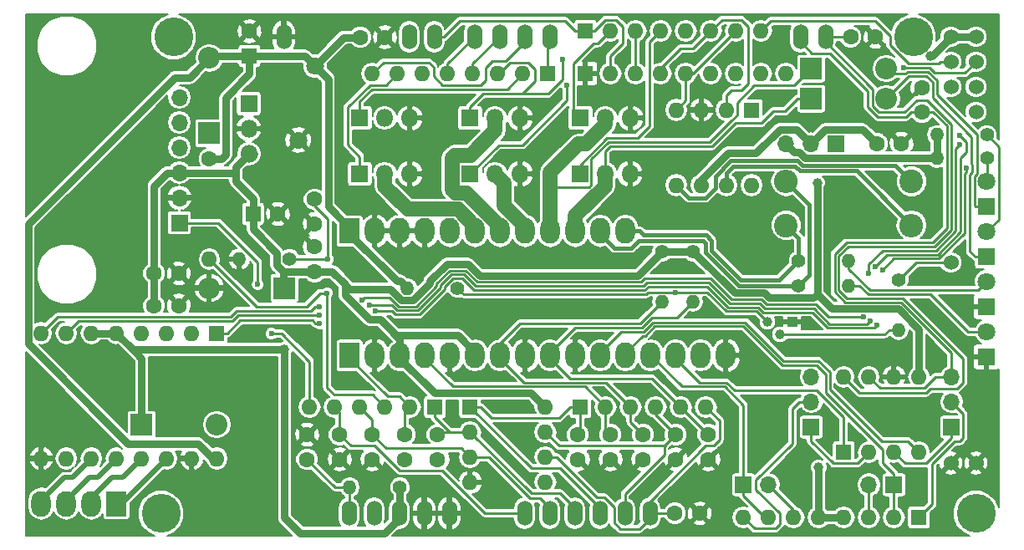
<source format=gtl>
G04 #@! TF.FileFunction,Copper,L1,Top,Signal*
%FSLAX46Y46*%
G04 Gerber Fmt 4.6, Leading zero omitted, Abs format (unit mm)*
G04 Created by KiCad (PCBNEW 4.0.5) date 04/26/17 22:05:06*
%MOMM*%
%LPD*%
G01*
G04 APERTURE LIST*
%ADD10C,0.100000*%
%ADD11C,0.600000*%
%ADD12R,2.000000X2.600000*%
%ADD13O,2.000000X2.600000*%
%ADD14C,1.600000*%
%ADD15C,1.400000*%
%ADD16O,1.400000X1.400000*%
%ADD17C,2.400000*%
%ADD18O,2.400000X2.400000*%
%ADD19O,1.600000X1.600000*%
%ADD20R,1.600000X1.600000*%
%ADD21C,1.800000*%
%ADD22R,1.800000X1.800000*%
%ADD23O,1.800000X1.800000*%
%ADD24R,2.200000X2.200000*%
%ADD25O,2.200000X2.200000*%
%ADD26R,1.700000X1.700000*%
%ADD27O,1.700000X1.700000*%
%ADD28C,1.000000*%
%ADD29R,1.000000X1.000000*%
%ADD30O,1.524000X2.540000*%
%ADD31C,3.937000*%
%ADD32C,1.524000*%
%ADD33C,0.250000*%
%ADD34C,0.750000*%
%ADD35C,1.500000*%
%ADD36C,0.400000*%
%ADD37C,0.500000*%
%ADD38C,0.150000*%
G04 APERTURE END LIST*
D10*
D11*
X115252500Y-99822000D03*
X131000500Y-89725500D03*
X125476000Y-82867500D03*
X183959500Y-98615500D03*
X166370000Y-89725500D03*
X167513000Y-83502500D03*
X131900000Y-107500000D03*
X94700000Y-85800000D03*
X102700000Y-93500000D03*
X153352500Y-94488000D03*
X163450000Y-104450000D03*
X182880000Y-112141000D03*
X175200000Y-110900000D03*
X154990800Y-82804000D03*
X152209500Y-82804000D03*
X154750000Y-88250000D03*
X151663400Y-89077800D03*
X155000000Y-85100000D03*
X145592800Y-89450000D03*
X138684000Y-89471500D03*
D12*
X124714000Y-86309200D03*
D13*
X127254000Y-86309200D03*
X129794000Y-86309200D03*
X132334000Y-86309200D03*
X134874000Y-86309200D03*
X137414000Y-86309200D03*
X139954000Y-86309200D03*
X142494000Y-86309200D03*
X145034000Y-86309200D03*
X147574000Y-86309200D03*
X150114000Y-86309200D03*
X152654000Y-86309200D03*
D11*
X151511000Y-112903000D03*
X120000000Y-96850000D03*
X180213000Y-64516000D03*
X169354500Y-109982000D03*
X162052000Y-94742000D03*
X185420000Y-116332000D03*
X93980000Y-116586000D03*
X120100000Y-115300000D03*
X115125500Y-108712000D03*
X93980000Y-104140000D03*
X106172000Y-101854000D03*
X100711000Y-102743000D03*
X93700000Y-93900000D03*
X116205000Y-115316000D03*
X93218000Y-82804000D03*
X103500000Y-82850000D03*
X105689400Y-75641200D03*
X92989400Y-73837800D03*
X92964000Y-65024000D03*
X115125500Y-105537000D03*
X175500000Y-106300000D03*
X189484000Y-70612000D03*
X186944000Y-65278000D03*
X176784000Y-68199000D03*
X187299600Y-90170000D03*
X183388000Y-106934000D03*
X175768000Y-103378000D03*
X173482000Y-105918000D03*
X166370000Y-109728000D03*
X167195500Y-103441500D03*
X169037000Y-100711000D03*
X149352000Y-105918000D03*
X155956000Y-106680000D03*
X152146000Y-105664000D03*
X142494000Y-110998000D03*
X135100000Y-104400000D03*
X141986000Y-107124500D03*
X141033500Y-104140000D03*
X146304000Y-106426000D03*
X175514000Y-84201000D03*
X183388000Y-83642200D03*
X173850000Y-71600000D03*
X168402000Y-67056000D03*
X168800000Y-72850000D03*
X164300000Y-67500000D03*
X156362400Y-75641200D03*
X160375600Y-79146400D03*
X157480000Y-89916000D03*
X138303000Y-96329500D03*
X123253500Y-93218000D03*
X96139000Y-98806000D03*
X125526800Y-89535000D03*
D14*
X123698000Y-109434000D03*
X123698000Y-106934000D03*
D15*
X129794000Y-112268000D03*
D16*
X124714000Y-112268000D03*
D15*
X170180000Y-89281000D03*
D16*
X175260000Y-89281000D03*
D17*
X168910000Y-85725000D03*
D18*
X181610000Y-85725000D03*
D15*
X170180000Y-91821000D03*
D16*
X175260000Y-91821000D03*
D14*
X110500000Y-79000000D03*
D19*
X110500000Y-89160000D03*
D15*
X159500000Y-88392000D03*
D16*
X159500000Y-93472000D03*
D15*
X156337000Y-88392000D03*
D16*
X156337000Y-93472000D03*
D20*
X114554000Y-68580000D03*
D14*
X114554000Y-66080000D03*
D20*
X114935000Y-84582000D03*
D14*
X117435000Y-84582000D03*
D21*
X121207000Y-69589000D03*
X119507000Y-77089000D03*
D20*
X144780000Y-70358000D03*
D19*
X142240000Y-70358000D03*
X139700000Y-70358000D03*
X137160000Y-70358000D03*
X134620000Y-70358000D03*
X132080000Y-70358000D03*
X129540000Y-70358000D03*
X127000000Y-70358000D03*
D20*
X148590000Y-66040000D03*
D19*
X151130000Y-66040000D03*
X153670000Y-66040000D03*
X156210000Y-66040000D03*
X158750000Y-66040000D03*
X161290000Y-66040000D03*
X163830000Y-66040000D03*
X166370000Y-66040000D03*
D20*
X133350000Y-104140000D03*
D19*
X130810000Y-104140000D03*
X128270000Y-104140000D03*
X125730000Y-104140000D03*
X123190000Y-104140000D03*
X120650000Y-104140000D03*
D20*
X148082000Y-104140000D03*
D19*
X150622000Y-104140000D03*
X153162000Y-104140000D03*
X155702000Y-104140000D03*
X158242000Y-104140000D03*
X160782000Y-104140000D03*
D20*
X148590000Y-70358000D03*
D19*
X151130000Y-70358000D03*
X153670000Y-70358000D03*
X156210000Y-70358000D03*
X158750000Y-70358000D03*
X161290000Y-70358000D03*
X163830000Y-70358000D03*
X166370000Y-70358000D03*
X168910000Y-70358000D03*
D22*
X136906000Y-80518000D03*
D23*
X139446000Y-80518000D03*
X141986000Y-80518000D03*
D22*
X125730000Y-80518000D03*
D23*
X128270000Y-80518000D03*
X130810000Y-80518000D03*
D22*
X125730000Y-74866500D03*
D23*
X128270000Y-74866500D03*
X130810000Y-74866500D03*
D22*
X136906000Y-74866500D03*
D23*
X139446000Y-74866500D03*
X141986000Y-74866500D03*
D22*
X148018500Y-80518000D03*
D23*
X150558500Y-80518000D03*
X153098500Y-80518000D03*
D22*
X148082000Y-74866500D03*
D23*
X150622000Y-74866500D03*
X153162000Y-74866500D03*
D22*
X189230000Y-99060000D03*
D21*
X189230000Y-96520000D03*
D22*
X189230000Y-93980000D03*
D21*
X189230000Y-91440000D03*
D22*
X189230000Y-88900000D03*
D21*
X189230000Y-86360000D03*
D22*
X189230000Y-83820000D03*
D21*
X189230000Y-81280000D03*
D20*
X165417500Y-74041000D03*
D19*
X157797500Y-81661000D03*
X162877500Y-74041000D03*
X160337500Y-81661000D03*
X160337500Y-74041000D03*
X162877500Y-81661000D03*
X157797500Y-74041000D03*
X165417500Y-81661000D03*
D24*
X103632000Y-105918000D03*
D25*
X111252000Y-105918000D03*
D24*
X118110000Y-92075000D03*
D25*
X110490000Y-92075000D03*
D24*
X110500000Y-76400000D03*
D25*
X110500000Y-68780000D03*
D24*
X171450000Y-72898000D03*
D25*
X179070000Y-72898000D03*
D24*
X171450000Y-69850000D03*
D25*
X179070000Y-69850000D03*
D14*
X177950500Y-66649600D03*
X175450500Y-66649600D03*
X182689500Y-71755000D03*
X182689500Y-74255000D03*
X120396000Y-109434000D03*
X120396000Y-106934000D03*
X104902000Y-90600000D03*
X107402000Y-90600000D03*
X125770000Y-66675000D03*
X128270000Y-66675000D03*
X133604000Y-106934000D03*
X133604000Y-109434000D03*
X130302000Y-106934000D03*
X130302000Y-109434000D03*
X127000000Y-106934000D03*
X127000000Y-109434000D03*
X121158000Y-83098000D03*
X121158000Y-85598000D03*
X151130000Y-106934000D03*
X151130000Y-109434000D03*
X157657800Y-114909600D03*
X160157800Y-114909600D03*
X161036000Y-106934000D03*
X161036000Y-109434000D03*
X157734000Y-106934000D03*
X157734000Y-109434000D03*
X154432000Y-106934000D03*
X154432000Y-109434000D03*
D17*
X181610000Y-81280000D03*
D18*
X168910000Y-81280000D03*
D22*
X114490500Y-73406000D03*
D23*
X114490500Y-75946000D03*
X114490500Y-78486000D03*
D14*
X121158000Y-90424000D03*
X121158000Y-87924000D03*
D20*
X174752000Y-108712000D03*
D19*
X182372000Y-101092000D03*
X177292000Y-108712000D03*
X179832000Y-101092000D03*
X179832000Y-108712000D03*
X177292000Y-101092000D03*
X182372000Y-108712000D03*
X174752000Y-101092000D03*
D14*
X147828000Y-106934000D03*
X147828000Y-109434000D03*
D20*
X136906000Y-104140000D03*
D19*
X144526000Y-111760000D03*
X136906000Y-106680000D03*
X144526000Y-109220000D03*
X136906000Y-109220000D03*
X144526000Y-106680000D03*
X136906000Y-111760000D03*
X144526000Y-104140000D03*
D15*
X118618000Y-89154000D03*
D16*
X113538000Y-89154000D03*
D20*
X182372000Y-115316000D03*
D19*
X179832000Y-115316000D03*
X177292000Y-115316000D03*
X174752000Y-115316000D03*
X172212000Y-115316000D03*
X169672000Y-115316000D03*
X167132000Y-115316000D03*
X164592000Y-115316000D03*
D12*
X101092000Y-113919000D03*
D13*
X98552000Y-113919000D03*
X96012000Y-113919000D03*
X93472000Y-113919000D03*
D20*
X111252000Y-96647000D03*
D19*
X93472000Y-109347000D03*
X108712000Y-96647000D03*
X96012000Y-109347000D03*
X106172000Y-96647000D03*
X98552000Y-109347000D03*
X103632000Y-96647000D03*
X101092000Y-109347000D03*
X101092000Y-96647000D03*
X103632000Y-109347000D03*
X98552000Y-96647000D03*
X106172000Y-109347000D03*
X96012000Y-96647000D03*
X108712000Y-109347000D03*
X93472000Y-96647000D03*
X111252000Y-109347000D03*
D14*
X180604800Y-77470000D03*
X178104800Y-77470000D03*
X104902000Y-93853000D03*
X107402000Y-93853000D03*
D15*
X189255400Y-78911400D03*
D16*
X184175400Y-78911400D03*
D15*
X189255400Y-76574600D03*
D16*
X184175400Y-76574600D03*
D26*
X107458000Y-85471000D03*
D27*
X107458000Y-82931000D03*
X107458000Y-80391000D03*
X107458000Y-77851000D03*
X107458000Y-75311000D03*
X107458000Y-72771000D03*
D15*
X135636000Y-92075000D03*
D16*
X130556000Y-92075000D03*
D15*
X180340000Y-91249500D03*
D16*
X180340000Y-96329500D03*
D28*
X168275000Y-96774000D03*
X167005000Y-95504000D03*
D29*
X169545000Y-95504000D03*
D30*
X170361100Y-66633600D03*
X172901100Y-66633600D03*
X155121100Y-114893600D03*
X152581100Y-114893600D03*
X150041100Y-114893600D03*
X142421100Y-114893600D03*
X144961100Y-114893600D03*
X147501100Y-114893600D03*
X134801100Y-114893600D03*
X132261100Y-114893600D03*
X127181100Y-114893600D03*
X124641100Y-114893600D03*
X144961100Y-66633600D03*
X142421100Y-66633600D03*
X139881100Y-66633600D03*
X137341100Y-66633600D03*
X133277100Y-66633600D03*
X130737100Y-66633600D03*
X118037100Y-66633600D03*
X129721100Y-114893600D03*
D31*
X188141100Y-114893600D03*
X181791100Y-66633600D03*
X106861100Y-66633600D03*
X105591100Y-114893600D03*
D32*
X185601100Y-69173600D03*
X188141100Y-69173600D03*
X185601100Y-66633600D03*
X188141100Y-66633600D03*
X185601100Y-109813600D03*
X188141100Y-109813600D03*
X185601100Y-71713600D03*
X188141100Y-71713600D03*
X188141100Y-74253600D03*
X185601100Y-89493600D03*
D12*
X124714000Y-98907600D03*
D13*
X127254000Y-98907600D03*
X129794000Y-98907600D03*
X132334000Y-98907600D03*
X134874000Y-98907600D03*
X137414000Y-98907600D03*
X139954000Y-98907600D03*
X142494000Y-98907600D03*
X145034000Y-98907600D03*
X147574000Y-98907600D03*
X150114000Y-98907600D03*
X152654000Y-98907600D03*
X155194000Y-98907600D03*
X157734000Y-98907600D03*
X160274000Y-98907600D03*
X162814000Y-98907600D03*
D26*
X164592000Y-112014000D03*
D27*
X167132000Y-112014000D03*
D26*
X179832000Y-112014000D03*
D27*
X177292000Y-112014000D03*
D26*
X185674000Y-106172000D03*
D27*
X185674000Y-103632000D03*
X185674000Y-101092000D03*
D26*
X171450000Y-106172000D03*
D27*
X171450000Y-103632000D03*
X171450000Y-101092000D03*
D26*
X173980000Y-77470000D03*
D27*
X171440000Y-77470000D03*
X168900000Y-77470000D03*
D28*
X183549942Y-68573466D03*
X172055012Y-81436988D03*
X118110000Y-98298000D03*
X172212000Y-110236000D03*
D11*
X146304000Y-68951010D03*
X180829874Y-69763969D03*
X122428000Y-92583000D03*
X122495226Y-89154000D03*
X146703450Y-71503450D03*
X115400000Y-91700000D03*
X116800000Y-96700000D03*
X177396335Y-95417979D03*
X126737859Y-93776668D03*
X121649996Y-94849988D03*
X186500000Y-76650000D03*
X177920667Y-89917231D03*
X176729061Y-95017968D03*
X125932370Y-93333128D03*
X121653216Y-94001760D03*
X186500000Y-77549988D03*
X177292000Y-90551000D03*
X178117502Y-95817990D03*
X127317500Y-94417033D03*
X121650000Y-95650002D03*
X187175449Y-79940085D03*
X178700000Y-90229020D03*
X157670500Y-92496999D03*
D33*
X157893489Y-95078511D02*
X155296189Y-95078511D01*
X159500000Y-93472000D02*
X157893489Y-95078511D01*
X145034000Y-98607600D02*
X145034000Y-98907600D01*
X154280189Y-96094511D02*
X147547089Y-96094511D01*
X155296189Y-95078511D02*
X154280189Y-96094511D01*
X147547089Y-96094511D02*
X145034000Y-98607600D01*
X158242000Y-104140000D02*
X155346400Y-101244400D01*
X145034000Y-99207600D02*
X145034000Y-98907600D01*
X147070800Y-101244400D02*
X145034000Y-99207600D01*
X155346400Y-101244400D02*
X147070800Y-101244400D01*
X158242000Y-104140000D02*
X161036000Y-106934000D01*
X145034000Y-98044000D02*
X145034000Y-97744000D01*
X155121100Y-114893600D02*
X157641800Y-114893600D01*
X157641800Y-114893600D02*
X157657800Y-114909600D01*
X161576001Y-108059001D02*
X162161001Y-107474001D01*
X162161001Y-105519001D02*
X160782000Y-104140000D01*
X162161001Y-107474001D02*
X162161001Y-105519001D01*
X161576001Y-108059001D02*
X160745997Y-108059001D01*
X155121100Y-115401600D02*
X155121100Y-114893600D01*
X154034090Y-116488610D02*
X155121100Y-115401600D01*
X152130846Y-116488610D02*
X154034090Y-116488610D01*
X151494090Y-115851854D02*
X152130846Y-116488610D01*
X151494090Y-114301326D02*
X151494090Y-115851854D01*
X150491354Y-113298590D02*
X151494090Y-114301326D01*
X149735960Y-113298590D02*
X150491354Y-113298590D01*
X145657370Y-109220000D02*
X149735960Y-113298590D01*
X144526000Y-109220000D02*
X145657370Y-109220000D01*
X155121100Y-114893600D02*
X155121100Y-113683898D01*
X155121100Y-113683898D02*
X160745997Y-108059001D01*
X156337000Y-93472000D02*
X154114500Y-95694500D01*
X154114500Y-95694500D02*
X141947900Y-95694500D01*
X141947900Y-95694500D02*
X139954000Y-97688400D01*
X139954000Y-97688400D02*
X139954000Y-98907600D01*
X150666411Y-101644411D02*
X153162000Y-104140000D01*
X139954000Y-98907600D02*
X139954000Y-99207600D01*
X139954000Y-99207600D02*
X142390811Y-101644411D01*
X142390811Y-101644411D02*
X150666411Y-101644411D01*
X139954000Y-98044000D02*
X139954000Y-98344000D01*
X139954000Y-98044000D02*
X139954000Y-97744000D01*
X153162000Y-104140000D02*
X153162000Y-105664000D01*
X153162000Y-105664000D02*
X154432000Y-106934000D01*
X152581100Y-114893600D02*
X152581100Y-112949902D01*
X152581100Y-112949902D02*
X156565600Y-108965402D01*
X156565600Y-108965402D02*
X156565600Y-108102400D01*
X156565600Y-108102400D02*
X157734000Y-106934000D01*
X157734000Y-106934000D02*
X156608999Y-108059001D01*
X145905001Y-108059001D02*
X144526000Y-106680000D01*
X156608999Y-108059001D02*
X145905001Y-108059001D01*
X157734000Y-106934000D02*
X155702000Y-104902000D01*
X155702000Y-104902000D02*
X155702000Y-104140000D01*
X152581100Y-114385600D02*
X152581100Y-114893600D01*
X152581100Y-115401600D02*
X152581100Y-114893600D01*
X144130998Y-106426000D02*
X144921002Y-106426000D01*
X132334000Y-98907600D02*
X132334000Y-99207600D01*
X132334000Y-99207600D02*
X135170822Y-102044422D01*
X135170822Y-102044422D02*
X148526422Y-102044422D01*
X148526422Y-102044422D02*
X150622000Y-104140000D01*
X150622000Y-104140000D02*
X150622000Y-106426000D01*
X150622000Y-106426000D02*
X151130000Y-106934000D01*
X136906000Y-104140000D02*
X143111001Y-110345001D01*
X143111001Y-110345001D02*
X146000501Y-110345001D01*
X146000501Y-110345001D02*
X150041100Y-114385600D01*
X150041100Y-114385600D02*
X150041100Y-114893600D01*
X136906000Y-104140000D02*
X137956000Y-104140000D01*
X137956000Y-104140000D02*
X139081001Y-105265001D01*
X139081001Y-105265001D02*
X145906999Y-105265001D01*
X145906999Y-105265001D02*
X147032000Y-104140000D01*
X147032000Y-104140000D02*
X148082000Y-104140000D01*
X148082000Y-104140000D02*
X148082000Y-106680000D01*
X148082000Y-106680000D02*
X147828000Y-106934000D01*
X150041100Y-114893600D02*
X150041100Y-114876102D01*
X127000000Y-106934000D02*
X128374999Y-108308999D01*
X128374999Y-108308999D02*
X135994999Y-108308999D01*
X135994999Y-108308999D02*
X136906000Y-109220000D01*
X127000000Y-106934000D02*
X127000000Y-105410000D01*
X127000000Y-105410000D02*
X125730000Y-104140000D01*
X144961100Y-114893600D02*
X144961100Y-114385600D01*
X144961100Y-114385600D02*
X143949100Y-113373600D01*
X143949100Y-113373600D02*
X142946364Y-113373600D01*
X142946364Y-113373600D02*
X138792764Y-109220000D01*
X138792764Y-109220000D02*
X136906000Y-109220000D01*
X130810000Y-104140000D02*
X129734999Y-103064999D01*
X129734999Y-103064999D02*
X128571399Y-103064999D01*
X128571399Y-103064999D02*
X124714000Y-99207600D01*
X124714000Y-99207600D02*
X124714000Y-98907600D01*
X130302000Y-106934000D02*
X130302000Y-104648000D01*
X130302000Y-104648000D02*
X130810000Y-104140000D01*
X133350000Y-104140000D02*
X133350000Y-105190000D01*
X133350000Y-105190000D02*
X134840000Y-106680000D01*
X134840000Y-106680000D02*
X136906000Y-106680000D01*
X136906000Y-106680000D02*
X133858000Y-106680000D01*
X133858000Y-106680000D02*
X133604000Y-106934000D01*
X136906000Y-106680000D02*
X143111001Y-112885001D01*
X143111001Y-112885001D02*
X146000501Y-112885001D01*
X146000501Y-112885001D02*
X147501100Y-114385600D01*
X147501100Y-114385600D02*
X147501100Y-114893600D01*
D34*
X124206000Y-91694000D02*
X124714000Y-92202000D01*
X124714000Y-92202000D02*
X128869998Y-92202000D01*
X136704623Y-89649967D02*
X137870123Y-90815467D01*
X128869998Y-92202000D02*
X129967999Y-93300001D01*
X129967999Y-93300001D02*
X131153845Y-93300001D01*
X153913533Y-90815467D02*
X155637001Y-89091999D01*
X131153845Y-93300001D02*
X132852467Y-91601379D01*
X132852467Y-91601379D02*
X132852468Y-91364876D01*
X132852468Y-91364876D02*
X134567378Y-89649966D01*
X134567378Y-89649966D02*
X136704623Y-89649967D01*
X137870123Y-90815467D02*
X153913533Y-90815467D01*
X155637001Y-89091999D02*
X156337000Y-88392000D01*
X137414000Y-98607600D02*
X137414000Y-98907600D01*
X127788000Y-95250000D02*
X129395600Y-96857600D01*
X129395600Y-96857600D02*
X135664000Y-96857600D01*
X135664000Y-96857600D02*
X137414000Y-98607600D01*
X167199810Y-93082456D02*
X171694546Y-93082456D01*
X159500000Y-88392000D02*
X163682456Y-92574456D01*
X166691811Y-92574457D02*
X167199810Y-93082456D01*
X171694546Y-93082456D02*
X172055012Y-92721990D01*
X163682456Y-92574456D02*
X166691811Y-92574457D01*
X114935000Y-84582000D02*
X114935000Y-83032000D01*
X114935000Y-83032000D02*
X113157000Y-81254000D01*
X113157000Y-81254000D02*
X113157000Y-80391000D01*
X113157000Y-80391000D02*
X113157000Y-79819500D01*
X113157000Y-79819500D02*
X114490500Y-78486000D01*
X126682500Y-95250000D02*
X127788000Y-95250000D01*
X124232000Y-91694000D02*
X124232000Y-92799500D01*
X124232000Y-92799500D02*
X126682500Y-95250000D01*
X173503522Y-94170500D02*
X180276500Y-94170500D01*
X172055012Y-92721990D02*
X173503522Y-94170500D01*
X180276500Y-94170500D02*
X182372000Y-96266000D01*
X182372000Y-96266000D02*
X182372000Y-101092000D01*
X185601100Y-66633600D02*
X183661234Y-68573466D01*
X183661234Y-68573466D02*
X183549942Y-68573466D01*
X172055012Y-92721990D02*
X172055012Y-81436988D01*
X104902000Y-90600000D02*
X104902000Y-93853000D01*
X107458000Y-80391000D02*
X106255919Y-80391000D01*
X106255919Y-80391000D02*
X104902000Y-81744919D01*
X104902000Y-81744919D02*
X104902000Y-90600000D01*
X113157000Y-80391000D02*
X107458000Y-80391000D01*
X133280833Y-102694433D02*
X129794000Y-99207600D01*
X143080433Y-102694433D02*
X133280833Y-102694433D01*
X144526000Y-104140000D02*
X143080433Y-102694433D01*
X129794000Y-99207600D02*
X129794000Y-98907600D01*
X127788000Y-95250000D02*
X127788000Y-95276000D01*
X127788000Y-95276000D02*
X129794000Y-97282000D01*
X129794000Y-97282000D02*
X129794000Y-98907600D01*
X124232000Y-91694000D02*
X122938000Y-90400000D01*
X122938000Y-90400000D02*
X121182000Y-90400000D01*
X121182000Y-90400000D02*
X121158000Y-90424000D01*
X156337000Y-88392000D02*
X159500000Y-88392000D01*
X121158000Y-90424000D02*
X120026630Y-90424000D01*
X120026630Y-90424000D02*
X120021629Y-90429001D01*
X120021629Y-90429001D02*
X118005999Y-90429001D01*
X118110000Y-98298000D02*
X118110000Y-115341002D01*
X118110000Y-115341002D02*
X119682598Y-116913600D01*
X119682598Y-116913600D02*
X128209100Y-116913600D01*
X128209100Y-116913600D02*
X129721100Y-115401600D01*
X129721100Y-115401600D02*
X129721100Y-114893600D01*
X102743000Y-98298000D02*
X103632000Y-99187000D01*
X103632000Y-99187000D02*
X103632000Y-105918000D01*
X101092000Y-96647000D02*
X98552000Y-96647000D01*
X118110000Y-98298000D02*
X102743000Y-98298000D01*
X102743000Y-98298000D02*
X101092000Y-96647000D01*
X118005999Y-90429001D02*
X118005999Y-91970999D01*
X118005999Y-91970999D02*
X118110000Y-92075000D01*
X114935000Y-78613000D02*
X115062000Y-78486000D01*
X114935000Y-86132000D02*
X117342999Y-88539999D01*
X114935000Y-84582000D02*
X114935000Y-86132000D01*
X117342999Y-88539999D02*
X117342999Y-89766001D01*
X117342999Y-89766001D02*
X118005999Y-90429001D01*
X129794000Y-112268000D02*
X129794000Y-114820700D01*
X129794000Y-114820700D02*
X129721100Y-114893600D01*
X114681000Y-78867000D02*
X115062000Y-78486000D01*
D33*
X124232000Y-91694000D02*
X124206000Y-91694000D01*
D34*
X172212000Y-115316000D02*
X174752000Y-115316000D01*
X172212000Y-110236000D02*
X172212000Y-115316000D01*
X188141100Y-66633600D02*
X185601100Y-66633600D01*
X129481300Y-91376500D02*
X129482799Y-91375001D01*
X129482799Y-91375001D02*
X129856001Y-91375001D01*
X129856001Y-91375001D02*
X130556000Y-92075000D01*
X110871000Y-109347000D02*
X109374000Y-107850000D01*
X109374000Y-107850000D02*
X102258998Y-107850000D01*
X102258998Y-107850000D02*
X92138500Y-97729502D01*
X106968366Y-70800000D02*
X108480000Y-70800000D01*
X92138500Y-97729502D02*
X92138500Y-85629866D01*
X92138500Y-85629866D02*
X106968366Y-70800000D01*
X108480000Y-70800000D02*
X110500000Y-68780000D01*
X114554000Y-68580000D02*
X114554000Y-70396000D01*
X114554000Y-70396000D02*
X112141000Y-72809000D01*
X112141000Y-72809000D02*
X112141000Y-78601370D01*
X112141000Y-78601370D02*
X111742370Y-79000000D01*
X111742370Y-79000000D02*
X110500000Y-79000000D01*
X124714000Y-86309200D02*
X124714000Y-86609200D01*
X124714000Y-86609200D02*
X129481300Y-91376500D01*
X184175400Y-78911400D02*
X184175400Y-76574600D01*
X168900000Y-77470000D02*
X169749999Y-78319999D01*
X169749999Y-78319999D02*
X170254997Y-78319999D01*
X170254997Y-78319999D02*
X170846398Y-78911400D01*
X170846398Y-78911400D02*
X184175400Y-78911400D01*
X121207000Y-69589000D02*
X121211000Y-69589000D01*
X121211000Y-69589000D02*
X124125000Y-66675000D01*
X124125000Y-66675000D02*
X125770000Y-66675000D01*
X122533001Y-70915001D02*
X122533001Y-83828201D01*
X121207000Y-69589000D02*
X122533001Y-70915001D01*
X122533001Y-83828201D02*
X124714000Y-86009200D01*
X124714000Y-86009200D02*
X124714000Y-86309200D01*
X114554000Y-68580000D02*
X120198000Y-68580000D01*
X120198000Y-68580000D02*
X121207000Y-69589000D01*
X114554000Y-68580000D02*
X111506000Y-68580000D01*
D33*
X123698000Y-106934000D02*
X123698000Y-104648000D01*
X123698000Y-104648000D02*
X123190000Y-104140000D01*
X134039999Y-110559001D02*
X129761999Y-110559001D01*
X129761999Y-110559001D02*
X127261999Y-108059001D01*
X127261999Y-108059001D02*
X124823001Y-108059001D01*
X124823001Y-108059001D02*
X123698000Y-106934000D01*
X142421100Y-114893600D02*
X138374598Y-114893600D01*
X138374598Y-114893600D02*
X134039999Y-110559001D01*
X124714000Y-112268000D02*
X123230000Y-112268000D01*
X123230000Y-112268000D02*
X120396000Y-109434000D01*
X124599700Y-114935000D02*
X124641100Y-114893600D01*
X124714000Y-112268000D02*
X124714000Y-114820700D01*
X124714000Y-114820700D02*
X124641100Y-114893600D01*
X185200401Y-86043999D02*
X183750855Y-87493545D01*
X173834988Y-92491488D02*
X174863991Y-93520491D01*
X185200401Y-75634531D02*
X185200401Y-86043999D01*
X183750855Y-87493545D02*
X175021255Y-87493545D01*
X185674000Y-98648746D02*
X185674000Y-101092000D01*
X173834988Y-88679812D02*
X173834988Y-92491488D01*
X182689500Y-74255000D02*
X183820870Y-74255000D01*
X183820870Y-74255000D02*
X185200401Y-75634531D01*
X174863991Y-93520491D02*
X180545745Y-93520491D01*
X175021255Y-87493545D02*
X173834988Y-88679812D01*
X180545745Y-93520491D02*
X185674000Y-98648746D01*
X178166087Y-74739500D02*
X181073630Y-74739500D01*
X181073630Y-74739500D02*
X181558130Y-74255000D01*
X181558130Y-74255000D02*
X182689500Y-74255000D01*
X170361100Y-66633600D02*
X170361100Y-67141600D01*
X170361100Y-67141600D02*
X171545500Y-68326000D01*
X177194988Y-73768401D02*
X178166087Y-74739500D01*
X171545500Y-68326000D02*
X173355000Y-68326000D01*
X173355000Y-68326000D02*
X177194988Y-72165988D01*
X177194988Y-72165988D02*
X177194988Y-73768401D01*
X182912002Y-102217001D02*
X178417001Y-102217001D01*
X184037003Y-101092000D02*
X182912002Y-102217001D01*
X178417001Y-102217001D02*
X177292000Y-101092000D01*
X185674000Y-101092000D02*
X184037003Y-101092000D01*
X176327012Y-102667012D02*
X174752000Y-101092000D01*
X186849001Y-101656001D02*
X186238001Y-102267001D01*
X186849001Y-99258047D02*
X186849001Y-101656001D01*
X186238001Y-102267001D02*
X183498412Y-102267001D01*
X180711434Y-93120480D02*
X186849001Y-99258047D01*
X175029680Y-93120480D02*
X180711434Y-93120480D01*
X174234999Y-92325799D02*
X175029680Y-93120480D01*
X172901100Y-67141600D02*
X177694999Y-71935499D01*
X174234999Y-88845501D02*
X174234999Y-92325799D01*
X183098401Y-102667012D02*
X176327012Y-102667012D01*
X183179213Y-73025000D02*
X185650412Y-75496199D01*
X175186944Y-87893556D02*
X174234999Y-88845501D01*
X183916544Y-87893556D02*
X175186944Y-87893556D01*
X177694999Y-73681999D02*
X178286001Y-74273001D01*
X185650412Y-86159688D02*
X183916544Y-87893556D01*
X177694999Y-71935499D02*
X177694999Y-73681999D01*
X180933499Y-74273001D02*
X182181500Y-73025000D01*
X183498412Y-102267001D02*
X183098401Y-102667012D01*
X178286001Y-74273001D02*
X180933499Y-74273001D01*
X172901100Y-66633600D02*
X172901100Y-67141600D01*
X182181500Y-73025000D02*
X183179213Y-73025000D01*
X185650412Y-75496199D02*
X185650412Y-86159688D01*
X172901100Y-66633600D02*
X175434500Y-66633600D01*
X175434500Y-66633600D02*
X175450500Y-66649600D01*
X145034000Y-81851500D02*
X148980002Y-81851500D01*
X163393501Y-75116001D02*
X163952501Y-74557001D01*
X163952501Y-73524999D02*
X163957000Y-73520500D01*
X148980002Y-81851500D02*
X149193501Y-81638001D01*
X149193501Y-81638001D02*
X149193501Y-79025499D01*
X149193501Y-79025499D02*
X150920489Y-77298511D01*
X150920489Y-77298511D02*
X161207489Y-77298511D01*
X163957000Y-73520500D02*
X163957000Y-73279000D01*
X161207489Y-77298511D02*
X163389999Y-75116001D01*
X163389999Y-75116001D02*
X163393501Y-75116001D01*
X165686000Y-71550000D02*
X169750000Y-71550000D01*
X163952501Y-74557001D02*
X163952501Y-73524999D01*
X163957000Y-73279000D02*
X165686000Y-71550000D01*
D35*
X150622000Y-74866500D02*
X150622000Y-75501500D01*
X145034000Y-80327500D02*
X145034000Y-81851500D01*
X150622000Y-75501500D02*
X148653500Y-77470000D01*
X148653500Y-77470000D02*
X147891500Y-77470000D01*
X147891500Y-77470000D02*
X145034000Y-80327500D01*
X145034000Y-81851500D02*
X145034000Y-86309200D01*
D33*
X171450000Y-69850000D02*
X169750000Y-71550000D01*
X145034000Y-86609200D02*
X145034000Y-86309200D01*
X171450000Y-72898000D02*
X170100000Y-72898000D01*
X170100000Y-72898000D02*
X168823012Y-74174988D01*
X168823012Y-74174988D02*
X167633012Y-74174988D01*
X167633012Y-74174988D02*
X166433500Y-75374500D01*
X166433500Y-75374500D02*
X163760700Y-75374500D01*
X163760700Y-75374500D02*
X161436678Y-77698522D01*
X161436678Y-77698522D02*
X151091978Y-77698522D01*
X151091978Y-77698522D02*
X150558500Y-78232000D01*
X150558500Y-78232000D02*
X150558500Y-79618001D01*
X150558500Y-79618001D02*
X150558500Y-80518000D01*
D35*
X150558500Y-80518000D02*
X150558500Y-81790792D01*
X150558500Y-81790792D02*
X147574000Y-84775292D01*
X147574000Y-84775292D02*
X147574000Y-86309200D01*
D33*
X147574000Y-86309200D02*
X147574000Y-86009200D01*
D36*
X160769502Y-82931000D02*
X159067500Y-82931000D01*
X159067500Y-82931000D02*
X157797500Y-81661000D01*
X163310679Y-79179988D02*
X161727499Y-80763168D01*
X161727499Y-80763168D02*
X161727499Y-81973003D01*
X161727499Y-81973003D02*
X160769502Y-82931000D01*
X170534821Y-79650489D02*
X170064321Y-79179988D01*
X170064321Y-79179988D02*
X163310679Y-79179988D01*
X179980489Y-79650489D02*
X170534821Y-79650489D01*
X181610000Y-81280000D02*
X179980489Y-79650489D01*
D33*
X163385500Y-72072500D02*
X162877500Y-72580500D01*
X162877500Y-72580500D02*
X162877500Y-74041000D01*
X164382398Y-72072500D02*
X163385500Y-72072500D01*
X165100000Y-71354898D02*
X164382398Y-72072500D01*
X161290000Y-66040000D02*
X162415001Y-64914999D01*
X162415001Y-64914999D02*
X164370001Y-64914999D01*
X164370001Y-64914999D02*
X165100000Y-65644998D01*
X165100000Y-65644998D02*
X165100000Y-71354898D01*
X156210000Y-69850000D02*
X158242000Y-67818000D01*
X159512000Y-67818000D02*
X161290000Y-66040000D01*
X158242000Y-67818000D02*
X159512000Y-67818000D01*
D36*
X163538501Y-79729999D02*
X162877500Y-80391000D01*
X162877500Y-80391000D02*
X162877500Y-81661000D01*
X181610000Y-85725000D02*
X176085500Y-80200500D01*
X176085500Y-80200500D02*
X170306999Y-80200500D01*
X170306999Y-80200500D02*
X169836499Y-79729999D01*
X169836499Y-79729999D02*
X163538501Y-79729999D01*
D33*
X158750000Y-70358000D02*
X158750000Y-73088500D01*
X158750000Y-73088500D02*
X157797500Y-74041000D01*
X163830000Y-66040000D02*
X159512000Y-70358000D01*
X159512000Y-70358000D02*
X158750000Y-70358000D01*
X157734000Y-99207600D02*
X157734000Y-98907600D01*
X160183589Y-101657189D02*
X157734000Y-99207600D01*
X162872889Y-101657189D02*
X160183589Y-101657189D01*
X163672699Y-102456999D02*
X162872889Y-101657189D01*
X172014001Y-102456999D02*
X163672699Y-102456999D01*
X174752000Y-105194998D02*
X172014001Y-102456999D01*
X174752000Y-108712000D02*
X174752000Y-105194998D01*
X177292000Y-108712000D02*
X176166999Y-109837001D01*
X176166999Y-109837001D02*
X173691999Y-109837001D01*
X173691999Y-109837001D02*
X171450000Y-107595002D01*
X171450000Y-107595002D02*
X171450000Y-106172000D01*
X179832000Y-108712000D02*
X180957001Y-109837001D01*
X180957001Y-109837001D02*
X183108999Y-109837001D01*
X183108999Y-109837001D02*
X185674000Y-107272000D01*
X185674000Y-107272000D02*
X185674000Y-106172000D01*
X154445878Y-96494522D02*
X152227078Y-96494522D01*
X155390378Y-95550022D02*
X154445878Y-96494522D01*
X172110988Y-99466988D02*
X172085000Y-99441000D01*
X168650200Y-99441000D02*
X164759222Y-95550022D01*
X172085000Y-99441000D02*
X168650200Y-99441000D01*
X164759222Y-95550022D02*
X155390378Y-95550022D01*
X178579999Y-107586999D02*
X173329600Y-102336600D01*
X181246999Y-107586999D02*
X178579999Y-107586999D01*
X172200401Y-99466988D02*
X172110988Y-99466988D01*
X182372000Y-108712000D02*
X181246999Y-107586999D01*
X173329600Y-100596187D02*
X172200401Y-99466988D01*
X152227078Y-96494522D02*
X150114000Y-98607600D01*
X150114000Y-98607600D02*
X150114000Y-98907600D01*
X173329600Y-102336600D02*
X173329600Y-100596187D01*
X150114000Y-98044000D02*
X150114000Y-97744000D01*
X164592000Y-115316000D02*
X165717001Y-116441001D01*
X165862000Y-112483002D02*
X165862000Y-111544998D01*
X165717001Y-116441001D02*
X167861999Y-116441001D01*
X167861999Y-116441001D02*
X168300000Y-116003000D01*
X168300000Y-116003000D02*
X168300000Y-114921002D01*
X169554998Y-107852000D02*
X169554998Y-104324921D01*
X168300000Y-114921002D02*
X165862000Y-112483002D01*
X165862000Y-111544998D02*
X169554998Y-107852000D01*
X169554998Y-104324921D02*
X170247919Y-103632000D01*
X170247919Y-103632000D02*
X171450000Y-103632000D01*
X167132000Y-112014000D02*
X169672000Y-114554000D01*
X169672000Y-114554000D02*
X169672000Y-115316000D01*
X162707200Y-102057200D02*
X158343600Y-102057200D01*
X164592000Y-112014000D02*
X164592000Y-103942000D01*
X164592000Y-103942000D02*
X162707200Y-102057200D01*
X158343600Y-102057200D02*
X155194000Y-98907600D01*
X155194000Y-98552000D02*
X155194000Y-98044000D01*
X164592000Y-112014000D02*
X164592000Y-113114000D01*
X164592000Y-113114000D02*
X166794000Y-115316000D01*
X166794000Y-115316000D02*
X167132000Y-115316000D01*
X182372000Y-115316000D02*
X183700000Y-113988000D01*
X183700000Y-113988000D02*
X183700000Y-109882410D01*
X183700000Y-109882410D02*
X185982410Y-107600000D01*
X186531002Y-107600000D02*
X186849001Y-107282001D01*
X185982410Y-107600000D02*
X186531002Y-107600000D01*
X186849001Y-107282001D02*
X186849001Y-104807001D01*
X186849001Y-104807001D02*
X185674000Y-103632000D01*
X179832000Y-112014000D02*
X179832000Y-110914000D01*
X168560499Y-99916999D02*
X164593533Y-95950033D01*
X179832000Y-110914000D02*
X178706999Y-109788999D01*
X178706999Y-109788999D02*
X178706999Y-108461997D01*
X154622500Y-96901000D02*
X154360600Y-96901000D01*
X178706999Y-108461997D02*
X172929589Y-102684587D01*
X154360600Y-96901000D02*
X152654000Y-98607600D01*
X172929589Y-102684587D02*
X172929589Y-100832586D01*
X172929589Y-100832586D02*
X172014002Y-99916999D01*
X164593533Y-95950033D02*
X155573467Y-95950033D01*
X172014002Y-99916999D02*
X168560499Y-99916999D01*
X155573467Y-95950033D02*
X154622500Y-96901000D01*
X152654000Y-98607600D02*
X152654000Y-98907600D01*
X152654000Y-98044000D02*
X152654000Y-97744000D01*
X179832000Y-115316000D02*
X179832000Y-112014000D01*
X177292000Y-115316000D02*
X177292000Y-112014000D01*
X189255400Y-78911400D02*
X189255400Y-81254600D01*
X189255400Y-81254600D02*
X189230000Y-81280000D01*
X175260000Y-90170000D02*
X175260000Y-89281000D01*
X189230000Y-91440000D02*
X188366400Y-92303600D01*
X188366400Y-92303600D02*
X177393600Y-92303600D01*
X177393600Y-92303600D02*
X175260000Y-90170000D01*
D35*
X137414000Y-85862181D02*
X137414000Y-86309200D01*
X135661009Y-84109190D02*
X137414000Y-85862181D01*
X130588398Y-84109190D02*
X135661009Y-84109190D01*
X128270000Y-80518000D02*
X128270000Y-81790792D01*
X128270000Y-81790792D02*
X130588398Y-84109190D01*
X139446000Y-80518000D02*
X140345999Y-81417999D01*
X140345999Y-81417999D02*
X140345999Y-83714180D01*
X140345999Y-83714180D02*
X142494000Y-85862181D01*
X142494000Y-85862181D02*
X142494000Y-86309200D01*
D36*
X164109400Y-91821000D02*
X170180000Y-91821000D01*
X160498527Y-87265611D02*
X160759988Y-87527072D01*
X160759988Y-88471588D02*
X164109400Y-91821000D01*
X160759988Y-87527072D02*
X160759988Y-88471588D01*
X153977502Y-87265611D02*
X160498527Y-87265611D01*
X153233913Y-88009200D02*
X153977502Y-87265611D01*
X150114000Y-86609200D02*
X151514000Y-88009200D01*
X150114000Y-86309200D02*
X150114000Y-86609200D01*
X151514000Y-88009200D02*
X153233913Y-88009200D01*
X171280001Y-83650001D02*
X171280001Y-90720999D01*
X171280001Y-90720999D02*
X170180000Y-91821000D01*
X171280001Y-83650001D02*
X168910000Y-81280000D01*
X168211500Y-91249500D02*
X170180000Y-89281000D01*
X164315732Y-91249500D02*
X168211500Y-91249500D01*
X161359999Y-88293767D02*
X164315732Y-91249500D01*
X152654000Y-86309200D02*
X154054000Y-86309200D01*
X160797058Y-86715600D02*
X161359999Y-87278541D01*
X154460400Y-86715600D02*
X160797058Y-86715600D01*
X154054000Y-86309200D02*
X154460400Y-86715600D01*
X161359999Y-87278541D02*
X161359999Y-88293767D01*
X170180000Y-86995000D02*
X170180000Y-89281000D01*
X170180000Y-86995000D02*
X168910000Y-85725000D01*
D33*
X147320000Y-74930000D02*
X147335401Y-74914599D01*
X147335401Y-74914599D02*
X147335401Y-69351999D01*
X147335401Y-69351999D02*
X149377400Y-67310000D01*
X149377400Y-67310000D02*
X149860000Y-67310000D01*
X149860000Y-67310000D02*
X151130000Y-66040000D01*
X125730000Y-79184500D02*
X125730000Y-79933800D01*
X125730000Y-78783800D02*
X125730000Y-79184500D01*
X125730000Y-79184500D02*
X125730000Y-80518000D01*
X124504999Y-77558799D02*
X125730000Y-78783800D01*
X126763600Y-71499989D02*
X124504999Y-73758590D01*
X128398011Y-71499989D02*
X126763600Y-71499989D01*
X129540000Y-70358000D02*
X128398011Y-71499989D01*
X124504999Y-73758590D02*
X124504999Y-77558799D01*
X142240000Y-72390000D02*
X142229989Y-72400011D01*
X142229989Y-72400011D02*
X138222489Y-72400011D01*
X138222489Y-72400011D02*
X136906000Y-73716500D01*
X136906000Y-73716500D02*
X136906000Y-74866500D01*
X136525000Y-74930000D02*
X136525000Y-74925000D01*
X142240000Y-72390000D02*
X142250000Y-72400000D01*
X142250000Y-72400000D02*
X144818251Y-72400000D01*
X144818251Y-72400000D02*
X146304000Y-70914251D01*
X146304000Y-70914251D02*
X146304000Y-68951010D01*
X142240000Y-72390000D02*
X143510000Y-71120000D01*
X143510000Y-71120000D02*
X143510000Y-69962998D01*
X139841110Y-70358000D02*
X139700000Y-70358000D01*
X143510000Y-69962998D02*
X142780001Y-69232999D01*
X142780001Y-69232999D02*
X140966111Y-69232999D01*
X140966111Y-69232999D02*
X139841110Y-70358000D01*
X125730000Y-73787000D02*
X125730000Y-74930000D01*
X125730000Y-73170000D02*
X125730000Y-73787000D01*
X125730000Y-73787000D02*
X125730000Y-74866500D01*
X140648000Y-71950000D02*
X126950000Y-71950000D01*
X142240000Y-70358000D02*
X140648000Y-71950000D01*
X126950000Y-71950000D02*
X125730000Y-73170000D01*
X150589999Y-64914999D02*
X149464998Y-66040000D01*
X152400000Y-67310000D02*
X152400000Y-65644998D01*
X151130000Y-69850000D02*
X151130000Y-68580000D01*
X151670001Y-64914999D02*
X150589999Y-64914999D01*
X152400000Y-65644998D02*
X151670001Y-64914999D01*
X151130000Y-68580000D02*
X152400000Y-67310000D01*
X149464998Y-66040000D02*
X148590000Y-66040000D01*
X148590000Y-66040000D02*
X147540000Y-66040000D01*
X147540000Y-66040000D02*
X146538590Y-65038590D01*
X146538590Y-65038590D02*
X135884110Y-65038590D01*
X135884110Y-65038590D02*
X134289100Y-66633600D01*
X134289100Y-66633600D02*
X133277100Y-66633600D01*
X153670000Y-70358000D02*
X153670000Y-66040000D01*
X144780000Y-69850000D02*
X144780000Y-66814700D01*
X144780000Y-66814700D02*
X144961100Y-66633600D01*
X137160000Y-70358000D02*
X137160000Y-69354700D01*
X137160000Y-69354700D02*
X139881100Y-66633600D01*
X134620000Y-70358000D02*
X134620000Y-69354700D01*
X134620000Y-69354700D02*
X137341100Y-66633600D01*
X127000000Y-70358000D02*
X128125001Y-69232999D01*
X132732999Y-69232999D02*
X133205001Y-69705001D01*
X128125001Y-69232999D02*
X132732999Y-69232999D01*
X133205001Y-69705001D02*
X133205001Y-70608003D01*
X133205001Y-70608003D02*
X134096998Y-71500000D01*
X138450000Y-69750000D02*
X139150000Y-69050000D01*
X134096998Y-71500000D02*
X138000000Y-71500000D01*
X138000000Y-71500000D02*
X138450000Y-71050000D01*
X142421100Y-67141600D02*
X142421100Y-66633600D01*
X138450000Y-71050000D02*
X138450000Y-69750000D01*
X139150000Y-69050000D02*
X140512700Y-69050000D01*
X140512700Y-69050000D02*
X142421100Y-67141600D01*
X142421100Y-66633600D02*
X141926364Y-66633600D01*
X183420871Y-69763969D02*
X180829874Y-69763969D01*
X183936890Y-70279988D02*
X183420871Y-69763969D01*
X187034712Y-70279988D02*
X183936890Y-70279988D01*
X188141100Y-69173600D02*
X187034712Y-70279988D01*
X184523470Y-69173600D02*
X185601100Y-69173600D01*
X179451000Y-67488856D02*
X181310611Y-69348467D01*
X167371410Y-65038590D02*
X177930492Y-65038590D01*
X177930492Y-65038590D02*
X179451000Y-66559098D01*
X166370000Y-66040000D02*
X167371410Y-65038590D01*
X184348603Y-69348467D02*
X184523470Y-69173600D01*
X181310611Y-69348467D02*
X184348603Y-69348467D01*
X179451000Y-66559098D02*
X179451000Y-67488856D01*
D34*
X171440000Y-77470000D02*
X169994511Y-76024511D01*
X169994511Y-76024511D02*
X168259989Y-76024511D01*
X160337500Y-81089500D02*
X160337500Y-81661000D01*
X168259989Y-76024511D02*
X165862000Y-78422500D01*
X165862000Y-78422500D02*
X163004500Y-78422500D01*
X163004500Y-78422500D02*
X160337500Y-81089500D01*
X171440000Y-77470000D02*
X172900500Y-76009500D01*
X172900500Y-76009500D02*
X176644300Y-76009500D01*
X176644300Y-76009500D02*
X178104800Y-77470000D01*
D33*
X122428000Y-92583000D02*
X122428000Y-102178000D01*
X122428000Y-102178000D02*
X123150000Y-102900000D01*
X123150000Y-102900000D02*
X127030000Y-102900000D01*
X127030000Y-102900000D02*
X128270000Y-104140000D01*
X122428000Y-92583000D02*
X121717000Y-92583000D01*
X121717000Y-92583000D02*
X120350000Y-93950000D01*
X120350000Y-93950000D02*
X115290000Y-93950000D01*
X115290000Y-93950000D02*
X110500000Y-89160000D01*
X122495226Y-85080390D02*
X122495226Y-89154000D01*
X121158000Y-83743164D02*
X122495226Y-85080390D01*
X121158000Y-83098000D02*
X121158000Y-83743164D01*
X122473225Y-89131999D02*
X122495226Y-89154000D01*
X118618000Y-89154000D02*
X119607949Y-89154000D01*
X119607949Y-89154000D02*
X119629950Y-89131999D01*
X119629950Y-89131999D02*
X122473225Y-89131999D01*
X179070000Y-69850000D02*
X179578000Y-70358000D01*
X179578000Y-70358000D02*
X181044300Y-70358000D01*
X187994314Y-83734314D02*
X188080000Y-83820000D01*
X181044300Y-70358000D02*
X181190311Y-70211989D01*
X181190311Y-70211989D02*
X183303191Y-70211989D01*
X188250465Y-76522643D02*
X188250465Y-80511937D01*
X187994314Y-80768088D02*
X187994314Y-83734314D01*
X183303191Y-70211989D02*
X184164512Y-71073310D01*
X184164512Y-71073310D02*
X184164512Y-72436690D01*
X184164512Y-72436690D02*
X188250465Y-76522643D01*
X188250465Y-80511937D02*
X187994314Y-80768088D01*
X188080000Y-83820000D02*
X189230000Y-83820000D01*
X189230000Y-88900000D02*
X188080000Y-88900000D01*
X188080000Y-88900000D02*
X187544303Y-88364303D01*
X187544303Y-80581688D02*
X187800454Y-80325537D01*
X183769000Y-72517000D02*
X183764501Y-72512501D01*
X183764501Y-72512501D02*
X183764501Y-71238999D01*
X183137502Y-70612000D02*
X181356000Y-70612000D01*
X187544303Y-88364303D02*
X187544303Y-80581688D01*
X187800454Y-79609867D02*
X187675012Y-79484425D01*
X187800454Y-80325537D02*
X187800454Y-79609867D01*
X187675012Y-79484425D02*
X187675012Y-76750008D01*
X187675012Y-76750008D02*
X183769000Y-72843996D01*
X183769000Y-72843996D02*
X183769000Y-72517000D01*
X183764501Y-71238999D02*
X183137502Y-70612000D01*
X181356000Y-70612000D02*
X179070000Y-72898000D01*
X179197000Y-72771000D02*
X179070000Y-72898000D01*
X189230000Y-86360000D02*
X190455001Y-85134999D01*
X190455001Y-85134999D02*
X190455001Y-77774201D01*
X190455001Y-77774201D02*
X189255400Y-76574600D01*
X189230000Y-96520000D02*
X187350400Y-96520000D01*
X187350400Y-96520000D02*
X183540400Y-92710000D01*
X176339500Y-91821000D02*
X175260000Y-91821000D01*
X183540400Y-92710000D02*
X177228500Y-92710000D01*
X177228500Y-92710000D02*
X176339500Y-91821000D01*
X156210000Y-66040000D02*
X155084999Y-67165001D01*
X155084999Y-67165001D02*
X155084999Y-75699401D01*
X155084999Y-75699401D02*
X153885900Y-76898500D01*
X153885900Y-76898500D02*
X150749000Y-76898500D01*
X150749000Y-76898500D02*
X148018500Y-79629000D01*
X148018500Y-79629000D02*
X148018500Y-80518000D01*
X147410587Y-79933800D02*
X147320000Y-79933800D01*
X136906000Y-80518000D02*
X139827000Y-77597000D01*
X139827000Y-77597000D02*
X142176500Y-77597000D01*
X142176500Y-77597000D02*
X146703450Y-73070050D01*
X146703450Y-73070050D02*
X146703450Y-71503450D01*
X115400000Y-91700000D02*
X115400000Y-89498998D01*
X115400000Y-89498998D02*
X111372002Y-85471000D01*
X111372002Y-85471000D02*
X107458000Y-85471000D01*
X117825264Y-96700000D02*
X116800000Y-96700000D01*
X120650000Y-99524736D02*
X117825264Y-96700000D01*
X120650000Y-104140000D02*
X120650000Y-99524736D01*
D37*
X96012000Y-113919000D02*
X96012000Y-113619000D01*
X96012000Y-113619000D02*
X98379000Y-111252000D01*
X98379000Y-111252000D02*
X99187000Y-111252000D01*
X99187000Y-111252000D02*
X101092000Y-109347000D01*
X98552000Y-113919000D02*
X98552000Y-113348998D01*
X98552000Y-113348998D02*
X100648998Y-111252000D01*
X100648998Y-111252000D02*
X101727000Y-111252000D01*
X101727000Y-111252000D02*
X103632000Y-109347000D01*
X93472000Y-113919000D02*
X93472000Y-113619000D01*
X93472000Y-113619000D02*
X95839000Y-111252000D01*
X95839000Y-111252000D02*
X96647000Y-111252000D01*
X96647000Y-111252000D02*
X98552000Y-109347000D01*
X101092000Y-113919000D02*
X101581000Y-113919000D01*
X101581000Y-113919000D02*
X106153000Y-109347000D01*
X106153000Y-109347000D02*
X106172000Y-109347000D01*
D33*
X166256878Y-93624478D02*
X166764878Y-94132478D01*
X163227378Y-93624478D02*
X166256878Y-93624478D01*
X177096336Y-95717978D02*
X177396335Y-95417979D01*
X173314978Y-95717978D02*
X177096336Y-95717978D01*
X166764878Y-94132478D02*
X171729478Y-94132478D01*
X154788713Y-91521987D02*
X161124887Y-91521987D01*
X137435191Y-91865489D02*
X154445211Y-91865489D01*
X136269690Y-90699988D02*
X137435191Y-91865489D01*
X129533068Y-94350021D02*
X131588779Y-94350021D01*
X133902489Y-91799809D02*
X135002310Y-90699988D01*
X133902489Y-92036311D02*
X133902489Y-91799809D01*
X131588779Y-94350021D02*
X133902489Y-92036311D01*
X128959715Y-93776668D02*
X129533068Y-94350021D01*
X126737859Y-93776668D02*
X128959715Y-93776668D01*
X154445211Y-91865489D02*
X154788713Y-91521987D01*
X135002310Y-90699988D02*
X136269690Y-90699988D01*
X171729478Y-94132478D02*
X173314978Y-95717978D01*
X161124887Y-91521987D02*
X163227378Y-93624478D01*
X184247922Y-88693578D02*
X186550434Y-86391066D01*
X187125001Y-77275001D02*
X186500000Y-76650000D01*
X187125001Y-78300001D02*
X187125001Y-77275001D01*
X186550434Y-78874568D02*
X187125001Y-78300001D01*
X177920667Y-89917231D02*
X179144320Y-88693578D01*
X186550434Y-86391066D02*
X186550434Y-78874568D01*
X179144320Y-88693578D02*
X184247922Y-88693578D01*
X121225732Y-94849988D02*
X121649996Y-94849988D01*
X112866578Y-95446011D02*
X113462578Y-94850011D01*
X113462578Y-94850011D02*
X121225709Y-94850011D01*
X96012000Y-96647000D02*
X97212989Y-95446011D01*
X97212989Y-95446011D02*
X112866578Y-95446011D01*
X121225709Y-94850011D02*
X121225732Y-94849988D01*
X161290576Y-91121976D02*
X163393067Y-93224467D01*
X166930567Y-93732467D02*
X171895167Y-93732467D01*
X128781876Y-93033129D02*
X129698757Y-93950010D01*
X134836621Y-90299977D02*
X136435379Y-90299977D01*
X133502478Y-91634120D02*
X134836621Y-90299977D01*
X176304797Y-95017968D02*
X176729061Y-95017968D01*
X154559524Y-91121976D02*
X161290576Y-91121976D01*
X173180668Y-95017968D02*
X176304797Y-95017968D01*
X171895167Y-93732467D02*
X173180668Y-95017968D01*
X163393067Y-93224467D02*
X166422567Y-93224467D01*
X154216022Y-91465478D02*
X154559524Y-91121976D01*
X137600880Y-91465478D02*
X154216022Y-91465478D01*
X166422567Y-93224467D02*
X166930567Y-93732467D01*
X136435379Y-90299977D02*
X137600880Y-91465478D01*
X125932370Y-93333128D02*
X126232369Y-93033129D01*
X133502478Y-91870622D02*
X133502478Y-91634120D01*
X131423090Y-93950010D02*
X133502478Y-91870622D01*
X126232369Y-93033129D02*
X128781876Y-93033129D01*
X129698757Y-93950010D02*
X131423090Y-93950010D01*
X186100423Y-77949565D02*
X186500000Y-77549988D01*
X178660433Y-88293567D02*
X184082233Y-88293567D01*
X186100423Y-86275377D02*
X186100423Y-77949565D01*
X177292000Y-89662000D02*
X178660433Y-88293567D01*
X177292000Y-90551000D02*
X177292000Y-89662000D01*
X184082233Y-88293567D02*
X186100423Y-86275377D01*
X113276178Y-94400000D02*
X120830712Y-94400000D01*
X120830712Y-94400000D02*
X121228952Y-94001760D01*
X93472000Y-96647000D02*
X95123000Y-94996000D01*
X95123000Y-94996000D02*
X112680178Y-94996000D01*
X121228952Y-94001760D02*
X121653216Y-94001760D01*
X112680178Y-94996000D02*
X113276178Y-94400000D01*
X129367380Y-94750032D02*
X131754468Y-94750032D01*
X163061689Y-94024489D02*
X166091189Y-94024489D01*
X134302500Y-92202000D02*
X134302500Y-91965498D01*
X127317500Y-94417033D02*
X129034380Y-94417033D01*
X135167999Y-91099999D02*
X136104001Y-91099999D01*
X177817503Y-96117989D02*
X178117502Y-95817990D01*
X160959198Y-91921998D02*
X163061689Y-94024489D01*
X137269502Y-92265500D02*
X154610900Y-92265500D01*
X129034380Y-94417033D02*
X129367380Y-94750032D01*
X131754468Y-94750032D02*
X134302500Y-92202000D01*
X134302500Y-91965498D02*
X135167999Y-91099999D01*
X136104001Y-91099999D02*
X137269502Y-92265500D01*
X166599189Y-94532489D02*
X171557989Y-94532489D01*
X154610900Y-92265500D02*
X154954402Y-91921998D01*
X154954402Y-91921998D02*
X160959198Y-91921998D01*
X166091189Y-94024489D02*
X166599189Y-94532489D01*
X171557989Y-94532489D02*
X173143489Y-96117989D01*
X173143489Y-96117989D02*
X177817503Y-96117989D01*
X187000445Y-80539353D02*
X187175449Y-80364349D01*
X184413611Y-89093589D02*
X187000445Y-86506755D01*
X187175449Y-80364349D02*
X187175449Y-79940085D01*
X178700000Y-90229020D02*
X179835431Y-89093589D01*
X179835431Y-89093589D02*
X184413611Y-89093589D01*
X187000445Y-86506755D02*
X187000445Y-80539353D01*
X111252000Y-96647000D02*
X112302000Y-96647000D01*
X112302000Y-96647000D02*
X113599000Y-95350000D01*
X113599000Y-95350000D02*
X120925734Y-95350000D01*
X120925734Y-95350000D02*
X121225736Y-95650002D01*
X121225736Y-95650002D02*
X121650000Y-95650002D01*
X157670500Y-92496999D02*
X154945101Y-92496999D01*
X154945101Y-92496999D02*
X154732100Y-92710000D01*
X154732100Y-92710000D02*
X136271000Y-92710000D01*
X136271000Y-92710000D02*
X135636000Y-92075000D01*
X157670500Y-92496999D02*
X160949999Y-92496999D01*
X160949999Y-92496999D02*
X162877500Y-94424500D01*
X162877500Y-94424500D02*
X165925500Y-94424500D01*
X165925500Y-94424500D02*
X167005000Y-95504000D01*
X180340000Y-91249500D02*
X182095900Y-89493600D01*
X182095900Y-89493600D02*
X185601100Y-89493600D01*
X180340000Y-96329500D02*
X179350051Y-96329500D01*
X178905551Y-96774000D02*
X168275000Y-96774000D01*
X179350051Y-96329500D02*
X178905551Y-96774000D01*
D35*
X139446000Y-74866500D02*
X139446000Y-76139292D01*
X139446000Y-76139292D02*
X136972292Y-78613000D01*
X136972292Y-78613000D02*
X135390998Y-78613000D01*
X139954000Y-85862181D02*
X139954000Y-86309200D01*
X135390998Y-78613000D02*
X135064500Y-78939498D01*
X135064500Y-78939498D02*
X135064500Y-82096502D01*
X135064500Y-82096502D02*
X135427177Y-82459179D01*
X135427177Y-82459179D02*
X136550998Y-82459179D01*
X136550998Y-82459179D02*
X139954000Y-85862181D01*
D38*
G36*
X186996847Y-96873554D02*
X187087331Y-96934013D01*
X187159058Y-96981940D01*
X187350400Y-97020000D01*
X188057043Y-97020000D01*
X188148477Y-97241286D01*
X188506827Y-97600262D01*
X188710899Y-97685000D01*
X188235516Y-97685000D01*
X188060934Y-97757315D01*
X187927314Y-97890934D01*
X187855000Y-98065517D01*
X187855000Y-98766250D01*
X187973750Y-98885000D01*
X189055000Y-98885000D01*
X189055000Y-98865000D01*
X189405000Y-98865000D01*
X189405000Y-98885000D01*
X189425000Y-98885000D01*
X189425000Y-99235000D01*
X189405000Y-99235000D01*
X189405000Y-100316250D01*
X189523750Y-100435000D01*
X190224484Y-100435000D01*
X190399066Y-100362685D01*
X190431000Y-100330751D01*
X190431000Y-114298790D01*
X190128981Y-113567848D01*
X189470319Y-112908036D01*
X188609296Y-112550508D01*
X187676994Y-112549694D01*
X186815348Y-112905719D01*
X186155536Y-113564381D01*
X185798008Y-114425404D01*
X185797194Y-115357706D01*
X186153219Y-116219352D01*
X186811881Y-116879164D01*
X187468943Y-117152000D01*
X129031360Y-117152000D01*
X129630545Y-116552815D01*
X129721100Y-116570827D01*
X130156211Y-116484278D01*
X130525080Y-116237807D01*
X130771551Y-115868938D01*
X130858100Y-115433827D01*
X130858100Y-115068600D01*
X131024100Y-115068600D01*
X131024100Y-115576600D01*
X131185231Y-116036658D01*
X131510153Y-116400034D01*
X131896691Y-116583707D01*
X132086100Y-116506072D01*
X132086100Y-115068600D01*
X132436100Y-115068600D01*
X132436100Y-116506072D01*
X132625509Y-116583707D01*
X133012047Y-116400034D01*
X133336969Y-116036658D01*
X133498100Y-115576600D01*
X133498100Y-115068600D01*
X133564100Y-115068600D01*
X133564100Y-115576600D01*
X133725231Y-116036658D01*
X134050153Y-116400034D01*
X134436691Y-116583707D01*
X134626100Y-116506072D01*
X134626100Y-115068600D01*
X134976100Y-115068600D01*
X134976100Y-116506072D01*
X135165509Y-116583707D01*
X135552047Y-116400034D01*
X135876969Y-116036658D01*
X136038100Y-115576600D01*
X136038100Y-115068600D01*
X134976100Y-115068600D01*
X134626100Y-115068600D01*
X133564100Y-115068600D01*
X133498100Y-115068600D01*
X132436100Y-115068600D01*
X132086100Y-115068600D01*
X131024100Y-115068600D01*
X130858100Y-115068600D01*
X130858100Y-114353373D01*
X130829701Y-114210600D01*
X131024100Y-114210600D01*
X131024100Y-114718600D01*
X132086100Y-114718600D01*
X132086100Y-113281128D01*
X132436100Y-113281128D01*
X132436100Y-114718600D01*
X133498100Y-114718600D01*
X133498100Y-114210600D01*
X133564100Y-114210600D01*
X133564100Y-114718600D01*
X134626100Y-114718600D01*
X134626100Y-113281128D01*
X134976100Y-113281128D01*
X134976100Y-114718600D01*
X136038100Y-114718600D01*
X136038100Y-114210600D01*
X135876969Y-113750542D01*
X135552047Y-113387166D01*
X135165509Y-113203493D01*
X134976100Y-113281128D01*
X134626100Y-113281128D01*
X134436691Y-113203493D01*
X134050153Y-113387166D01*
X133725231Y-113750542D01*
X133564100Y-114210600D01*
X133498100Y-114210600D01*
X133336969Y-113750542D01*
X133012047Y-113387166D01*
X132625509Y-113203493D01*
X132436100Y-113281128D01*
X132086100Y-113281128D01*
X131896691Y-113203493D01*
X131510153Y-113387166D01*
X131185231Y-113750542D01*
X131024100Y-114210600D01*
X130829701Y-114210600D01*
X130771551Y-113918262D01*
X130544000Y-113577709D01*
X130544000Y-113038262D01*
X130704809Y-112877733D01*
X130868813Y-112482769D01*
X130869186Y-112055107D01*
X130705872Y-111659857D01*
X130403733Y-111357191D01*
X130008769Y-111193187D01*
X129581107Y-111192814D01*
X129185857Y-111356128D01*
X128883191Y-111658267D01*
X128719187Y-112053231D01*
X128718814Y-112480893D01*
X128882128Y-112876143D01*
X129044000Y-113038297D01*
X129044000Y-113464614D01*
X128917120Y-113549393D01*
X128670649Y-113918262D01*
X128584100Y-114353373D01*
X128584100Y-115433827D01*
X128591419Y-115470621D01*
X128241098Y-115820942D01*
X128318100Y-115433827D01*
X128318100Y-114353373D01*
X128231551Y-113918262D01*
X127985080Y-113549393D01*
X127616211Y-113302922D01*
X127181100Y-113216373D01*
X126745989Y-113302922D01*
X126377120Y-113549393D01*
X126130649Y-113918262D01*
X126044100Y-114353373D01*
X126044100Y-115433827D01*
X126130649Y-115868938D01*
X126327536Y-116163600D01*
X125494664Y-116163600D01*
X125691551Y-115868938D01*
X125778100Y-115433827D01*
X125778100Y-114353373D01*
X125691551Y-113918262D01*
X125445080Y-113549393D01*
X125214000Y-113394990D01*
X125214000Y-113216031D01*
X125495200Y-113028140D01*
X125728230Y-112679385D01*
X125810060Y-112268000D01*
X125728230Y-111856615D01*
X125495200Y-111507860D01*
X125146445Y-111274830D01*
X124735060Y-111193000D01*
X124692940Y-111193000D01*
X124281555Y-111274830D01*
X123932800Y-111507860D01*
X123758980Y-111768000D01*
X123437107Y-111768000D01*
X122052889Y-110383782D01*
X122995706Y-110383782D01*
X123082425Y-110578995D01*
X123567453Y-110727408D01*
X124072356Y-110678911D01*
X124313575Y-110578995D01*
X124400294Y-110383782D01*
X126297706Y-110383782D01*
X126384425Y-110578995D01*
X126869453Y-110727408D01*
X127374356Y-110678911D01*
X127615575Y-110578995D01*
X127702294Y-110383782D01*
X127000000Y-109681487D01*
X126297706Y-110383782D01*
X124400294Y-110383782D01*
X123698000Y-109681487D01*
X122995706Y-110383782D01*
X122052889Y-110383782D01*
X121502450Y-109833343D01*
X121570796Y-109668747D01*
X121571114Y-109303453D01*
X122404592Y-109303453D01*
X122453089Y-109808356D01*
X122553005Y-110049575D01*
X122748218Y-110136294D01*
X123450513Y-109434000D01*
X123945487Y-109434000D01*
X124647782Y-110136294D01*
X124842995Y-110049575D01*
X124991408Y-109564547D01*
X124942911Y-109059644D01*
X124842995Y-108818425D01*
X124647782Y-108731706D01*
X123945487Y-109434000D01*
X123450513Y-109434000D01*
X122748218Y-108731706D01*
X122553005Y-108818425D01*
X122404592Y-109303453D01*
X121571114Y-109303453D01*
X121571204Y-109201303D01*
X121392698Y-108769285D01*
X121108128Y-108484218D01*
X122995706Y-108484218D01*
X123698000Y-109186513D01*
X124400294Y-108484218D01*
X124313575Y-108289005D01*
X123828547Y-108140592D01*
X123323644Y-108189089D01*
X123082425Y-108289005D01*
X122995706Y-108484218D01*
X121108128Y-108484218D01*
X121062453Y-108438464D01*
X120630747Y-108259204D01*
X120163303Y-108258796D01*
X119731285Y-108437302D01*
X119400464Y-108767547D01*
X119221204Y-109199253D01*
X119220796Y-109666697D01*
X119399302Y-110098715D01*
X119729547Y-110429536D01*
X120161253Y-110608796D01*
X120628697Y-110609204D01*
X120795271Y-110540377D01*
X122876446Y-112621553D01*
X123029765Y-112723998D01*
X123038658Y-112729940D01*
X123230000Y-112768000D01*
X123758980Y-112768000D01*
X123932800Y-113028140D01*
X124214000Y-113216031D01*
X124214000Y-113301329D01*
X124205989Y-113302922D01*
X123837120Y-113549393D01*
X123590649Y-113918262D01*
X123504100Y-114353373D01*
X123504100Y-115433827D01*
X123590649Y-115868938D01*
X123787536Y-116163600D01*
X119993258Y-116163600D01*
X118860000Y-115030342D01*
X118860000Y-107883782D01*
X119693706Y-107883782D01*
X119780425Y-108078995D01*
X120265453Y-108227408D01*
X120770356Y-108178911D01*
X121011575Y-108078995D01*
X121098294Y-107883782D01*
X120396000Y-107181487D01*
X119693706Y-107883782D01*
X118860000Y-107883782D01*
X118860000Y-106803453D01*
X119102592Y-106803453D01*
X119151089Y-107308356D01*
X119251005Y-107549575D01*
X119446218Y-107636294D01*
X120148513Y-106934000D01*
X120643487Y-106934000D01*
X121345782Y-107636294D01*
X121540995Y-107549575D01*
X121689408Y-107064547D01*
X121640911Y-106559644D01*
X121540995Y-106318425D01*
X121345782Y-106231706D01*
X120643487Y-106934000D01*
X120148513Y-106934000D01*
X119446218Y-106231706D01*
X119251005Y-106318425D01*
X119102592Y-106803453D01*
X118860000Y-106803453D01*
X118860000Y-105984218D01*
X119693706Y-105984218D01*
X120396000Y-106686513D01*
X121098294Y-105984218D01*
X121011575Y-105789005D01*
X120526547Y-105640592D01*
X120021644Y-105689089D01*
X119780425Y-105789005D01*
X119693706Y-105984218D01*
X118860000Y-105984218D01*
X118860000Y-98773478D01*
X118957304Y-98539146D01*
X120150000Y-99731842D01*
X120150000Y-103072701D01*
X119796130Y-103309150D01*
X119541422Y-103690347D01*
X119451980Y-104140000D01*
X119541422Y-104589653D01*
X119796130Y-104970850D01*
X120177327Y-105225558D01*
X120626980Y-105315000D01*
X120673020Y-105315000D01*
X121122673Y-105225558D01*
X121503870Y-104970850D01*
X121758578Y-104589653D01*
X121848020Y-104140000D01*
X121758578Y-103690347D01*
X121503870Y-103309150D01*
X121150000Y-103072701D01*
X121150000Y-99524736D01*
X121111940Y-99333394D01*
X121003553Y-99171183D01*
X118178817Y-96346447D01*
X118016606Y-96238060D01*
X117825264Y-96200000D01*
X117254634Y-96200000D01*
X117182856Y-96128097D01*
X116934855Y-96025117D01*
X116666323Y-96024883D01*
X116418143Y-96127429D01*
X116228097Y-96317144D01*
X116125117Y-96565145D01*
X116124883Y-96833677D01*
X116227429Y-97081857D01*
X116417144Y-97271903D01*
X116665145Y-97374883D01*
X116933677Y-97375117D01*
X117181857Y-97272571D01*
X117254555Y-97200000D01*
X117618158Y-97200000D01*
X117868990Y-97450832D01*
X117633827Y-97548000D01*
X112413893Y-97548000D01*
X112434346Y-97447000D01*
X112434346Y-97120675D01*
X112493342Y-97108940D01*
X112655553Y-97000553D01*
X113806106Y-95850000D01*
X120718628Y-95850000D01*
X120872183Y-96003555D01*
X121034394Y-96111942D01*
X121187842Y-96142464D01*
X121267144Y-96221905D01*
X121515145Y-96324885D01*
X121783677Y-96325119D01*
X121928000Y-96265486D01*
X121928000Y-102178000D01*
X121955649Y-102317000D01*
X121966060Y-102369342D01*
X122074447Y-102531553D01*
X122645397Y-103102504D01*
X122336130Y-103309150D01*
X122081422Y-103690347D01*
X121991980Y-104140000D01*
X122081422Y-104589653D01*
X122336130Y-104970850D01*
X122717327Y-105225558D01*
X123166980Y-105315000D01*
X123198000Y-105315000D01*
X123198000Y-105869243D01*
X123033285Y-105937302D01*
X122702464Y-106267547D01*
X122523204Y-106699253D01*
X122522796Y-107166697D01*
X122701302Y-107598715D01*
X123031547Y-107929536D01*
X123463253Y-108108796D01*
X123930697Y-108109204D01*
X124097271Y-108040377D01*
X124469448Y-108412555D01*
X124543444Y-108461997D01*
X124631659Y-108520941D01*
X124823001Y-108559001D01*
X126038630Y-108559001D01*
X125958070Y-108639561D01*
X126050216Y-108731707D01*
X125855005Y-108818425D01*
X125706592Y-109303453D01*
X125755089Y-109808356D01*
X125855005Y-110049575D01*
X126050218Y-110136294D01*
X126752513Y-109434000D01*
X126738370Y-109419858D01*
X126985858Y-109172370D01*
X127000000Y-109186513D01*
X127014142Y-109172370D01*
X127261630Y-109419858D01*
X127247487Y-109434000D01*
X127949782Y-110136294D01*
X128144995Y-110049575D01*
X128238824Y-109742932D01*
X129408446Y-110912554D01*
X129570657Y-111020941D01*
X129761999Y-111059001D01*
X133832893Y-111059001D01*
X138021045Y-115247154D01*
X138118284Y-115312126D01*
X138183256Y-115355540D01*
X138374598Y-115393600D01*
X141284100Y-115393600D01*
X141284100Y-115433827D01*
X141370649Y-115868938D01*
X141617120Y-116237807D01*
X141985989Y-116484278D01*
X142421100Y-116570827D01*
X142856211Y-116484278D01*
X143225080Y-116237807D01*
X143471551Y-115868938D01*
X143558100Y-115433827D01*
X143558100Y-114353373D01*
X143471551Y-113918262D01*
X143441709Y-113873600D01*
X143741994Y-113873600D01*
X143890077Y-114021683D01*
X143824100Y-114353373D01*
X143824100Y-115433827D01*
X143910649Y-115868938D01*
X144157120Y-116237807D01*
X144525989Y-116484278D01*
X144961100Y-116570827D01*
X145396211Y-116484278D01*
X145765080Y-116237807D01*
X146011551Y-115868938D01*
X146098100Y-115433827D01*
X146098100Y-114353373D01*
X146011551Y-113918262D01*
X145765080Y-113549393D01*
X145519051Y-113385001D01*
X145793395Y-113385001D01*
X146430077Y-114021684D01*
X146364100Y-114353373D01*
X146364100Y-115433827D01*
X146450649Y-115868938D01*
X146697120Y-116237807D01*
X147065989Y-116484278D01*
X147501100Y-116570827D01*
X147936211Y-116484278D01*
X148305080Y-116237807D01*
X148551551Y-115868938D01*
X148638100Y-115433827D01*
X148638100Y-114353373D01*
X148551551Y-113918262D01*
X148305080Y-113549393D01*
X147936211Y-113302922D01*
X147501100Y-113216373D01*
X147115650Y-113293044D01*
X146354054Y-112531448D01*
X146191843Y-112423061D01*
X146000501Y-112385001D01*
X145517414Y-112385001D01*
X145634578Y-112209653D01*
X145724020Y-111760000D01*
X145634578Y-111310347D01*
X145379870Y-110929150D01*
X145253932Y-110845001D01*
X145793395Y-110845001D01*
X148970077Y-114021683D01*
X148904100Y-114353373D01*
X148904100Y-115433827D01*
X148990649Y-115868938D01*
X149237120Y-116237807D01*
X149605989Y-116484278D01*
X150041100Y-116570827D01*
X150476211Y-116484278D01*
X150845080Y-116237807D01*
X151019066Y-115977419D01*
X151024155Y-116003000D01*
X151032150Y-116043196D01*
X151140537Y-116205407D01*
X151777293Y-116842163D01*
X151939504Y-116950550D01*
X152130846Y-116988610D01*
X154034090Y-116988610D01*
X154225432Y-116950550D01*
X154387643Y-116842163D01*
X154735650Y-116494156D01*
X155121100Y-116570827D01*
X155556211Y-116484278D01*
X155925080Y-116237807D01*
X156171551Y-115868938D01*
X156258100Y-115433827D01*
X156258100Y-115393600D01*
X156586432Y-115393600D01*
X156661102Y-115574315D01*
X156991347Y-115905136D01*
X157423053Y-116084396D01*
X157890497Y-116084804D01*
X158322515Y-115906298D01*
X158369512Y-115859382D01*
X159455506Y-115859382D01*
X159542225Y-116054595D01*
X160027253Y-116203008D01*
X160532156Y-116154511D01*
X160773375Y-116054595D01*
X160860094Y-115859382D01*
X160157800Y-115157087D01*
X159455506Y-115859382D01*
X158369512Y-115859382D01*
X158653336Y-115576053D01*
X158832596Y-115144347D01*
X158832914Y-114779053D01*
X158864392Y-114779053D01*
X158912889Y-115283956D01*
X159012805Y-115525175D01*
X159208018Y-115611894D01*
X159910313Y-114909600D01*
X160405287Y-114909600D01*
X161107582Y-115611894D01*
X161302795Y-115525175D01*
X161451208Y-115040147D01*
X161402711Y-114535244D01*
X161302795Y-114294025D01*
X161107582Y-114207306D01*
X160405287Y-114909600D01*
X159910313Y-114909600D01*
X159208018Y-114207306D01*
X159012805Y-114294025D01*
X158864392Y-114779053D01*
X158832914Y-114779053D01*
X158833004Y-114676903D01*
X158654498Y-114244885D01*
X158369928Y-113959818D01*
X159455506Y-113959818D01*
X160157800Y-114662113D01*
X160860094Y-113959818D01*
X160773375Y-113764605D01*
X160288347Y-113616192D01*
X159783444Y-113664689D01*
X159542225Y-113764605D01*
X159455506Y-113959818D01*
X158369928Y-113959818D01*
X158324253Y-113914064D01*
X157892547Y-113734804D01*
X157425103Y-113734396D01*
X156993085Y-113912902D01*
X156662264Y-114243147D01*
X156599790Y-114393600D01*
X156258100Y-114393600D01*
X156258100Y-114353373D01*
X156171551Y-113918262D01*
X155940153Y-113571951D01*
X159128322Y-110383782D01*
X160333706Y-110383782D01*
X160420425Y-110578995D01*
X160905453Y-110727408D01*
X161410356Y-110678911D01*
X161651575Y-110578995D01*
X161738294Y-110383782D01*
X161036000Y-109681487D01*
X160333706Y-110383782D01*
X159128322Y-110383782D01*
X159783435Y-109728670D01*
X159791089Y-109808356D01*
X159891005Y-110049575D01*
X160086218Y-110136294D01*
X160788513Y-109434000D01*
X161283487Y-109434000D01*
X161985782Y-110136294D01*
X162180995Y-110049575D01*
X162329408Y-109564547D01*
X162280911Y-109059644D01*
X162180995Y-108818425D01*
X161985782Y-108731706D01*
X161283487Y-109434000D01*
X160788513Y-109434000D01*
X160774371Y-109419858D01*
X161021858Y-109172371D01*
X161036000Y-109186513D01*
X161685240Y-108537272D01*
X161767343Y-108520941D01*
X161929554Y-108412554D01*
X162514554Y-107827554D01*
X162622941Y-107665343D01*
X162627890Y-107640460D01*
X162661001Y-107474001D01*
X162661001Y-105519001D01*
X162622941Y-105327659D01*
X162514554Y-105165448D01*
X161898572Y-104549466D01*
X161980020Y-104140000D01*
X161890578Y-103690347D01*
X161635870Y-103309150D01*
X161254673Y-103054442D01*
X160805020Y-102965000D01*
X160758980Y-102965000D01*
X160309327Y-103054442D01*
X159928130Y-103309150D01*
X159673422Y-103690347D01*
X159583980Y-104140000D01*
X159673422Y-104589653D01*
X159928130Y-104970850D01*
X160309327Y-105225558D01*
X160758980Y-105315000D01*
X160805020Y-105315000D01*
X161176084Y-105241190D01*
X161661001Y-105726107D01*
X161661001Y-105921252D01*
X161270747Y-105759204D01*
X160803303Y-105758796D01*
X160636729Y-105827623D01*
X159358572Y-104549466D01*
X159440020Y-104140000D01*
X159350578Y-103690347D01*
X159095870Y-103309150D01*
X158714673Y-103054442D01*
X158265020Y-102965000D01*
X158218980Y-102965000D01*
X157847916Y-103038810D01*
X155699953Y-100890847D01*
X155537742Y-100782460D01*
X155346400Y-100744400D01*
X147277907Y-100744400D01*
X147158894Y-100625388D01*
X147172043Y-100626775D01*
X147399000Y-100552512D01*
X147399000Y-99082600D01*
X147379000Y-99082600D01*
X147379000Y-98732600D01*
X147399000Y-98732600D01*
X147399000Y-97262688D01*
X147172043Y-97188425D01*
X147158894Y-97189812D01*
X147754196Y-96594511D01*
X151419982Y-96594511D01*
X150682064Y-97332430D01*
X150640190Y-97304451D01*
X150114000Y-97199785D01*
X149587810Y-97304451D01*
X149141728Y-97602513D01*
X148907118Y-97953632D01*
X148903255Y-97939635D01*
X148546452Y-97481797D01*
X148041602Y-97195352D01*
X147975957Y-97188425D01*
X147749000Y-97262688D01*
X147749000Y-98732600D01*
X147769000Y-98732600D01*
X147769000Y-99082600D01*
X147749000Y-99082600D01*
X147749000Y-100552512D01*
X147975957Y-100626775D01*
X148041602Y-100619848D01*
X148546452Y-100333403D01*
X148903255Y-99875565D01*
X148907118Y-99861568D01*
X149141728Y-100212687D01*
X149587810Y-100510749D01*
X150114000Y-100615415D01*
X150640190Y-100510749D01*
X151086272Y-100212687D01*
X151384000Y-99767105D01*
X151681728Y-100212687D01*
X152127810Y-100510749D01*
X152654000Y-100615415D01*
X153180190Y-100510749D01*
X153626272Y-100212687D01*
X153924000Y-99767105D01*
X154221728Y-100212687D01*
X154667810Y-100510749D01*
X155194000Y-100615415D01*
X155720190Y-100510749D01*
X155941901Y-100362607D01*
X157990047Y-102410753D01*
X158152258Y-102519140D01*
X158343600Y-102557200D01*
X162500094Y-102557200D01*
X164092000Y-104149107D01*
X164092000Y-110781654D01*
X163742000Y-110781654D01*
X163603034Y-110807802D01*
X163475401Y-110889931D01*
X163389777Y-111015246D01*
X163359654Y-111164000D01*
X163359654Y-112864000D01*
X163385802Y-113002966D01*
X163467931Y-113130599D01*
X163593246Y-113216223D01*
X163742000Y-113246346D01*
X164118325Y-113246346D01*
X164130060Y-113305342D01*
X164238447Y-113467553D01*
X164985609Y-114214715D01*
X164615020Y-114141000D01*
X164568980Y-114141000D01*
X164119327Y-114230442D01*
X163738130Y-114485150D01*
X163483422Y-114866347D01*
X163393980Y-115316000D01*
X163483422Y-115765653D01*
X163738130Y-116146850D01*
X164119327Y-116401558D01*
X164568980Y-116491000D01*
X164615020Y-116491000D01*
X164986084Y-116417190D01*
X165363448Y-116794555D01*
X165434699Y-116842163D01*
X165525659Y-116902941D01*
X165717001Y-116941001D01*
X167861999Y-116941001D01*
X168053341Y-116902941D01*
X168215552Y-116794554D01*
X168653553Y-116356553D01*
X168761940Y-116194342D01*
X168770442Y-116151600D01*
X168782110Y-116092942D01*
X168818130Y-116146850D01*
X169199327Y-116401558D01*
X169648980Y-116491000D01*
X169695020Y-116491000D01*
X170144673Y-116401558D01*
X170525870Y-116146850D01*
X170780578Y-115765653D01*
X170870020Y-115316000D01*
X170780578Y-114866347D01*
X170525870Y-114485150D01*
X170144673Y-114230442D01*
X170030409Y-114207713D01*
X170025553Y-114200446D01*
X168275057Y-112449951D01*
X168357000Y-112037999D01*
X168357000Y-111990001D01*
X168263752Y-111521214D01*
X167998206Y-111123795D01*
X167600787Y-110858249D01*
X167313083Y-110801021D01*
X169908551Y-108205553D01*
X170016938Y-108043342D01*
X170054998Y-107852000D01*
X170054998Y-104532027D01*
X170371149Y-104215877D01*
X170559795Y-104498206D01*
X170957214Y-104763752D01*
X171426001Y-104857000D01*
X171473999Y-104857000D01*
X171942786Y-104763752D01*
X172340205Y-104498206D01*
X172605751Y-104100787D01*
X172662979Y-103813083D01*
X174252000Y-105402105D01*
X174252000Y-107529654D01*
X173952000Y-107529654D01*
X173813034Y-107555802D01*
X173685401Y-107637931D01*
X173599777Y-107763246D01*
X173569654Y-107912000D01*
X173569654Y-109007549D01*
X171966450Y-107404346D01*
X172300000Y-107404346D01*
X172438966Y-107378198D01*
X172566599Y-107296069D01*
X172652223Y-107170754D01*
X172682346Y-107022000D01*
X172682346Y-105322000D01*
X172656198Y-105183034D01*
X172574069Y-105055401D01*
X172448754Y-104969777D01*
X172300000Y-104939654D01*
X170600000Y-104939654D01*
X170461034Y-104965802D01*
X170333401Y-105047931D01*
X170247777Y-105173246D01*
X170217654Y-105322000D01*
X170217654Y-107022000D01*
X170243802Y-107160966D01*
X170325931Y-107288599D01*
X170451246Y-107374223D01*
X170600000Y-107404346D01*
X170950000Y-107404346D01*
X170950000Y-107595002D01*
X170986468Y-107778340D01*
X170988060Y-107786344D01*
X171096447Y-107948555D01*
X172595840Y-109447948D01*
X172386812Y-109361152D01*
X172038715Y-109360849D01*
X171717000Y-109493779D01*
X171470644Y-109739705D01*
X171337152Y-110061188D01*
X171336849Y-110409285D01*
X171462000Y-110712173D01*
X171462000Y-114415746D01*
X171358130Y-114485150D01*
X171103422Y-114866347D01*
X171013980Y-115316000D01*
X171103422Y-115765653D01*
X171358130Y-116146850D01*
X171739327Y-116401558D01*
X172188980Y-116491000D01*
X172235020Y-116491000D01*
X172684673Y-116401558D01*
X173065870Y-116146850D01*
X173119892Y-116066000D01*
X173844108Y-116066000D01*
X173898130Y-116146850D01*
X174279327Y-116401558D01*
X174728980Y-116491000D01*
X174775020Y-116491000D01*
X175224673Y-116401558D01*
X175605870Y-116146850D01*
X175860578Y-115765653D01*
X175950020Y-115316000D01*
X175860578Y-114866347D01*
X175605870Y-114485150D01*
X175224673Y-114230442D01*
X174775020Y-114141000D01*
X174728980Y-114141000D01*
X174279327Y-114230442D01*
X173898130Y-114485150D01*
X173844108Y-114566000D01*
X173119892Y-114566000D01*
X173065870Y-114485150D01*
X172962000Y-114415746D01*
X172962000Y-111990001D01*
X176067000Y-111990001D01*
X176067000Y-112037999D01*
X176160248Y-112506786D01*
X176425794Y-112904205D01*
X176792000Y-113148895D01*
X176792000Y-114248701D01*
X176438130Y-114485150D01*
X176183422Y-114866347D01*
X176093980Y-115316000D01*
X176183422Y-115765653D01*
X176438130Y-116146850D01*
X176819327Y-116401558D01*
X177268980Y-116491000D01*
X177315020Y-116491000D01*
X177764673Y-116401558D01*
X178145870Y-116146850D01*
X178400578Y-115765653D01*
X178490020Y-115316000D01*
X178400578Y-114866347D01*
X178145870Y-114485150D01*
X177792000Y-114248701D01*
X177792000Y-113148895D01*
X178158206Y-112904205D01*
X178423752Y-112506786D01*
X178517000Y-112037999D01*
X178517000Y-111990001D01*
X178423752Y-111521214D01*
X178158206Y-111123795D01*
X177760787Y-110858249D01*
X177292000Y-110765001D01*
X176823213Y-110858249D01*
X176425794Y-111123795D01*
X176160248Y-111521214D01*
X176067000Y-111990001D01*
X172962000Y-111990001D01*
X172962000Y-110711478D01*
X173086848Y-110410812D01*
X173087151Y-110062715D01*
X173000222Y-109852331D01*
X173338445Y-110190554D01*
X173485778Y-110288999D01*
X173500657Y-110298941D01*
X173691999Y-110337001D01*
X176166999Y-110337001D01*
X176358341Y-110298941D01*
X176520552Y-110190554D01*
X176882534Y-109828572D01*
X177292000Y-109910020D01*
X177741653Y-109820578D01*
X178122850Y-109565870D01*
X178206999Y-109439932D01*
X178206999Y-109788999D01*
X178243400Y-109972000D01*
X178245059Y-109980341D01*
X178353446Y-110142552D01*
X178992547Y-110781654D01*
X178982000Y-110781654D01*
X178843034Y-110807802D01*
X178715401Y-110889931D01*
X178629777Y-111015246D01*
X178599654Y-111164000D01*
X178599654Y-112864000D01*
X178625802Y-113002966D01*
X178707931Y-113130599D01*
X178833246Y-113216223D01*
X178982000Y-113246346D01*
X179332000Y-113246346D01*
X179332000Y-114248701D01*
X178978130Y-114485150D01*
X178723422Y-114866347D01*
X178633980Y-115316000D01*
X178723422Y-115765653D01*
X178978130Y-116146850D01*
X179359327Y-116401558D01*
X179808980Y-116491000D01*
X179855020Y-116491000D01*
X180304673Y-116401558D01*
X180685870Y-116146850D01*
X180940578Y-115765653D01*
X181030020Y-115316000D01*
X180940578Y-114866347D01*
X180685870Y-114485150D01*
X180332000Y-114248701D01*
X180332000Y-113246346D01*
X180682000Y-113246346D01*
X180820966Y-113220198D01*
X180948599Y-113138069D01*
X181034223Y-113012754D01*
X181064346Y-112864000D01*
X181064346Y-111164000D01*
X181038198Y-111025034D01*
X180956069Y-110897401D01*
X180830754Y-110811777D01*
X180682000Y-110781654D01*
X180305675Y-110781654D01*
X180293940Y-110722658D01*
X180218132Y-110609204D01*
X180185554Y-110560447D01*
X179461411Y-109836305D01*
X179832000Y-109910020D01*
X180241465Y-109828572D01*
X180603448Y-110190555D01*
X180671462Y-110236000D01*
X180765659Y-110298941D01*
X180957001Y-110337001D01*
X183108999Y-110337001D01*
X183200000Y-110318900D01*
X183200000Y-113780893D01*
X182847239Y-114133654D01*
X181572000Y-114133654D01*
X181433034Y-114159802D01*
X181305401Y-114241931D01*
X181219777Y-114367246D01*
X181189654Y-114516000D01*
X181189654Y-116116000D01*
X181215802Y-116254966D01*
X181297931Y-116382599D01*
X181423246Y-116468223D01*
X181572000Y-116498346D01*
X183172000Y-116498346D01*
X183310966Y-116472198D01*
X183438599Y-116390069D01*
X183524223Y-116264754D01*
X183554346Y-116116000D01*
X183554346Y-114840761D01*
X184053554Y-114341553D01*
X184141054Y-114210600D01*
X184161940Y-114179342D01*
X184200000Y-113988000D01*
X184200000Y-110735669D01*
X184926519Y-110735669D01*
X185008514Y-110926952D01*
X185479683Y-111068975D01*
X185969337Y-111019880D01*
X186193686Y-110926952D01*
X186275681Y-110735669D01*
X187466519Y-110735669D01*
X187548514Y-110926952D01*
X188019683Y-111068975D01*
X188509337Y-111019880D01*
X188733686Y-110926952D01*
X188815681Y-110735669D01*
X188141100Y-110061087D01*
X187466519Y-110735669D01*
X186275681Y-110735669D01*
X185601100Y-110061087D01*
X184926519Y-110735669D01*
X184200000Y-110735669D01*
X184200000Y-110089516D01*
X184368653Y-109920863D01*
X184394820Y-110181837D01*
X184487748Y-110406186D01*
X184679031Y-110488181D01*
X185353613Y-109813600D01*
X185848587Y-109813600D01*
X186523169Y-110488181D01*
X186714452Y-110406186D01*
X186856475Y-109935017D01*
X186832128Y-109692183D01*
X186885725Y-109692183D01*
X186934820Y-110181837D01*
X187027748Y-110406186D01*
X187219031Y-110488181D01*
X187893613Y-109813600D01*
X188388587Y-109813600D01*
X189063169Y-110488181D01*
X189254452Y-110406186D01*
X189396475Y-109935017D01*
X189347380Y-109445363D01*
X189254452Y-109221014D01*
X189063169Y-109139019D01*
X188388587Y-109813600D01*
X187893613Y-109813600D01*
X187219031Y-109139019D01*
X187027748Y-109221014D01*
X186885725Y-109692183D01*
X186832128Y-109692183D01*
X186807380Y-109445363D01*
X186714452Y-109221014D01*
X186523169Y-109139019D01*
X185848587Y-109813600D01*
X185353613Y-109813600D01*
X185339470Y-109799458D01*
X185586958Y-109551970D01*
X185601100Y-109566113D01*
X186275681Y-108891531D01*
X187466519Y-108891531D01*
X188141100Y-109566113D01*
X188815681Y-108891531D01*
X188733686Y-108700248D01*
X188262517Y-108558225D01*
X187772863Y-108607320D01*
X187548514Y-108700248D01*
X187466519Y-108891531D01*
X186275681Y-108891531D01*
X186193686Y-108700248D01*
X185729259Y-108560257D01*
X186189517Y-108100000D01*
X186531002Y-108100000D01*
X186722344Y-108061940D01*
X186884555Y-107953553D01*
X187202554Y-107635555D01*
X187310941Y-107473343D01*
X187318767Y-107433999D01*
X187349001Y-107282001D01*
X187349001Y-104807001D01*
X187310941Y-104615659D01*
X187293564Y-104589653D01*
X187202554Y-104453447D01*
X186833093Y-104083986D01*
X186922999Y-103632000D01*
X186829751Y-103163213D01*
X186564205Y-102765794D01*
X186469196Y-102702312D01*
X186591554Y-102620554D01*
X187202554Y-102009555D01*
X187310941Y-101847343D01*
X187319351Y-101805061D01*
X187349001Y-101656001D01*
X187349001Y-99353750D01*
X187855000Y-99353750D01*
X187855000Y-100054483D01*
X187927314Y-100229066D01*
X188060934Y-100362685D01*
X188235516Y-100435000D01*
X188936250Y-100435000D01*
X189055000Y-100316250D01*
X189055000Y-99235000D01*
X187973750Y-99235000D01*
X187855000Y-99353750D01*
X187349001Y-99353750D01*
X187349001Y-99258047D01*
X187310941Y-99066705D01*
X187252378Y-98979060D01*
X187202554Y-98904493D01*
X181508060Y-93210000D01*
X183333294Y-93210000D01*
X186996847Y-96873554D01*
X186996847Y-96873554D01*
G37*
X186996847Y-96873554D02*
X187087331Y-96934013D01*
X187159058Y-96981940D01*
X187350400Y-97020000D01*
X188057043Y-97020000D01*
X188148477Y-97241286D01*
X188506827Y-97600262D01*
X188710899Y-97685000D01*
X188235516Y-97685000D01*
X188060934Y-97757315D01*
X187927314Y-97890934D01*
X187855000Y-98065517D01*
X187855000Y-98766250D01*
X187973750Y-98885000D01*
X189055000Y-98885000D01*
X189055000Y-98865000D01*
X189405000Y-98865000D01*
X189405000Y-98885000D01*
X189425000Y-98885000D01*
X189425000Y-99235000D01*
X189405000Y-99235000D01*
X189405000Y-100316250D01*
X189523750Y-100435000D01*
X190224484Y-100435000D01*
X190399066Y-100362685D01*
X190431000Y-100330751D01*
X190431000Y-114298790D01*
X190128981Y-113567848D01*
X189470319Y-112908036D01*
X188609296Y-112550508D01*
X187676994Y-112549694D01*
X186815348Y-112905719D01*
X186155536Y-113564381D01*
X185798008Y-114425404D01*
X185797194Y-115357706D01*
X186153219Y-116219352D01*
X186811881Y-116879164D01*
X187468943Y-117152000D01*
X129031360Y-117152000D01*
X129630545Y-116552815D01*
X129721100Y-116570827D01*
X130156211Y-116484278D01*
X130525080Y-116237807D01*
X130771551Y-115868938D01*
X130858100Y-115433827D01*
X130858100Y-115068600D01*
X131024100Y-115068600D01*
X131024100Y-115576600D01*
X131185231Y-116036658D01*
X131510153Y-116400034D01*
X131896691Y-116583707D01*
X132086100Y-116506072D01*
X132086100Y-115068600D01*
X132436100Y-115068600D01*
X132436100Y-116506072D01*
X132625509Y-116583707D01*
X133012047Y-116400034D01*
X133336969Y-116036658D01*
X133498100Y-115576600D01*
X133498100Y-115068600D01*
X133564100Y-115068600D01*
X133564100Y-115576600D01*
X133725231Y-116036658D01*
X134050153Y-116400034D01*
X134436691Y-116583707D01*
X134626100Y-116506072D01*
X134626100Y-115068600D01*
X134976100Y-115068600D01*
X134976100Y-116506072D01*
X135165509Y-116583707D01*
X135552047Y-116400034D01*
X135876969Y-116036658D01*
X136038100Y-115576600D01*
X136038100Y-115068600D01*
X134976100Y-115068600D01*
X134626100Y-115068600D01*
X133564100Y-115068600D01*
X133498100Y-115068600D01*
X132436100Y-115068600D01*
X132086100Y-115068600D01*
X131024100Y-115068600D01*
X130858100Y-115068600D01*
X130858100Y-114353373D01*
X130829701Y-114210600D01*
X131024100Y-114210600D01*
X131024100Y-114718600D01*
X132086100Y-114718600D01*
X132086100Y-113281128D01*
X132436100Y-113281128D01*
X132436100Y-114718600D01*
X133498100Y-114718600D01*
X133498100Y-114210600D01*
X133564100Y-114210600D01*
X133564100Y-114718600D01*
X134626100Y-114718600D01*
X134626100Y-113281128D01*
X134976100Y-113281128D01*
X134976100Y-114718600D01*
X136038100Y-114718600D01*
X136038100Y-114210600D01*
X135876969Y-113750542D01*
X135552047Y-113387166D01*
X135165509Y-113203493D01*
X134976100Y-113281128D01*
X134626100Y-113281128D01*
X134436691Y-113203493D01*
X134050153Y-113387166D01*
X133725231Y-113750542D01*
X133564100Y-114210600D01*
X133498100Y-114210600D01*
X133336969Y-113750542D01*
X133012047Y-113387166D01*
X132625509Y-113203493D01*
X132436100Y-113281128D01*
X132086100Y-113281128D01*
X131896691Y-113203493D01*
X131510153Y-113387166D01*
X131185231Y-113750542D01*
X131024100Y-114210600D01*
X130829701Y-114210600D01*
X130771551Y-113918262D01*
X130544000Y-113577709D01*
X130544000Y-113038262D01*
X130704809Y-112877733D01*
X130868813Y-112482769D01*
X130869186Y-112055107D01*
X130705872Y-111659857D01*
X130403733Y-111357191D01*
X130008769Y-111193187D01*
X129581107Y-111192814D01*
X129185857Y-111356128D01*
X128883191Y-111658267D01*
X128719187Y-112053231D01*
X128718814Y-112480893D01*
X128882128Y-112876143D01*
X129044000Y-113038297D01*
X129044000Y-113464614D01*
X128917120Y-113549393D01*
X128670649Y-113918262D01*
X128584100Y-114353373D01*
X128584100Y-115433827D01*
X128591419Y-115470621D01*
X128241098Y-115820942D01*
X128318100Y-115433827D01*
X128318100Y-114353373D01*
X128231551Y-113918262D01*
X127985080Y-113549393D01*
X127616211Y-113302922D01*
X127181100Y-113216373D01*
X126745989Y-113302922D01*
X126377120Y-113549393D01*
X126130649Y-113918262D01*
X126044100Y-114353373D01*
X126044100Y-115433827D01*
X126130649Y-115868938D01*
X126327536Y-116163600D01*
X125494664Y-116163600D01*
X125691551Y-115868938D01*
X125778100Y-115433827D01*
X125778100Y-114353373D01*
X125691551Y-113918262D01*
X125445080Y-113549393D01*
X125214000Y-113394990D01*
X125214000Y-113216031D01*
X125495200Y-113028140D01*
X125728230Y-112679385D01*
X125810060Y-112268000D01*
X125728230Y-111856615D01*
X125495200Y-111507860D01*
X125146445Y-111274830D01*
X124735060Y-111193000D01*
X124692940Y-111193000D01*
X124281555Y-111274830D01*
X123932800Y-111507860D01*
X123758980Y-111768000D01*
X123437107Y-111768000D01*
X122052889Y-110383782D01*
X122995706Y-110383782D01*
X123082425Y-110578995D01*
X123567453Y-110727408D01*
X124072356Y-110678911D01*
X124313575Y-110578995D01*
X124400294Y-110383782D01*
X126297706Y-110383782D01*
X126384425Y-110578995D01*
X126869453Y-110727408D01*
X127374356Y-110678911D01*
X127615575Y-110578995D01*
X127702294Y-110383782D01*
X127000000Y-109681487D01*
X126297706Y-110383782D01*
X124400294Y-110383782D01*
X123698000Y-109681487D01*
X122995706Y-110383782D01*
X122052889Y-110383782D01*
X121502450Y-109833343D01*
X121570796Y-109668747D01*
X121571114Y-109303453D01*
X122404592Y-109303453D01*
X122453089Y-109808356D01*
X122553005Y-110049575D01*
X122748218Y-110136294D01*
X123450513Y-109434000D01*
X123945487Y-109434000D01*
X124647782Y-110136294D01*
X124842995Y-110049575D01*
X124991408Y-109564547D01*
X124942911Y-109059644D01*
X124842995Y-108818425D01*
X124647782Y-108731706D01*
X123945487Y-109434000D01*
X123450513Y-109434000D01*
X122748218Y-108731706D01*
X122553005Y-108818425D01*
X122404592Y-109303453D01*
X121571114Y-109303453D01*
X121571204Y-109201303D01*
X121392698Y-108769285D01*
X121108128Y-108484218D01*
X122995706Y-108484218D01*
X123698000Y-109186513D01*
X124400294Y-108484218D01*
X124313575Y-108289005D01*
X123828547Y-108140592D01*
X123323644Y-108189089D01*
X123082425Y-108289005D01*
X122995706Y-108484218D01*
X121108128Y-108484218D01*
X121062453Y-108438464D01*
X120630747Y-108259204D01*
X120163303Y-108258796D01*
X119731285Y-108437302D01*
X119400464Y-108767547D01*
X119221204Y-109199253D01*
X119220796Y-109666697D01*
X119399302Y-110098715D01*
X119729547Y-110429536D01*
X120161253Y-110608796D01*
X120628697Y-110609204D01*
X120795271Y-110540377D01*
X122876446Y-112621553D01*
X123029765Y-112723998D01*
X123038658Y-112729940D01*
X123230000Y-112768000D01*
X123758980Y-112768000D01*
X123932800Y-113028140D01*
X124214000Y-113216031D01*
X124214000Y-113301329D01*
X124205989Y-113302922D01*
X123837120Y-113549393D01*
X123590649Y-113918262D01*
X123504100Y-114353373D01*
X123504100Y-115433827D01*
X123590649Y-115868938D01*
X123787536Y-116163600D01*
X119993258Y-116163600D01*
X118860000Y-115030342D01*
X118860000Y-107883782D01*
X119693706Y-107883782D01*
X119780425Y-108078995D01*
X120265453Y-108227408D01*
X120770356Y-108178911D01*
X121011575Y-108078995D01*
X121098294Y-107883782D01*
X120396000Y-107181487D01*
X119693706Y-107883782D01*
X118860000Y-107883782D01*
X118860000Y-106803453D01*
X119102592Y-106803453D01*
X119151089Y-107308356D01*
X119251005Y-107549575D01*
X119446218Y-107636294D01*
X120148513Y-106934000D01*
X120643487Y-106934000D01*
X121345782Y-107636294D01*
X121540995Y-107549575D01*
X121689408Y-107064547D01*
X121640911Y-106559644D01*
X121540995Y-106318425D01*
X121345782Y-106231706D01*
X120643487Y-106934000D01*
X120148513Y-106934000D01*
X119446218Y-106231706D01*
X119251005Y-106318425D01*
X119102592Y-106803453D01*
X118860000Y-106803453D01*
X118860000Y-105984218D01*
X119693706Y-105984218D01*
X120396000Y-106686513D01*
X121098294Y-105984218D01*
X121011575Y-105789005D01*
X120526547Y-105640592D01*
X120021644Y-105689089D01*
X119780425Y-105789005D01*
X119693706Y-105984218D01*
X118860000Y-105984218D01*
X118860000Y-98773478D01*
X118957304Y-98539146D01*
X120150000Y-99731842D01*
X120150000Y-103072701D01*
X119796130Y-103309150D01*
X119541422Y-103690347D01*
X119451980Y-104140000D01*
X119541422Y-104589653D01*
X119796130Y-104970850D01*
X120177327Y-105225558D01*
X120626980Y-105315000D01*
X120673020Y-105315000D01*
X121122673Y-105225558D01*
X121503870Y-104970850D01*
X121758578Y-104589653D01*
X121848020Y-104140000D01*
X121758578Y-103690347D01*
X121503870Y-103309150D01*
X121150000Y-103072701D01*
X121150000Y-99524736D01*
X121111940Y-99333394D01*
X121003553Y-99171183D01*
X118178817Y-96346447D01*
X118016606Y-96238060D01*
X117825264Y-96200000D01*
X117254634Y-96200000D01*
X117182856Y-96128097D01*
X116934855Y-96025117D01*
X116666323Y-96024883D01*
X116418143Y-96127429D01*
X116228097Y-96317144D01*
X116125117Y-96565145D01*
X116124883Y-96833677D01*
X116227429Y-97081857D01*
X116417144Y-97271903D01*
X116665145Y-97374883D01*
X116933677Y-97375117D01*
X117181857Y-97272571D01*
X117254555Y-97200000D01*
X117618158Y-97200000D01*
X117868990Y-97450832D01*
X117633827Y-97548000D01*
X112413893Y-97548000D01*
X112434346Y-97447000D01*
X112434346Y-97120675D01*
X112493342Y-97108940D01*
X112655553Y-97000553D01*
X113806106Y-95850000D01*
X120718628Y-95850000D01*
X120872183Y-96003555D01*
X121034394Y-96111942D01*
X121187842Y-96142464D01*
X121267144Y-96221905D01*
X121515145Y-96324885D01*
X121783677Y-96325119D01*
X121928000Y-96265486D01*
X121928000Y-102178000D01*
X121955649Y-102317000D01*
X121966060Y-102369342D01*
X122074447Y-102531553D01*
X122645397Y-103102504D01*
X122336130Y-103309150D01*
X122081422Y-103690347D01*
X121991980Y-104140000D01*
X122081422Y-104589653D01*
X122336130Y-104970850D01*
X122717327Y-105225558D01*
X123166980Y-105315000D01*
X123198000Y-105315000D01*
X123198000Y-105869243D01*
X123033285Y-105937302D01*
X122702464Y-106267547D01*
X122523204Y-106699253D01*
X122522796Y-107166697D01*
X122701302Y-107598715D01*
X123031547Y-107929536D01*
X123463253Y-108108796D01*
X123930697Y-108109204D01*
X124097271Y-108040377D01*
X124469448Y-108412555D01*
X124543444Y-108461997D01*
X124631659Y-108520941D01*
X124823001Y-108559001D01*
X126038630Y-108559001D01*
X125958070Y-108639561D01*
X126050216Y-108731707D01*
X125855005Y-108818425D01*
X125706592Y-109303453D01*
X125755089Y-109808356D01*
X125855005Y-110049575D01*
X126050218Y-110136294D01*
X126752513Y-109434000D01*
X126738370Y-109419858D01*
X126985858Y-109172370D01*
X127000000Y-109186513D01*
X127014142Y-109172370D01*
X127261630Y-109419858D01*
X127247487Y-109434000D01*
X127949782Y-110136294D01*
X128144995Y-110049575D01*
X128238824Y-109742932D01*
X129408446Y-110912554D01*
X129570657Y-111020941D01*
X129761999Y-111059001D01*
X133832893Y-111059001D01*
X138021045Y-115247154D01*
X138118284Y-115312126D01*
X138183256Y-115355540D01*
X138374598Y-115393600D01*
X141284100Y-115393600D01*
X141284100Y-115433827D01*
X141370649Y-115868938D01*
X141617120Y-116237807D01*
X141985989Y-116484278D01*
X142421100Y-116570827D01*
X142856211Y-116484278D01*
X143225080Y-116237807D01*
X143471551Y-115868938D01*
X143558100Y-115433827D01*
X143558100Y-114353373D01*
X143471551Y-113918262D01*
X143441709Y-113873600D01*
X143741994Y-113873600D01*
X143890077Y-114021683D01*
X143824100Y-114353373D01*
X143824100Y-115433827D01*
X143910649Y-115868938D01*
X144157120Y-116237807D01*
X144525989Y-116484278D01*
X144961100Y-116570827D01*
X145396211Y-116484278D01*
X145765080Y-116237807D01*
X146011551Y-115868938D01*
X146098100Y-115433827D01*
X146098100Y-114353373D01*
X146011551Y-113918262D01*
X145765080Y-113549393D01*
X145519051Y-113385001D01*
X145793395Y-113385001D01*
X146430077Y-114021684D01*
X146364100Y-114353373D01*
X146364100Y-115433827D01*
X146450649Y-115868938D01*
X146697120Y-116237807D01*
X147065989Y-116484278D01*
X147501100Y-116570827D01*
X147936211Y-116484278D01*
X148305080Y-116237807D01*
X148551551Y-115868938D01*
X148638100Y-115433827D01*
X148638100Y-114353373D01*
X148551551Y-113918262D01*
X148305080Y-113549393D01*
X147936211Y-113302922D01*
X147501100Y-113216373D01*
X147115650Y-113293044D01*
X146354054Y-112531448D01*
X146191843Y-112423061D01*
X146000501Y-112385001D01*
X145517414Y-112385001D01*
X145634578Y-112209653D01*
X145724020Y-111760000D01*
X145634578Y-111310347D01*
X145379870Y-110929150D01*
X145253932Y-110845001D01*
X145793395Y-110845001D01*
X148970077Y-114021683D01*
X148904100Y-114353373D01*
X148904100Y-115433827D01*
X148990649Y-115868938D01*
X149237120Y-116237807D01*
X149605989Y-116484278D01*
X150041100Y-116570827D01*
X150476211Y-116484278D01*
X150845080Y-116237807D01*
X151019066Y-115977419D01*
X151024155Y-116003000D01*
X151032150Y-116043196D01*
X151140537Y-116205407D01*
X151777293Y-116842163D01*
X151939504Y-116950550D01*
X152130846Y-116988610D01*
X154034090Y-116988610D01*
X154225432Y-116950550D01*
X154387643Y-116842163D01*
X154735650Y-116494156D01*
X155121100Y-116570827D01*
X155556211Y-116484278D01*
X155925080Y-116237807D01*
X156171551Y-115868938D01*
X156258100Y-115433827D01*
X156258100Y-115393600D01*
X156586432Y-115393600D01*
X156661102Y-115574315D01*
X156991347Y-115905136D01*
X157423053Y-116084396D01*
X157890497Y-116084804D01*
X158322515Y-115906298D01*
X158369512Y-115859382D01*
X159455506Y-115859382D01*
X159542225Y-116054595D01*
X160027253Y-116203008D01*
X160532156Y-116154511D01*
X160773375Y-116054595D01*
X160860094Y-115859382D01*
X160157800Y-115157087D01*
X159455506Y-115859382D01*
X158369512Y-115859382D01*
X158653336Y-115576053D01*
X158832596Y-115144347D01*
X158832914Y-114779053D01*
X158864392Y-114779053D01*
X158912889Y-115283956D01*
X159012805Y-115525175D01*
X159208018Y-115611894D01*
X159910313Y-114909600D01*
X160405287Y-114909600D01*
X161107582Y-115611894D01*
X161302795Y-115525175D01*
X161451208Y-115040147D01*
X161402711Y-114535244D01*
X161302795Y-114294025D01*
X161107582Y-114207306D01*
X160405287Y-114909600D01*
X159910313Y-114909600D01*
X159208018Y-114207306D01*
X159012805Y-114294025D01*
X158864392Y-114779053D01*
X158832914Y-114779053D01*
X158833004Y-114676903D01*
X158654498Y-114244885D01*
X158369928Y-113959818D01*
X159455506Y-113959818D01*
X160157800Y-114662113D01*
X160860094Y-113959818D01*
X160773375Y-113764605D01*
X160288347Y-113616192D01*
X159783444Y-113664689D01*
X159542225Y-113764605D01*
X159455506Y-113959818D01*
X158369928Y-113959818D01*
X158324253Y-113914064D01*
X157892547Y-113734804D01*
X157425103Y-113734396D01*
X156993085Y-113912902D01*
X156662264Y-114243147D01*
X156599790Y-114393600D01*
X156258100Y-114393600D01*
X156258100Y-114353373D01*
X156171551Y-113918262D01*
X155940153Y-113571951D01*
X159128322Y-110383782D01*
X160333706Y-110383782D01*
X160420425Y-110578995D01*
X160905453Y-110727408D01*
X161410356Y-110678911D01*
X161651575Y-110578995D01*
X161738294Y-110383782D01*
X161036000Y-109681487D01*
X160333706Y-110383782D01*
X159128322Y-110383782D01*
X159783435Y-109728670D01*
X159791089Y-109808356D01*
X159891005Y-110049575D01*
X160086218Y-110136294D01*
X160788513Y-109434000D01*
X161283487Y-109434000D01*
X161985782Y-110136294D01*
X162180995Y-110049575D01*
X162329408Y-109564547D01*
X162280911Y-109059644D01*
X162180995Y-108818425D01*
X161985782Y-108731706D01*
X161283487Y-109434000D01*
X160788513Y-109434000D01*
X160774371Y-109419858D01*
X161021858Y-109172371D01*
X161036000Y-109186513D01*
X161685240Y-108537272D01*
X161767343Y-108520941D01*
X161929554Y-108412554D01*
X162514554Y-107827554D01*
X162622941Y-107665343D01*
X162627890Y-107640460D01*
X162661001Y-107474001D01*
X162661001Y-105519001D01*
X162622941Y-105327659D01*
X162514554Y-105165448D01*
X161898572Y-104549466D01*
X161980020Y-104140000D01*
X161890578Y-103690347D01*
X161635870Y-103309150D01*
X161254673Y-103054442D01*
X160805020Y-102965000D01*
X160758980Y-102965000D01*
X160309327Y-103054442D01*
X159928130Y-103309150D01*
X159673422Y-103690347D01*
X159583980Y-104140000D01*
X159673422Y-104589653D01*
X159928130Y-104970850D01*
X160309327Y-105225558D01*
X160758980Y-105315000D01*
X160805020Y-105315000D01*
X161176084Y-105241190D01*
X161661001Y-105726107D01*
X161661001Y-105921252D01*
X161270747Y-105759204D01*
X160803303Y-105758796D01*
X160636729Y-105827623D01*
X159358572Y-104549466D01*
X159440020Y-104140000D01*
X159350578Y-103690347D01*
X159095870Y-103309150D01*
X158714673Y-103054442D01*
X158265020Y-102965000D01*
X158218980Y-102965000D01*
X157847916Y-103038810D01*
X155699953Y-100890847D01*
X155537742Y-100782460D01*
X155346400Y-100744400D01*
X147277907Y-100744400D01*
X147158894Y-100625388D01*
X147172043Y-100626775D01*
X147399000Y-100552512D01*
X147399000Y-99082600D01*
X147379000Y-99082600D01*
X147379000Y-98732600D01*
X147399000Y-98732600D01*
X147399000Y-97262688D01*
X147172043Y-97188425D01*
X147158894Y-97189812D01*
X147754196Y-96594511D01*
X151419982Y-96594511D01*
X150682064Y-97332430D01*
X150640190Y-97304451D01*
X150114000Y-97199785D01*
X149587810Y-97304451D01*
X149141728Y-97602513D01*
X148907118Y-97953632D01*
X148903255Y-97939635D01*
X148546452Y-97481797D01*
X148041602Y-97195352D01*
X147975957Y-97188425D01*
X147749000Y-97262688D01*
X147749000Y-98732600D01*
X147769000Y-98732600D01*
X147769000Y-99082600D01*
X147749000Y-99082600D01*
X147749000Y-100552512D01*
X147975957Y-100626775D01*
X148041602Y-100619848D01*
X148546452Y-100333403D01*
X148903255Y-99875565D01*
X148907118Y-99861568D01*
X149141728Y-100212687D01*
X149587810Y-100510749D01*
X150114000Y-100615415D01*
X150640190Y-100510749D01*
X151086272Y-100212687D01*
X151384000Y-99767105D01*
X151681728Y-100212687D01*
X152127810Y-100510749D01*
X152654000Y-100615415D01*
X153180190Y-100510749D01*
X153626272Y-100212687D01*
X153924000Y-99767105D01*
X154221728Y-100212687D01*
X154667810Y-100510749D01*
X155194000Y-100615415D01*
X155720190Y-100510749D01*
X155941901Y-100362607D01*
X157990047Y-102410753D01*
X158152258Y-102519140D01*
X158343600Y-102557200D01*
X162500094Y-102557200D01*
X164092000Y-104149107D01*
X164092000Y-110781654D01*
X163742000Y-110781654D01*
X163603034Y-110807802D01*
X163475401Y-110889931D01*
X163389777Y-111015246D01*
X163359654Y-111164000D01*
X163359654Y-112864000D01*
X163385802Y-113002966D01*
X163467931Y-113130599D01*
X163593246Y-113216223D01*
X163742000Y-113246346D01*
X164118325Y-113246346D01*
X164130060Y-113305342D01*
X164238447Y-113467553D01*
X164985609Y-114214715D01*
X164615020Y-114141000D01*
X164568980Y-114141000D01*
X164119327Y-114230442D01*
X163738130Y-114485150D01*
X163483422Y-114866347D01*
X163393980Y-115316000D01*
X163483422Y-115765653D01*
X163738130Y-116146850D01*
X164119327Y-116401558D01*
X164568980Y-116491000D01*
X164615020Y-116491000D01*
X164986084Y-116417190D01*
X165363448Y-116794555D01*
X165434699Y-116842163D01*
X165525659Y-116902941D01*
X165717001Y-116941001D01*
X167861999Y-116941001D01*
X168053341Y-116902941D01*
X168215552Y-116794554D01*
X168653553Y-116356553D01*
X168761940Y-116194342D01*
X168770442Y-116151600D01*
X168782110Y-116092942D01*
X168818130Y-116146850D01*
X169199327Y-116401558D01*
X169648980Y-116491000D01*
X169695020Y-116491000D01*
X170144673Y-116401558D01*
X170525870Y-116146850D01*
X170780578Y-115765653D01*
X170870020Y-115316000D01*
X170780578Y-114866347D01*
X170525870Y-114485150D01*
X170144673Y-114230442D01*
X170030409Y-114207713D01*
X170025553Y-114200446D01*
X168275057Y-112449951D01*
X168357000Y-112037999D01*
X168357000Y-111990001D01*
X168263752Y-111521214D01*
X167998206Y-111123795D01*
X167600787Y-110858249D01*
X167313083Y-110801021D01*
X169908551Y-108205553D01*
X170016938Y-108043342D01*
X170054998Y-107852000D01*
X170054998Y-104532027D01*
X170371149Y-104215877D01*
X170559795Y-104498206D01*
X170957214Y-104763752D01*
X171426001Y-104857000D01*
X171473999Y-104857000D01*
X171942786Y-104763752D01*
X172340205Y-104498206D01*
X172605751Y-104100787D01*
X172662979Y-103813083D01*
X174252000Y-105402105D01*
X174252000Y-107529654D01*
X173952000Y-107529654D01*
X173813034Y-107555802D01*
X173685401Y-107637931D01*
X173599777Y-107763246D01*
X173569654Y-107912000D01*
X173569654Y-109007549D01*
X171966450Y-107404346D01*
X172300000Y-107404346D01*
X172438966Y-107378198D01*
X172566599Y-107296069D01*
X172652223Y-107170754D01*
X172682346Y-107022000D01*
X172682346Y-105322000D01*
X172656198Y-105183034D01*
X172574069Y-105055401D01*
X172448754Y-104969777D01*
X172300000Y-104939654D01*
X170600000Y-104939654D01*
X170461034Y-104965802D01*
X170333401Y-105047931D01*
X170247777Y-105173246D01*
X170217654Y-105322000D01*
X170217654Y-107022000D01*
X170243802Y-107160966D01*
X170325931Y-107288599D01*
X170451246Y-107374223D01*
X170600000Y-107404346D01*
X170950000Y-107404346D01*
X170950000Y-107595002D01*
X170986468Y-107778340D01*
X170988060Y-107786344D01*
X171096447Y-107948555D01*
X172595840Y-109447948D01*
X172386812Y-109361152D01*
X172038715Y-109360849D01*
X171717000Y-109493779D01*
X171470644Y-109739705D01*
X171337152Y-110061188D01*
X171336849Y-110409285D01*
X171462000Y-110712173D01*
X171462000Y-114415746D01*
X171358130Y-114485150D01*
X171103422Y-114866347D01*
X171013980Y-115316000D01*
X171103422Y-115765653D01*
X171358130Y-116146850D01*
X171739327Y-116401558D01*
X172188980Y-116491000D01*
X172235020Y-116491000D01*
X172684673Y-116401558D01*
X173065870Y-116146850D01*
X173119892Y-116066000D01*
X173844108Y-116066000D01*
X173898130Y-116146850D01*
X174279327Y-116401558D01*
X174728980Y-116491000D01*
X174775020Y-116491000D01*
X175224673Y-116401558D01*
X175605870Y-116146850D01*
X175860578Y-115765653D01*
X175950020Y-115316000D01*
X175860578Y-114866347D01*
X175605870Y-114485150D01*
X175224673Y-114230442D01*
X174775020Y-114141000D01*
X174728980Y-114141000D01*
X174279327Y-114230442D01*
X173898130Y-114485150D01*
X173844108Y-114566000D01*
X173119892Y-114566000D01*
X173065870Y-114485150D01*
X172962000Y-114415746D01*
X172962000Y-111990001D01*
X176067000Y-111990001D01*
X176067000Y-112037999D01*
X176160248Y-112506786D01*
X176425794Y-112904205D01*
X176792000Y-113148895D01*
X176792000Y-114248701D01*
X176438130Y-114485150D01*
X176183422Y-114866347D01*
X176093980Y-115316000D01*
X176183422Y-115765653D01*
X176438130Y-116146850D01*
X176819327Y-116401558D01*
X177268980Y-116491000D01*
X177315020Y-116491000D01*
X177764673Y-116401558D01*
X178145870Y-116146850D01*
X178400578Y-115765653D01*
X178490020Y-115316000D01*
X178400578Y-114866347D01*
X178145870Y-114485150D01*
X177792000Y-114248701D01*
X177792000Y-113148895D01*
X178158206Y-112904205D01*
X178423752Y-112506786D01*
X178517000Y-112037999D01*
X178517000Y-111990001D01*
X178423752Y-111521214D01*
X178158206Y-111123795D01*
X177760787Y-110858249D01*
X177292000Y-110765001D01*
X176823213Y-110858249D01*
X176425794Y-111123795D01*
X176160248Y-111521214D01*
X176067000Y-111990001D01*
X172962000Y-111990001D01*
X172962000Y-110711478D01*
X173086848Y-110410812D01*
X173087151Y-110062715D01*
X173000222Y-109852331D01*
X173338445Y-110190554D01*
X173485778Y-110288999D01*
X173500657Y-110298941D01*
X173691999Y-110337001D01*
X176166999Y-110337001D01*
X176358341Y-110298941D01*
X176520552Y-110190554D01*
X176882534Y-109828572D01*
X177292000Y-109910020D01*
X177741653Y-109820578D01*
X178122850Y-109565870D01*
X178206999Y-109439932D01*
X178206999Y-109788999D01*
X178243400Y-109972000D01*
X178245059Y-109980341D01*
X178353446Y-110142552D01*
X178992547Y-110781654D01*
X178982000Y-110781654D01*
X178843034Y-110807802D01*
X178715401Y-110889931D01*
X178629777Y-111015246D01*
X178599654Y-111164000D01*
X178599654Y-112864000D01*
X178625802Y-113002966D01*
X178707931Y-113130599D01*
X178833246Y-113216223D01*
X178982000Y-113246346D01*
X179332000Y-113246346D01*
X179332000Y-114248701D01*
X178978130Y-114485150D01*
X178723422Y-114866347D01*
X178633980Y-115316000D01*
X178723422Y-115765653D01*
X178978130Y-116146850D01*
X179359327Y-116401558D01*
X179808980Y-116491000D01*
X179855020Y-116491000D01*
X180304673Y-116401558D01*
X180685870Y-116146850D01*
X180940578Y-115765653D01*
X181030020Y-115316000D01*
X180940578Y-114866347D01*
X180685870Y-114485150D01*
X180332000Y-114248701D01*
X180332000Y-113246346D01*
X180682000Y-113246346D01*
X180820966Y-113220198D01*
X180948599Y-113138069D01*
X181034223Y-113012754D01*
X181064346Y-112864000D01*
X181064346Y-111164000D01*
X181038198Y-111025034D01*
X180956069Y-110897401D01*
X180830754Y-110811777D01*
X180682000Y-110781654D01*
X180305675Y-110781654D01*
X180293940Y-110722658D01*
X180218132Y-110609204D01*
X180185554Y-110560447D01*
X179461411Y-109836305D01*
X179832000Y-109910020D01*
X180241465Y-109828572D01*
X180603448Y-110190555D01*
X180671462Y-110236000D01*
X180765659Y-110298941D01*
X180957001Y-110337001D01*
X183108999Y-110337001D01*
X183200000Y-110318900D01*
X183200000Y-113780893D01*
X182847239Y-114133654D01*
X181572000Y-114133654D01*
X181433034Y-114159802D01*
X181305401Y-114241931D01*
X181219777Y-114367246D01*
X181189654Y-114516000D01*
X181189654Y-116116000D01*
X181215802Y-116254966D01*
X181297931Y-116382599D01*
X181423246Y-116468223D01*
X181572000Y-116498346D01*
X183172000Y-116498346D01*
X183310966Y-116472198D01*
X183438599Y-116390069D01*
X183524223Y-116264754D01*
X183554346Y-116116000D01*
X183554346Y-114840761D01*
X184053554Y-114341553D01*
X184141054Y-114210600D01*
X184161940Y-114179342D01*
X184200000Y-113988000D01*
X184200000Y-110735669D01*
X184926519Y-110735669D01*
X185008514Y-110926952D01*
X185479683Y-111068975D01*
X185969337Y-111019880D01*
X186193686Y-110926952D01*
X186275681Y-110735669D01*
X187466519Y-110735669D01*
X187548514Y-110926952D01*
X188019683Y-111068975D01*
X188509337Y-111019880D01*
X188733686Y-110926952D01*
X188815681Y-110735669D01*
X188141100Y-110061087D01*
X187466519Y-110735669D01*
X186275681Y-110735669D01*
X185601100Y-110061087D01*
X184926519Y-110735669D01*
X184200000Y-110735669D01*
X184200000Y-110089516D01*
X184368653Y-109920863D01*
X184394820Y-110181837D01*
X184487748Y-110406186D01*
X184679031Y-110488181D01*
X185353613Y-109813600D01*
X185848587Y-109813600D01*
X186523169Y-110488181D01*
X186714452Y-110406186D01*
X186856475Y-109935017D01*
X186832128Y-109692183D01*
X186885725Y-109692183D01*
X186934820Y-110181837D01*
X187027748Y-110406186D01*
X187219031Y-110488181D01*
X187893613Y-109813600D01*
X188388587Y-109813600D01*
X189063169Y-110488181D01*
X189254452Y-110406186D01*
X189396475Y-109935017D01*
X189347380Y-109445363D01*
X189254452Y-109221014D01*
X189063169Y-109139019D01*
X188388587Y-109813600D01*
X187893613Y-109813600D01*
X187219031Y-109139019D01*
X187027748Y-109221014D01*
X186885725Y-109692183D01*
X186832128Y-109692183D01*
X186807380Y-109445363D01*
X186714452Y-109221014D01*
X186523169Y-109139019D01*
X185848587Y-109813600D01*
X185353613Y-109813600D01*
X185339470Y-109799458D01*
X185586958Y-109551970D01*
X185601100Y-109566113D01*
X186275681Y-108891531D01*
X187466519Y-108891531D01*
X188141100Y-109566113D01*
X188815681Y-108891531D01*
X188733686Y-108700248D01*
X188262517Y-108558225D01*
X187772863Y-108607320D01*
X187548514Y-108700248D01*
X187466519Y-108891531D01*
X186275681Y-108891531D01*
X186193686Y-108700248D01*
X185729259Y-108560257D01*
X186189517Y-108100000D01*
X186531002Y-108100000D01*
X186722344Y-108061940D01*
X186884555Y-107953553D01*
X187202554Y-107635555D01*
X187310941Y-107473343D01*
X187318767Y-107433999D01*
X187349001Y-107282001D01*
X187349001Y-104807001D01*
X187310941Y-104615659D01*
X187293564Y-104589653D01*
X187202554Y-104453447D01*
X186833093Y-104083986D01*
X186922999Y-103632000D01*
X186829751Y-103163213D01*
X186564205Y-102765794D01*
X186469196Y-102702312D01*
X186591554Y-102620554D01*
X187202554Y-102009555D01*
X187310941Y-101847343D01*
X187319351Y-101805061D01*
X187349001Y-101656001D01*
X187349001Y-99353750D01*
X187855000Y-99353750D01*
X187855000Y-100054483D01*
X187927314Y-100229066D01*
X188060934Y-100362685D01*
X188235516Y-100435000D01*
X188936250Y-100435000D01*
X189055000Y-100316250D01*
X189055000Y-99235000D01*
X187973750Y-99235000D01*
X187855000Y-99353750D01*
X187349001Y-99353750D01*
X187349001Y-99258047D01*
X187310941Y-99066705D01*
X187252378Y-98979060D01*
X187202554Y-98904493D01*
X181508060Y-93210000D01*
X183333294Y-93210000D01*
X186996847Y-96873554D01*
G36*
X101677591Y-108329253D02*
X101541653Y-108238422D01*
X101092000Y-108148980D01*
X100642347Y-108238422D01*
X100261150Y-108493130D01*
X100006442Y-108874327D01*
X99917000Y-109323980D01*
X99917000Y-109370020D01*
X99961480Y-109593636D01*
X99440449Y-110114667D01*
X99637558Y-109819673D01*
X99727000Y-109370020D01*
X99727000Y-109323980D01*
X99637558Y-108874327D01*
X99382850Y-108493130D01*
X99001653Y-108238422D01*
X98552000Y-108148980D01*
X98102347Y-108238422D01*
X97721150Y-108493130D01*
X97466442Y-108874327D01*
X97377000Y-109323980D01*
X97377000Y-109370020D01*
X97421480Y-109593636D01*
X96900449Y-110114667D01*
X97097558Y-109819673D01*
X97187000Y-109370020D01*
X97187000Y-109323980D01*
X97097558Y-108874327D01*
X96842850Y-108493130D01*
X96461653Y-108238422D01*
X96012000Y-108148980D01*
X95562347Y-108238422D01*
X95181150Y-108493130D01*
X94926442Y-108874327D01*
X94837000Y-109323980D01*
X94837000Y-109370020D01*
X94926442Y-109819673D01*
X95181150Y-110200870D01*
X95562347Y-110455578D01*
X96012000Y-110545020D01*
X96461653Y-110455578D01*
X96756647Y-110258469D01*
X96388116Y-110627000D01*
X95839005Y-110627000D01*
X95839000Y-110626999D01*
X95600492Y-110674442D01*
X95599823Y-110674575D01*
X95397058Y-110810058D01*
X95397056Y-110810061D01*
X93909005Y-112298111D01*
X93472000Y-112211185D01*
X92945810Y-112315851D01*
X92499728Y-112613913D01*
X92201666Y-113059995D01*
X92097000Y-113586185D01*
X92097000Y-114251815D01*
X92201666Y-114778005D01*
X92499728Y-115224087D01*
X92945810Y-115522149D01*
X93472000Y-115626815D01*
X93998190Y-115522149D01*
X94444272Y-115224087D01*
X94742000Y-114778505D01*
X95039728Y-115224087D01*
X95485810Y-115522149D01*
X96012000Y-115626815D01*
X96538190Y-115522149D01*
X96984272Y-115224087D01*
X97282000Y-114778505D01*
X97579728Y-115224087D01*
X98025810Y-115522149D01*
X98552000Y-115626815D01*
X99078190Y-115522149D01*
X99524272Y-115224087D01*
X99709654Y-114946643D01*
X99709654Y-115219000D01*
X99735802Y-115357966D01*
X99817931Y-115485599D01*
X99943246Y-115571223D01*
X100092000Y-115601346D01*
X102092000Y-115601346D01*
X102230966Y-115575198D01*
X102358599Y-115493069D01*
X102444223Y-115367754D01*
X102474346Y-115219000D01*
X102474346Y-113909538D01*
X105894134Y-110489749D01*
X106172000Y-110545020D01*
X106621653Y-110455578D01*
X107002850Y-110200870D01*
X107257558Y-109819673D01*
X107277898Y-109717414D01*
X107491976Y-109717414D01*
X107726596Y-110156101D01*
X108111235Y-110471610D01*
X108341588Y-110567008D01*
X108537000Y-110489930D01*
X108537000Y-109522000D01*
X107567801Y-109522000D01*
X107491976Y-109717414D01*
X107277898Y-109717414D01*
X107347000Y-109370020D01*
X107347000Y-109323980D01*
X107257558Y-108874327D01*
X107074258Y-108600000D01*
X107693383Y-108600000D01*
X107491976Y-108976586D01*
X107567801Y-109172000D01*
X108537000Y-109172000D01*
X108537000Y-109152000D01*
X108887000Y-109152000D01*
X108887000Y-109172000D01*
X108907000Y-109172000D01*
X108907000Y-109522000D01*
X108887000Y-109522000D01*
X108887000Y-110489930D01*
X109082412Y-110567008D01*
X109312765Y-110471610D01*
X109697404Y-110156101D01*
X109932024Y-109717414D01*
X109856200Y-109522002D01*
X109985342Y-109522002D01*
X110137497Y-109674157D01*
X110166442Y-109819673D01*
X110421150Y-110200870D01*
X110802347Y-110455578D01*
X111252000Y-110545020D01*
X111701653Y-110455578D01*
X112082850Y-110200870D01*
X112337558Y-109819673D01*
X112427000Y-109370020D01*
X112427000Y-109323980D01*
X112337558Y-108874327D01*
X112082850Y-108493130D01*
X111701653Y-108238422D01*
X111252000Y-108148980D01*
X110819642Y-108234982D01*
X109904330Y-107319670D01*
X109661013Y-107157090D01*
X109374000Y-107100000D01*
X105097741Y-107100000D01*
X105114346Y-107018000D01*
X105114346Y-105918000D01*
X109748103Y-105918000D01*
X109860381Y-106482458D01*
X110180120Y-106960983D01*
X110658645Y-107280722D01*
X111223103Y-107393000D01*
X111280897Y-107393000D01*
X111845355Y-107280722D01*
X112323880Y-106960983D01*
X112643619Y-106482458D01*
X112755897Y-105918000D01*
X112643619Y-105353542D01*
X112323880Y-104875017D01*
X111845355Y-104555278D01*
X111280897Y-104443000D01*
X111223103Y-104443000D01*
X110658645Y-104555278D01*
X110180120Y-104875017D01*
X109860381Y-105353542D01*
X109748103Y-105918000D01*
X105114346Y-105918000D01*
X105114346Y-104818000D01*
X105088198Y-104679034D01*
X105006069Y-104551401D01*
X104880754Y-104465777D01*
X104732000Y-104435654D01*
X104382000Y-104435654D01*
X104382000Y-99187000D01*
X104354351Y-99048000D01*
X117360000Y-99048000D01*
X117360000Y-115341002D01*
X117417090Y-115628015D01*
X117579670Y-115871332D01*
X118860338Y-117152000D01*
X106262146Y-117152000D01*
X106916852Y-116881481D01*
X107576664Y-116222819D01*
X107934192Y-115361796D01*
X107935006Y-114429494D01*
X107578981Y-113567848D01*
X106920319Y-112908036D01*
X106059296Y-112550508D01*
X105126994Y-112549694D01*
X104265348Y-112905719D01*
X103605536Y-113564381D01*
X103248008Y-114425404D01*
X103247194Y-115357706D01*
X103603219Y-116219352D01*
X104261881Y-116879164D01*
X104918943Y-117152000D01*
X91890000Y-117152000D01*
X91890000Y-109717414D01*
X92251976Y-109717414D01*
X92486596Y-110156101D01*
X92871235Y-110471610D01*
X93101588Y-110567008D01*
X93297000Y-110489930D01*
X93297000Y-109522000D01*
X93647000Y-109522000D01*
X93647000Y-110489930D01*
X93842412Y-110567008D01*
X94072765Y-110471610D01*
X94457404Y-110156101D01*
X94692024Y-109717414D01*
X94616199Y-109522000D01*
X93647000Y-109522000D01*
X93297000Y-109522000D01*
X92327801Y-109522000D01*
X92251976Y-109717414D01*
X91890000Y-109717414D01*
X91890000Y-108976586D01*
X92251976Y-108976586D01*
X92327801Y-109172000D01*
X93297000Y-109172000D01*
X93297000Y-108204070D01*
X93647000Y-108204070D01*
X93647000Y-109172000D01*
X94616199Y-109172000D01*
X94692024Y-108976586D01*
X94457404Y-108537899D01*
X94072765Y-108222390D01*
X93842412Y-108126992D01*
X93647000Y-108204070D01*
X93297000Y-108204070D01*
X93101588Y-108126992D01*
X92871235Y-108222390D01*
X92486596Y-108537899D01*
X92251976Y-108976586D01*
X91890000Y-108976586D01*
X91890000Y-98541662D01*
X101677591Y-108329253D01*
X101677591Y-108329253D01*
G37*
X101677591Y-108329253D02*
X101541653Y-108238422D01*
X101092000Y-108148980D01*
X100642347Y-108238422D01*
X100261150Y-108493130D01*
X100006442Y-108874327D01*
X99917000Y-109323980D01*
X99917000Y-109370020D01*
X99961480Y-109593636D01*
X99440449Y-110114667D01*
X99637558Y-109819673D01*
X99727000Y-109370020D01*
X99727000Y-109323980D01*
X99637558Y-108874327D01*
X99382850Y-108493130D01*
X99001653Y-108238422D01*
X98552000Y-108148980D01*
X98102347Y-108238422D01*
X97721150Y-108493130D01*
X97466442Y-108874327D01*
X97377000Y-109323980D01*
X97377000Y-109370020D01*
X97421480Y-109593636D01*
X96900449Y-110114667D01*
X97097558Y-109819673D01*
X97187000Y-109370020D01*
X97187000Y-109323980D01*
X97097558Y-108874327D01*
X96842850Y-108493130D01*
X96461653Y-108238422D01*
X96012000Y-108148980D01*
X95562347Y-108238422D01*
X95181150Y-108493130D01*
X94926442Y-108874327D01*
X94837000Y-109323980D01*
X94837000Y-109370020D01*
X94926442Y-109819673D01*
X95181150Y-110200870D01*
X95562347Y-110455578D01*
X96012000Y-110545020D01*
X96461653Y-110455578D01*
X96756647Y-110258469D01*
X96388116Y-110627000D01*
X95839005Y-110627000D01*
X95839000Y-110626999D01*
X95600492Y-110674442D01*
X95599823Y-110674575D01*
X95397058Y-110810058D01*
X95397056Y-110810061D01*
X93909005Y-112298111D01*
X93472000Y-112211185D01*
X92945810Y-112315851D01*
X92499728Y-112613913D01*
X92201666Y-113059995D01*
X92097000Y-113586185D01*
X92097000Y-114251815D01*
X92201666Y-114778005D01*
X92499728Y-115224087D01*
X92945810Y-115522149D01*
X93472000Y-115626815D01*
X93998190Y-115522149D01*
X94444272Y-115224087D01*
X94742000Y-114778505D01*
X95039728Y-115224087D01*
X95485810Y-115522149D01*
X96012000Y-115626815D01*
X96538190Y-115522149D01*
X96984272Y-115224087D01*
X97282000Y-114778505D01*
X97579728Y-115224087D01*
X98025810Y-115522149D01*
X98552000Y-115626815D01*
X99078190Y-115522149D01*
X99524272Y-115224087D01*
X99709654Y-114946643D01*
X99709654Y-115219000D01*
X99735802Y-115357966D01*
X99817931Y-115485599D01*
X99943246Y-115571223D01*
X100092000Y-115601346D01*
X102092000Y-115601346D01*
X102230966Y-115575198D01*
X102358599Y-115493069D01*
X102444223Y-115367754D01*
X102474346Y-115219000D01*
X102474346Y-113909538D01*
X105894134Y-110489749D01*
X106172000Y-110545020D01*
X106621653Y-110455578D01*
X107002850Y-110200870D01*
X107257558Y-109819673D01*
X107277898Y-109717414D01*
X107491976Y-109717414D01*
X107726596Y-110156101D01*
X108111235Y-110471610D01*
X108341588Y-110567008D01*
X108537000Y-110489930D01*
X108537000Y-109522000D01*
X107567801Y-109522000D01*
X107491976Y-109717414D01*
X107277898Y-109717414D01*
X107347000Y-109370020D01*
X107347000Y-109323980D01*
X107257558Y-108874327D01*
X107074258Y-108600000D01*
X107693383Y-108600000D01*
X107491976Y-108976586D01*
X107567801Y-109172000D01*
X108537000Y-109172000D01*
X108537000Y-109152000D01*
X108887000Y-109152000D01*
X108887000Y-109172000D01*
X108907000Y-109172000D01*
X108907000Y-109522000D01*
X108887000Y-109522000D01*
X108887000Y-110489930D01*
X109082412Y-110567008D01*
X109312765Y-110471610D01*
X109697404Y-110156101D01*
X109932024Y-109717414D01*
X109856200Y-109522002D01*
X109985342Y-109522002D01*
X110137497Y-109674157D01*
X110166442Y-109819673D01*
X110421150Y-110200870D01*
X110802347Y-110455578D01*
X111252000Y-110545020D01*
X111701653Y-110455578D01*
X112082850Y-110200870D01*
X112337558Y-109819673D01*
X112427000Y-109370020D01*
X112427000Y-109323980D01*
X112337558Y-108874327D01*
X112082850Y-108493130D01*
X111701653Y-108238422D01*
X111252000Y-108148980D01*
X110819642Y-108234982D01*
X109904330Y-107319670D01*
X109661013Y-107157090D01*
X109374000Y-107100000D01*
X105097741Y-107100000D01*
X105114346Y-107018000D01*
X105114346Y-105918000D01*
X109748103Y-105918000D01*
X109860381Y-106482458D01*
X110180120Y-106960983D01*
X110658645Y-107280722D01*
X111223103Y-107393000D01*
X111280897Y-107393000D01*
X111845355Y-107280722D01*
X112323880Y-106960983D01*
X112643619Y-106482458D01*
X112755897Y-105918000D01*
X112643619Y-105353542D01*
X112323880Y-104875017D01*
X111845355Y-104555278D01*
X111280897Y-104443000D01*
X111223103Y-104443000D01*
X110658645Y-104555278D01*
X110180120Y-104875017D01*
X109860381Y-105353542D01*
X109748103Y-105918000D01*
X105114346Y-105918000D01*
X105114346Y-104818000D01*
X105088198Y-104679034D01*
X105006069Y-104551401D01*
X104880754Y-104465777D01*
X104732000Y-104435654D01*
X104382000Y-104435654D01*
X104382000Y-99187000D01*
X104354351Y-99048000D01*
X117360000Y-99048000D01*
X117360000Y-115341002D01*
X117417090Y-115628015D01*
X117579670Y-115871332D01*
X118860338Y-117152000D01*
X106262146Y-117152000D01*
X106916852Y-116881481D01*
X107576664Y-116222819D01*
X107934192Y-115361796D01*
X107935006Y-114429494D01*
X107578981Y-113567848D01*
X106920319Y-112908036D01*
X106059296Y-112550508D01*
X105126994Y-112549694D01*
X104265348Y-112905719D01*
X103605536Y-113564381D01*
X103248008Y-114425404D01*
X103247194Y-115357706D01*
X103603219Y-116219352D01*
X104261881Y-116879164D01*
X104918943Y-117152000D01*
X91890000Y-117152000D01*
X91890000Y-109717414D01*
X92251976Y-109717414D01*
X92486596Y-110156101D01*
X92871235Y-110471610D01*
X93101588Y-110567008D01*
X93297000Y-110489930D01*
X93297000Y-109522000D01*
X93647000Y-109522000D01*
X93647000Y-110489930D01*
X93842412Y-110567008D01*
X94072765Y-110471610D01*
X94457404Y-110156101D01*
X94692024Y-109717414D01*
X94616199Y-109522000D01*
X93647000Y-109522000D01*
X93297000Y-109522000D01*
X92327801Y-109522000D01*
X92251976Y-109717414D01*
X91890000Y-109717414D01*
X91890000Y-108976586D01*
X92251976Y-108976586D01*
X92327801Y-109172000D01*
X93297000Y-109172000D01*
X93297000Y-108204070D01*
X93647000Y-108204070D01*
X93647000Y-109172000D01*
X94616199Y-109172000D01*
X94692024Y-108976586D01*
X94457404Y-108537899D01*
X94072765Y-108222390D01*
X93842412Y-108126992D01*
X93647000Y-108204070D01*
X93297000Y-108204070D01*
X93101588Y-108126992D01*
X92871235Y-108222390D01*
X92486596Y-108537899D01*
X92251976Y-108976586D01*
X91890000Y-108976586D01*
X91890000Y-98541662D01*
X101677591Y-108329253D01*
G36*
X157125428Y-103730535D02*
X157043980Y-104140000D01*
X157133422Y-104589653D01*
X157388130Y-104970850D01*
X157769327Y-105225558D01*
X158218980Y-105315000D01*
X158265020Y-105315000D01*
X158636084Y-105241190D01*
X159929550Y-106534657D01*
X159861204Y-106699253D01*
X159860796Y-107166697D01*
X160039302Y-107598715D01*
X160269039Y-107828852D01*
X158984111Y-109113780D01*
X158978911Y-109059644D01*
X158878995Y-108818425D01*
X158683782Y-108731706D01*
X157981487Y-109434000D01*
X157995630Y-109448143D01*
X157748143Y-109695630D01*
X157734000Y-109681487D01*
X157031706Y-110383782D01*
X157118425Y-110578995D01*
X157425067Y-110672824D01*
X154822030Y-113275862D01*
X154685989Y-113302922D01*
X154317120Y-113549393D01*
X154070649Y-113918262D01*
X153984100Y-114353373D01*
X153984100Y-115433827D01*
X154050077Y-115765516D01*
X153826984Y-115988610D01*
X153551589Y-115988610D01*
X153631551Y-115868938D01*
X153718100Y-115433827D01*
X153718100Y-114353373D01*
X153631551Y-113918262D01*
X153385080Y-113549393D01*
X153081100Y-113346280D01*
X153081100Y-113157008D01*
X156483889Y-109754219D01*
X156489089Y-109808356D01*
X156589005Y-110049575D01*
X156784218Y-110136294D01*
X157486513Y-109434000D01*
X157472370Y-109419858D01*
X157719858Y-109172370D01*
X157734000Y-109186513D01*
X158436294Y-108484218D01*
X158349575Y-108289005D01*
X157864547Y-108140592D01*
X157359644Y-108189089D01*
X157118425Y-108289005D01*
X157065600Y-108407919D01*
X157065600Y-108309506D01*
X157334656Y-108040450D01*
X157499253Y-108108796D01*
X157966697Y-108109204D01*
X158398715Y-107930698D01*
X158729536Y-107600453D01*
X158908796Y-107168747D01*
X158909204Y-106701303D01*
X158730698Y-106269285D01*
X158400453Y-105938464D01*
X157968747Y-105759204D01*
X157501303Y-105758796D01*
X157334729Y-105827623D01*
X156509164Y-105002058D01*
X156555870Y-104970850D01*
X156810578Y-104589653D01*
X156900020Y-104140000D01*
X156810578Y-103690347D01*
X156555870Y-103309150D01*
X156174673Y-103054442D01*
X155725020Y-102965000D01*
X155678980Y-102965000D01*
X155229327Y-103054442D01*
X154848130Y-103309150D01*
X154593422Y-103690347D01*
X154503980Y-104140000D01*
X154593422Y-104589653D01*
X154848130Y-104970850D01*
X155229327Y-105225558D01*
X155343592Y-105248287D01*
X155348447Y-105255553D01*
X156627550Y-106534656D01*
X156559204Y-106699253D01*
X156558796Y-107166697D01*
X156627623Y-107333271D01*
X156401893Y-107559001D01*
X155444748Y-107559001D01*
X155606796Y-107168747D01*
X155607204Y-106701303D01*
X155428698Y-106269285D01*
X155098453Y-105938464D01*
X154666747Y-105759204D01*
X154199303Y-105758796D01*
X154032729Y-105827623D01*
X153662000Y-105456894D01*
X153662000Y-105207299D01*
X154015870Y-104970850D01*
X154270578Y-104589653D01*
X154360020Y-104140000D01*
X154270578Y-103690347D01*
X154015870Y-103309150D01*
X153634673Y-103054442D01*
X153185020Y-102965000D01*
X153138980Y-102965000D01*
X152767916Y-103038810D01*
X151473506Y-101744400D01*
X155139294Y-101744400D01*
X157125428Y-103730535D01*
X157125428Y-103730535D01*
G37*
X157125428Y-103730535D02*
X157043980Y-104140000D01*
X157133422Y-104589653D01*
X157388130Y-104970850D01*
X157769327Y-105225558D01*
X158218980Y-105315000D01*
X158265020Y-105315000D01*
X158636084Y-105241190D01*
X159929550Y-106534657D01*
X159861204Y-106699253D01*
X159860796Y-107166697D01*
X160039302Y-107598715D01*
X160269039Y-107828852D01*
X158984111Y-109113780D01*
X158978911Y-109059644D01*
X158878995Y-108818425D01*
X158683782Y-108731706D01*
X157981487Y-109434000D01*
X157995630Y-109448143D01*
X157748143Y-109695630D01*
X157734000Y-109681487D01*
X157031706Y-110383782D01*
X157118425Y-110578995D01*
X157425067Y-110672824D01*
X154822030Y-113275862D01*
X154685989Y-113302922D01*
X154317120Y-113549393D01*
X154070649Y-113918262D01*
X153984100Y-114353373D01*
X153984100Y-115433827D01*
X154050077Y-115765516D01*
X153826984Y-115988610D01*
X153551589Y-115988610D01*
X153631551Y-115868938D01*
X153718100Y-115433827D01*
X153718100Y-114353373D01*
X153631551Y-113918262D01*
X153385080Y-113549393D01*
X153081100Y-113346280D01*
X153081100Y-113157008D01*
X156483889Y-109754219D01*
X156489089Y-109808356D01*
X156589005Y-110049575D01*
X156784218Y-110136294D01*
X157486513Y-109434000D01*
X157472370Y-109419858D01*
X157719858Y-109172370D01*
X157734000Y-109186513D01*
X158436294Y-108484218D01*
X158349575Y-108289005D01*
X157864547Y-108140592D01*
X157359644Y-108189089D01*
X157118425Y-108289005D01*
X157065600Y-108407919D01*
X157065600Y-108309506D01*
X157334656Y-108040450D01*
X157499253Y-108108796D01*
X157966697Y-108109204D01*
X158398715Y-107930698D01*
X158729536Y-107600453D01*
X158908796Y-107168747D01*
X158909204Y-106701303D01*
X158730698Y-106269285D01*
X158400453Y-105938464D01*
X157968747Y-105759204D01*
X157501303Y-105758796D01*
X157334729Y-105827623D01*
X156509164Y-105002058D01*
X156555870Y-104970850D01*
X156810578Y-104589653D01*
X156900020Y-104140000D01*
X156810578Y-103690347D01*
X156555870Y-103309150D01*
X156174673Y-103054442D01*
X155725020Y-102965000D01*
X155678980Y-102965000D01*
X155229327Y-103054442D01*
X154848130Y-103309150D01*
X154593422Y-103690347D01*
X154503980Y-104140000D01*
X154593422Y-104589653D01*
X154848130Y-104970850D01*
X155229327Y-105225558D01*
X155343592Y-105248287D01*
X155348447Y-105255553D01*
X156627550Y-106534656D01*
X156559204Y-106699253D01*
X156558796Y-107166697D01*
X156627623Y-107333271D01*
X156401893Y-107559001D01*
X155444748Y-107559001D01*
X155606796Y-107168747D01*
X155607204Y-106701303D01*
X155428698Y-106269285D01*
X155098453Y-105938464D01*
X154666747Y-105759204D01*
X154199303Y-105758796D01*
X154032729Y-105827623D01*
X153662000Y-105456894D01*
X153662000Y-105207299D01*
X154015870Y-104970850D01*
X154270578Y-104589653D01*
X154360020Y-104140000D01*
X154270578Y-103690347D01*
X154015870Y-103309150D01*
X153634673Y-103054442D01*
X153185020Y-102965000D01*
X153138980Y-102965000D01*
X152767916Y-103038810D01*
X151473506Y-101744400D01*
X155139294Y-101744400D01*
X157125428Y-103730535D01*
G36*
X135789428Y-108810534D02*
X135707980Y-109220000D01*
X135797422Y-109669653D01*
X136052130Y-110050850D01*
X136433327Y-110305558D01*
X136882980Y-110395000D01*
X136929020Y-110395000D01*
X137378673Y-110305558D01*
X137759870Y-110050850D01*
X137980937Y-109720000D01*
X138585658Y-109720000D01*
X142138285Y-113272628D01*
X141985989Y-113302922D01*
X141617120Y-113549393D01*
X141370649Y-113918262D01*
X141284100Y-114353373D01*
X141284100Y-114393600D01*
X138581705Y-114393600D01*
X137099471Y-112911366D01*
X137276414Y-112980024D01*
X137715101Y-112745404D01*
X138030610Y-112360765D01*
X138126008Y-112130412D01*
X138048930Y-111935000D01*
X137081000Y-111935000D01*
X137081000Y-111955000D01*
X136731000Y-111955000D01*
X136731000Y-111935000D01*
X136711000Y-111935000D01*
X136711000Y-111585000D01*
X136731000Y-111585000D01*
X136731000Y-110615801D01*
X137081000Y-110615801D01*
X137081000Y-111585000D01*
X138048930Y-111585000D01*
X138126008Y-111389588D01*
X138030610Y-111159235D01*
X137715101Y-110774596D01*
X137276414Y-110539976D01*
X137081000Y-110615801D01*
X136731000Y-110615801D01*
X136535586Y-110539976D01*
X136096899Y-110774596D01*
X135781390Y-111159235D01*
X135685992Y-111389588D01*
X135756534Y-111568430D01*
X134531237Y-110343133D01*
X134645930Y-110228439D01*
X134553784Y-110136293D01*
X134748995Y-110049575D01*
X134897408Y-109564547D01*
X134848911Y-109059644D01*
X134748995Y-108818425D01*
X134727776Y-108808999D01*
X135787893Y-108808999D01*
X135789428Y-108810534D01*
X135789428Y-108810534D01*
G37*
X135789428Y-108810534D02*
X135707980Y-109220000D01*
X135797422Y-109669653D01*
X136052130Y-110050850D01*
X136433327Y-110305558D01*
X136882980Y-110395000D01*
X136929020Y-110395000D01*
X137378673Y-110305558D01*
X137759870Y-110050850D01*
X137980937Y-109720000D01*
X138585658Y-109720000D01*
X142138285Y-113272628D01*
X141985989Y-113302922D01*
X141617120Y-113549393D01*
X141370649Y-113918262D01*
X141284100Y-114353373D01*
X141284100Y-114393600D01*
X138581705Y-114393600D01*
X137099471Y-112911366D01*
X137276414Y-112980024D01*
X137715101Y-112745404D01*
X138030610Y-112360765D01*
X138126008Y-112130412D01*
X138048930Y-111935000D01*
X137081000Y-111935000D01*
X137081000Y-111955000D01*
X136731000Y-111955000D01*
X136731000Y-111935000D01*
X136711000Y-111935000D01*
X136711000Y-111585000D01*
X136731000Y-111585000D01*
X136731000Y-110615801D01*
X137081000Y-110615801D01*
X137081000Y-111585000D01*
X138048930Y-111585000D01*
X138126008Y-111389588D01*
X138030610Y-111159235D01*
X137715101Y-110774596D01*
X137276414Y-110539976D01*
X137081000Y-110615801D01*
X136731000Y-110615801D01*
X136535586Y-110539976D01*
X136096899Y-110774596D01*
X135781390Y-111159235D01*
X135685992Y-111389588D01*
X135756534Y-111568430D01*
X134531237Y-110343133D01*
X134645930Y-110228439D01*
X134553784Y-110136293D01*
X134748995Y-110049575D01*
X134897408Y-109564547D01*
X134848911Y-109059644D01*
X134748995Y-108818425D01*
X134727776Y-108808999D01*
X135787893Y-108808999D01*
X135789428Y-108810534D01*
G36*
X150088070Y-108639561D02*
X150180216Y-108731707D01*
X149985005Y-108818425D01*
X149836592Y-109303453D01*
X149885089Y-109808356D01*
X149985005Y-110049575D01*
X150180218Y-110136294D01*
X150882513Y-109434000D01*
X150868370Y-109419858D01*
X151115858Y-109172370D01*
X151130000Y-109186513D01*
X151144142Y-109172370D01*
X151391630Y-109419858D01*
X151377487Y-109434000D01*
X152079782Y-110136294D01*
X152274995Y-110049575D01*
X152423408Y-109564547D01*
X152374911Y-109059644D01*
X152274995Y-108818425D01*
X152079784Y-108731707D01*
X152171930Y-108639561D01*
X152091370Y-108559001D01*
X153470630Y-108559001D01*
X153390070Y-108639561D01*
X153482216Y-108731707D01*
X153287005Y-108818425D01*
X153138592Y-109303453D01*
X153187089Y-109808356D01*
X153287005Y-110049575D01*
X153482218Y-110136294D01*
X154184513Y-109434000D01*
X154170370Y-109419858D01*
X154417858Y-109172370D01*
X154432000Y-109186513D01*
X154446142Y-109172370D01*
X154693630Y-109419858D01*
X154679487Y-109434000D01*
X154693630Y-109448142D01*
X154446142Y-109695630D01*
X154432000Y-109681487D01*
X153729706Y-110383782D01*
X153816425Y-110578995D01*
X154144511Y-110679385D01*
X152227547Y-112596349D01*
X152119160Y-112758560D01*
X152081100Y-112949902D01*
X152081100Y-113346280D01*
X151777120Y-113549393D01*
X151645799Y-113745929D01*
X150844907Y-112945037D01*
X150682696Y-112836650D01*
X150682218Y-112836555D01*
X150491354Y-112798590D01*
X149943067Y-112798590D01*
X147856598Y-110712122D01*
X148202356Y-110678911D01*
X148443575Y-110578995D01*
X148530294Y-110383782D01*
X150427706Y-110383782D01*
X150514425Y-110578995D01*
X150999453Y-110727408D01*
X151504356Y-110678911D01*
X151745575Y-110578995D01*
X151832294Y-110383782D01*
X151130000Y-109681487D01*
X150427706Y-110383782D01*
X148530294Y-110383782D01*
X147828000Y-109681487D01*
X147813858Y-109695630D01*
X147566370Y-109448142D01*
X147580513Y-109434000D01*
X147566370Y-109419858D01*
X147813858Y-109172370D01*
X147828000Y-109186513D01*
X147842142Y-109172370D01*
X148089630Y-109419858D01*
X148075487Y-109434000D01*
X148777782Y-110136294D01*
X148972995Y-110049575D01*
X149121408Y-109564547D01*
X149072911Y-109059644D01*
X148972995Y-108818425D01*
X148777784Y-108731707D01*
X148869930Y-108639561D01*
X148789370Y-108559001D01*
X150168630Y-108559001D01*
X150088070Y-108639561D01*
X150088070Y-108639561D01*
G37*
X150088070Y-108639561D02*
X150180216Y-108731707D01*
X149985005Y-108818425D01*
X149836592Y-109303453D01*
X149885089Y-109808356D01*
X149985005Y-110049575D01*
X150180218Y-110136294D01*
X150882513Y-109434000D01*
X150868370Y-109419858D01*
X151115858Y-109172370D01*
X151130000Y-109186513D01*
X151144142Y-109172370D01*
X151391630Y-109419858D01*
X151377487Y-109434000D01*
X152079782Y-110136294D01*
X152274995Y-110049575D01*
X152423408Y-109564547D01*
X152374911Y-109059644D01*
X152274995Y-108818425D01*
X152079784Y-108731707D01*
X152171930Y-108639561D01*
X152091370Y-108559001D01*
X153470630Y-108559001D01*
X153390070Y-108639561D01*
X153482216Y-108731707D01*
X153287005Y-108818425D01*
X153138592Y-109303453D01*
X153187089Y-109808356D01*
X153287005Y-110049575D01*
X153482218Y-110136294D01*
X154184513Y-109434000D01*
X154170370Y-109419858D01*
X154417858Y-109172370D01*
X154432000Y-109186513D01*
X154446142Y-109172370D01*
X154693630Y-109419858D01*
X154679487Y-109434000D01*
X154693630Y-109448142D01*
X154446142Y-109695630D01*
X154432000Y-109681487D01*
X153729706Y-110383782D01*
X153816425Y-110578995D01*
X154144511Y-110679385D01*
X152227547Y-112596349D01*
X152119160Y-112758560D01*
X152081100Y-112949902D01*
X152081100Y-113346280D01*
X151777120Y-113549393D01*
X151645799Y-113745929D01*
X150844907Y-112945037D01*
X150682696Y-112836650D01*
X150682218Y-112836555D01*
X150491354Y-112798590D01*
X149943067Y-112798590D01*
X147856598Y-110712122D01*
X148202356Y-110678911D01*
X148443575Y-110578995D01*
X148530294Y-110383782D01*
X150427706Y-110383782D01*
X150514425Y-110578995D01*
X150999453Y-110727408D01*
X151504356Y-110678911D01*
X151745575Y-110578995D01*
X151832294Y-110383782D01*
X151130000Y-109681487D01*
X150427706Y-110383782D01*
X148530294Y-110383782D01*
X147828000Y-109681487D01*
X147813858Y-109695630D01*
X147566370Y-109448142D01*
X147580513Y-109434000D01*
X147566370Y-109419858D01*
X147813858Y-109172370D01*
X147828000Y-109186513D01*
X147842142Y-109172370D01*
X148089630Y-109419858D01*
X148075487Y-109434000D01*
X148777782Y-110136294D01*
X148972995Y-110049575D01*
X149121408Y-109564547D01*
X149072911Y-109059644D01*
X148972995Y-108818425D01*
X148777784Y-108731707D01*
X148869930Y-108639561D01*
X148789370Y-108559001D01*
X150168630Y-108559001D01*
X150088070Y-108639561D01*
G36*
X135723654Y-104940000D02*
X135749802Y-105078966D01*
X135831931Y-105206599D01*
X135957246Y-105292223D01*
X136106000Y-105322346D01*
X137381240Y-105322346D01*
X142757448Y-110698555D01*
X142834955Y-110750343D01*
X142919659Y-110806941D01*
X143111001Y-110845001D01*
X143798068Y-110845001D01*
X143672130Y-110929150D01*
X143417422Y-111310347D01*
X143327980Y-111760000D01*
X143417422Y-112209653D01*
X143534586Y-112385001D01*
X143318108Y-112385001D01*
X138022572Y-107089466D01*
X138104020Y-106680000D01*
X138014578Y-106230347D01*
X137759870Y-105849150D01*
X137378673Y-105594442D01*
X136929020Y-105505000D01*
X136882980Y-105505000D01*
X136433327Y-105594442D01*
X136052130Y-105849150D01*
X135831063Y-106180000D01*
X135047107Y-106180000D01*
X134183205Y-105316098D01*
X134288966Y-105296198D01*
X134416599Y-105214069D01*
X134502223Y-105088754D01*
X134532346Y-104940000D01*
X134532346Y-103444433D01*
X135723654Y-103444433D01*
X135723654Y-104940000D01*
X135723654Y-104940000D01*
G37*
X135723654Y-104940000D02*
X135749802Y-105078966D01*
X135831931Y-105206599D01*
X135957246Y-105292223D01*
X136106000Y-105322346D01*
X137381240Y-105322346D01*
X142757448Y-110698555D01*
X142834955Y-110750343D01*
X142919659Y-110806941D01*
X143111001Y-110845001D01*
X143798068Y-110845001D01*
X143672130Y-110929150D01*
X143417422Y-111310347D01*
X143327980Y-111760000D01*
X143417422Y-112209653D01*
X143534586Y-112385001D01*
X143318108Y-112385001D01*
X138022572Y-107089466D01*
X138104020Y-106680000D01*
X138014578Y-106230347D01*
X137759870Y-105849150D01*
X137378673Y-105594442D01*
X136929020Y-105505000D01*
X136882980Y-105505000D01*
X136433327Y-105594442D01*
X136052130Y-105849150D01*
X135831063Y-106180000D01*
X135047107Y-106180000D01*
X134183205Y-105316098D01*
X134288966Y-105296198D01*
X134416599Y-105214069D01*
X134502223Y-105088754D01*
X134532346Y-104940000D01*
X134532346Y-103444433D01*
X135723654Y-103444433D01*
X135723654Y-104940000D01*
G36*
X170315105Y-103132000D02*
X170247919Y-103132000D01*
X170056577Y-103170060D01*
X169894365Y-103278447D01*
X169201445Y-103971368D01*
X169093058Y-104133579D01*
X169054998Y-104324921D01*
X169054998Y-107644894D01*
X165749906Y-110949986D01*
X165716069Y-110897401D01*
X165590754Y-110811777D01*
X165442000Y-110781654D01*
X165092000Y-110781654D01*
X165092000Y-103942000D01*
X165053940Y-103750658D01*
X164980000Y-103640000D01*
X164945554Y-103588447D01*
X164314106Y-102956999D01*
X170432036Y-102956999D01*
X170315105Y-103132000D01*
X170315105Y-103132000D01*
G37*
X170315105Y-103132000D02*
X170247919Y-103132000D01*
X170056577Y-103170060D01*
X169894365Y-103278447D01*
X169201445Y-103971368D01*
X169093058Y-104133579D01*
X169054998Y-104324921D01*
X169054998Y-107644894D01*
X165749906Y-110949986D01*
X165716069Y-110897401D01*
X165590754Y-110811777D01*
X165442000Y-110781654D01*
X165092000Y-110781654D01*
X165092000Y-103942000D01*
X165053940Y-103750658D01*
X164980000Y-103640000D01*
X164945554Y-103588447D01*
X164314106Y-102956999D01*
X170432036Y-102956999D01*
X170315105Y-103132000D01*
G36*
X143672130Y-105849150D02*
X143417422Y-106230347D01*
X143327980Y-106680000D01*
X143417422Y-107129653D01*
X143672130Y-107510850D01*
X144053327Y-107765558D01*
X144502980Y-107855000D01*
X144549020Y-107855000D01*
X144920084Y-107781190D01*
X145551448Y-108412554D01*
X145713659Y-108520941D01*
X145905001Y-108559001D01*
X146866630Y-108559001D01*
X146786070Y-108639561D01*
X146878216Y-108731707D01*
X146683005Y-108818425D01*
X146534592Y-109303453D01*
X146543801Y-109399325D01*
X146010923Y-108866447D01*
X145848712Y-108758060D01*
X145657370Y-108720000D01*
X145600937Y-108720000D01*
X145379870Y-108389150D01*
X144998673Y-108134442D01*
X144549020Y-108045000D01*
X144502980Y-108045000D01*
X144053327Y-108134442D01*
X143672130Y-108389150D01*
X143417422Y-108770347D01*
X143327980Y-109220000D01*
X143417422Y-109669653D01*
X143534586Y-109845001D01*
X143318108Y-109845001D01*
X139238107Y-105765001D01*
X143798068Y-105765001D01*
X143672130Y-105849150D01*
X143672130Y-105849150D01*
G37*
X143672130Y-105849150D02*
X143417422Y-106230347D01*
X143327980Y-106680000D01*
X143417422Y-107129653D01*
X143672130Y-107510850D01*
X144053327Y-107765558D01*
X144502980Y-107855000D01*
X144549020Y-107855000D01*
X144920084Y-107781190D01*
X145551448Y-108412554D01*
X145713659Y-108520941D01*
X145905001Y-108559001D01*
X146866630Y-108559001D01*
X146786070Y-108639561D01*
X146878216Y-108731707D01*
X146683005Y-108818425D01*
X146534592Y-109303453D01*
X146543801Y-109399325D01*
X146010923Y-108866447D01*
X145848712Y-108758060D01*
X145657370Y-108720000D01*
X145600937Y-108720000D01*
X145379870Y-108389150D01*
X144998673Y-108134442D01*
X144549020Y-108045000D01*
X144502980Y-108045000D01*
X144053327Y-108134442D01*
X143672130Y-108389150D01*
X143417422Y-108770347D01*
X143327980Y-109220000D01*
X143417422Y-109669653D01*
X143534586Y-109845001D01*
X143318108Y-109845001D01*
X139238107Y-105765001D01*
X143798068Y-105765001D01*
X143672130Y-105849150D01*
G36*
X133865630Y-109419858D02*
X133851487Y-109434000D01*
X133865630Y-109448142D01*
X133618142Y-109695630D01*
X133604000Y-109681487D01*
X133589858Y-109695630D01*
X133342370Y-109448142D01*
X133356513Y-109434000D01*
X133342370Y-109419858D01*
X133589858Y-109172370D01*
X133604000Y-109186513D01*
X133618142Y-109172370D01*
X133865630Y-109419858D01*
X133865630Y-109419858D01*
G37*
X133865630Y-109419858D02*
X133851487Y-109434000D01*
X133865630Y-109448142D01*
X133618142Y-109695630D01*
X133604000Y-109681487D01*
X133589858Y-109695630D01*
X133342370Y-109448142D01*
X133356513Y-109434000D01*
X133342370Y-109419858D01*
X133589858Y-109172370D01*
X133604000Y-109186513D01*
X133618142Y-109172370D01*
X133865630Y-109419858D01*
G36*
X130563630Y-109419858D02*
X130549487Y-109434000D01*
X130563630Y-109448142D01*
X130316142Y-109695630D01*
X130302000Y-109681487D01*
X130287858Y-109695630D01*
X130040370Y-109448142D01*
X130054513Y-109434000D01*
X130040370Y-109419858D01*
X130287858Y-109172370D01*
X130302000Y-109186513D01*
X130316142Y-109172370D01*
X130563630Y-109419858D01*
X130563630Y-109419858D01*
G37*
X130563630Y-109419858D02*
X130549487Y-109434000D01*
X130563630Y-109448142D01*
X130316142Y-109695630D01*
X130302000Y-109681487D01*
X130287858Y-109695630D01*
X130040370Y-109448142D01*
X130054513Y-109434000D01*
X130040370Y-109419858D01*
X130287858Y-109172370D01*
X130302000Y-109186513D01*
X130316142Y-109172370D01*
X130563630Y-109419858D01*
G36*
X177091715Y-107553819D02*
X176842347Y-107603422D01*
X176461150Y-107858130D01*
X176206442Y-108239327D01*
X176117000Y-108688980D01*
X176117000Y-108735020D01*
X176190810Y-109106084D01*
X175959893Y-109337001D01*
X175934346Y-109337001D01*
X175934346Y-107912000D01*
X175908198Y-107773034D01*
X175826069Y-107645401D01*
X175700754Y-107559777D01*
X175552000Y-107529654D01*
X175252000Y-107529654D01*
X175252000Y-105714104D01*
X177091715Y-107553819D01*
X177091715Y-107553819D01*
G37*
X177091715Y-107553819D02*
X176842347Y-107603422D01*
X176461150Y-107858130D01*
X176206442Y-108239327D01*
X176117000Y-108688980D01*
X176117000Y-108735020D01*
X176190810Y-109106084D01*
X175959893Y-109337001D01*
X175934346Y-109337001D01*
X175934346Y-107912000D01*
X175908198Y-107773034D01*
X175826069Y-107645401D01*
X175700754Y-107559777D01*
X175552000Y-107529654D01*
X175252000Y-107529654D01*
X175252000Y-105714104D01*
X177091715Y-107553819D01*
G36*
X173921150Y-101945870D02*
X174302347Y-102200578D01*
X174752000Y-102290020D01*
X175161465Y-102208572D01*
X175973458Y-103020565D01*
X176079383Y-103091342D01*
X176135670Y-103128952D01*
X176327012Y-103167012D01*
X183098401Y-103167012D01*
X183289743Y-103128952D01*
X183451954Y-103020565D01*
X183705518Y-102767001D01*
X184782989Y-102767001D01*
X184518249Y-103163213D01*
X184425001Y-103632000D01*
X184518249Y-104100787D01*
X184783795Y-104498206D01*
X185181214Y-104763752D01*
X185650001Y-104857000D01*
X185697999Y-104857000D01*
X186109951Y-104775057D01*
X186274547Y-104939654D01*
X184824000Y-104939654D01*
X184685034Y-104965802D01*
X184557401Y-105047931D01*
X184471777Y-105173246D01*
X184441654Y-105322000D01*
X184441654Y-107022000D01*
X184467802Y-107160966D01*
X184549931Y-107288599D01*
X184675246Y-107374223D01*
X184824000Y-107404346D01*
X184834547Y-107404346D01*
X183547000Y-108691894D01*
X183547000Y-108688980D01*
X183457558Y-108239327D01*
X183202850Y-107858130D01*
X182821653Y-107603422D01*
X182372000Y-107513980D01*
X181962534Y-107595428D01*
X181600552Y-107233446D01*
X181438341Y-107125059D01*
X181246999Y-107086999D01*
X178787106Y-107086999D01*
X173829600Y-102129494D01*
X173829600Y-101808856D01*
X173921150Y-101945870D01*
X173921150Y-101945870D01*
G37*
X173921150Y-101945870D02*
X174302347Y-102200578D01*
X174752000Y-102290020D01*
X175161465Y-102208572D01*
X175973458Y-103020565D01*
X176079383Y-103091342D01*
X176135670Y-103128952D01*
X176327012Y-103167012D01*
X183098401Y-103167012D01*
X183289743Y-103128952D01*
X183451954Y-103020565D01*
X183705518Y-102767001D01*
X184782989Y-102767001D01*
X184518249Y-103163213D01*
X184425001Y-103632000D01*
X184518249Y-104100787D01*
X184783795Y-104498206D01*
X185181214Y-104763752D01*
X185650001Y-104857000D01*
X185697999Y-104857000D01*
X186109951Y-104775057D01*
X186274547Y-104939654D01*
X184824000Y-104939654D01*
X184685034Y-104965802D01*
X184557401Y-105047931D01*
X184471777Y-105173246D01*
X184441654Y-105322000D01*
X184441654Y-107022000D01*
X184467802Y-107160966D01*
X184549931Y-107288599D01*
X184675246Y-107374223D01*
X184824000Y-107404346D01*
X184834547Y-107404346D01*
X183547000Y-108691894D01*
X183547000Y-108688980D01*
X183457558Y-108239327D01*
X183202850Y-107858130D01*
X182821653Y-107603422D01*
X182372000Y-107513980D01*
X181962534Y-107595428D01*
X181600552Y-107233446D01*
X181438341Y-107125059D01*
X181246999Y-107086999D01*
X178787106Y-107086999D01*
X173829600Y-102129494D01*
X173829600Y-101808856D01*
X173921150Y-101945870D01*
G36*
X123482000Y-92004660D02*
X123482000Y-92799500D01*
X123539090Y-93086513D01*
X123701670Y-93329830D01*
X126152170Y-95780330D01*
X126395487Y-95942910D01*
X126682500Y-96000000D01*
X127451340Y-96000000D01*
X128960877Y-97509537D01*
X128821728Y-97602513D01*
X128587118Y-97953632D01*
X128583255Y-97939635D01*
X128226452Y-97481797D01*
X127721602Y-97195352D01*
X127655957Y-97188425D01*
X127429000Y-97262688D01*
X127429000Y-98732600D01*
X127449000Y-98732600D01*
X127449000Y-99082600D01*
X127429000Y-99082600D01*
X127429000Y-100552512D01*
X127655957Y-100626775D01*
X127721602Y-100619848D01*
X128226452Y-100333403D01*
X128583255Y-99875565D01*
X128587118Y-99861568D01*
X128821728Y-100212687D01*
X129267810Y-100510749D01*
X129794000Y-100615415D01*
X130083558Y-100557818D01*
X132493942Y-102968202D01*
X132411034Y-102983802D01*
X132283401Y-103065931D01*
X132197777Y-103191246D01*
X132167654Y-103340000D01*
X132167654Y-104940000D01*
X132193802Y-105078966D01*
X132275931Y-105206599D01*
X132401246Y-105292223D01*
X132550000Y-105322346D01*
X132876325Y-105322346D01*
X132888060Y-105381342D01*
X132996447Y-105543553D01*
X133258358Y-105805464D01*
X132939285Y-105937302D01*
X132608464Y-106267547D01*
X132429204Y-106699253D01*
X132428796Y-107166697D01*
X132607302Y-107598715D01*
X132817220Y-107808999D01*
X131088626Y-107808999D01*
X131297536Y-107600453D01*
X131476796Y-107168747D01*
X131477204Y-106701303D01*
X131298698Y-106269285D01*
X130968453Y-105938464D01*
X130802000Y-105869347D01*
X130802000Y-105315000D01*
X130833020Y-105315000D01*
X131282673Y-105225558D01*
X131663870Y-104970850D01*
X131918578Y-104589653D01*
X132008020Y-104140000D01*
X131918578Y-103690347D01*
X131663870Y-103309150D01*
X131282673Y-103054442D01*
X130833020Y-102965000D01*
X130786980Y-102965000D01*
X130415916Y-103038810D01*
X130088552Y-102711446D01*
X129926341Y-102603059D01*
X129734999Y-102564999D01*
X128778505Y-102564999D01*
X126838893Y-100625387D01*
X126852043Y-100626775D01*
X127079000Y-100552512D01*
X127079000Y-99082600D01*
X127059000Y-99082600D01*
X127059000Y-98732600D01*
X127079000Y-98732600D01*
X127079000Y-97262688D01*
X126852043Y-97188425D01*
X126786398Y-97195352D01*
X126281548Y-97481797D01*
X126096346Y-97719442D01*
X126096346Y-97607600D01*
X126070198Y-97468634D01*
X125988069Y-97341001D01*
X125862754Y-97255377D01*
X125714000Y-97225254D01*
X123714000Y-97225254D01*
X123575034Y-97251402D01*
X123447401Y-97333531D01*
X123361777Y-97458846D01*
X123331654Y-97607600D01*
X123331654Y-100207600D01*
X123357802Y-100346566D01*
X123439931Y-100474199D01*
X123565246Y-100559823D01*
X123714000Y-100589946D01*
X125389240Y-100589946D01*
X127269598Y-102470304D01*
X127221342Y-102438060D01*
X127030000Y-102400000D01*
X123357107Y-102400000D01*
X122928000Y-101970894D01*
X122928000Y-93037634D01*
X122999903Y-92965856D01*
X123102883Y-92717855D01*
X123103117Y-92449323D01*
X123000571Y-92201143D01*
X122810856Y-92011097D01*
X122562855Y-91908117D01*
X122294323Y-91907883D01*
X122046143Y-92010429D01*
X121973445Y-92083000D01*
X121717000Y-92083000D01*
X121525658Y-92121060D01*
X121363447Y-92229447D01*
X120142894Y-93450000D01*
X119475152Y-93450000D01*
X119476599Y-93449069D01*
X119562223Y-93323754D01*
X119592346Y-93175000D01*
X119592346Y-91179001D01*
X120021629Y-91179001D01*
X120046771Y-91174000D01*
X120246439Y-91174000D01*
X120491547Y-91419536D01*
X120923253Y-91598796D01*
X121390697Y-91599204D01*
X121822715Y-91420698D01*
X122093885Y-91150000D01*
X122627340Y-91150000D01*
X123482000Y-92004660D01*
X123482000Y-92004660D01*
G37*
X123482000Y-92004660D02*
X123482000Y-92799500D01*
X123539090Y-93086513D01*
X123701670Y-93329830D01*
X126152170Y-95780330D01*
X126395487Y-95942910D01*
X126682500Y-96000000D01*
X127451340Y-96000000D01*
X128960877Y-97509537D01*
X128821728Y-97602513D01*
X128587118Y-97953632D01*
X128583255Y-97939635D01*
X128226452Y-97481797D01*
X127721602Y-97195352D01*
X127655957Y-97188425D01*
X127429000Y-97262688D01*
X127429000Y-98732600D01*
X127449000Y-98732600D01*
X127449000Y-99082600D01*
X127429000Y-99082600D01*
X127429000Y-100552512D01*
X127655957Y-100626775D01*
X127721602Y-100619848D01*
X128226452Y-100333403D01*
X128583255Y-99875565D01*
X128587118Y-99861568D01*
X128821728Y-100212687D01*
X129267810Y-100510749D01*
X129794000Y-100615415D01*
X130083558Y-100557818D01*
X132493942Y-102968202D01*
X132411034Y-102983802D01*
X132283401Y-103065931D01*
X132197777Y-103191246D01*
X132167654Y-103340000D01*
X132167654Y-104940000D01*
X132193802Y-105078966D01*
X132275931Y-105206599D01*
X132401246Y-105292223D01*
X132550000Y-105322346D01*
X132876325Y-105322346D01*
X132888060Y-105381342D01*
X132996447Y-105543553D01*
X133258358Y-105805464D01*
X132939285Y-105937302D01*
X132608464Y-106267547D01*
X132429204Y-106699253D01*
X132428796Y-107166697D01*
X132607302Y-107598715D01*
X132817220Y-107808999D01*
X131088626Y-107808999D01*
X131297536Y-107600453D01*
X131476796Y-107168747D01*
X131477204Y-106701303D01*
X131298698Y-106269285D01*
X130968453Y-105938464D01*
X130802000Y-105869347D01*
X130802000Y-105315000D01*
X130833020Y-105315000D01*
X131282673Y-105225558D01*
X131663870Y-104970850D01*
X131918578Y-104589653D01*
X132008020Y-104140000D01*
X131918578Y-103690347D01*
X131663870Y-103309150D01*
X131282673Y-103054442D01*
X130833020Y-102965000D01*
X130786980Y-102965000D01*
X130415916Y-103038810D01*
X130088552Y-102711446D01*
X129926341Y-102603059D01*
X129734999Y-102564999D01*
X128778505Y-102564999D01*
X126838893Y-100625387D01*
X126852043Y-100626775D01*
X127079000Y-100552512D01*
X127079000Y-99082600D01*
X127059000Y-99082600D01*
X127059000Y-98732600D01*
X127079000Y-98732600D01*
X127079000Y-97262688D01*
X126852043Y-97188425D01*
X126786398Y-97195352D01*
X126281548Y-97481797D01*
X126096346Y-97719442D01*
X126096346Y-97607600D01*
X126070198Y-97468634D01*
X125988069Y-97341001D01*
X125862754Y-97255377D01*
X125714000Y-97225254D01*
X123714000Y-97225254D01*
X123575034Y-97251402D01*
X123447401Y-97333531D01*
X123361777Y-97458846D01*
X123331654Y-97607600D01*
X123331654Y-100207600D01*
X123357802Y-100346566D01*
X123439931Y-100474199D01*
X123565246Y-100559823D01*
X123714000Y-100589946D01*
X125389240Y-100589946D01*
X127269598Y-102470304D01*
X127221342Y-102438060D01*
X127030000Y-102400000D01*
X123357107Y-102400000D01*
X122928000Y-101970894D01*
X122928000Y-93037634D01*
X122999903Y-92965856D01*
X123102883Y-92717855D01*
X123103117Y-92449323D01*
X123000571Y-92201143D01*
X122810856Y-92011097D01*
X122562855Y-91908117D01*
X122294323Y-91907883D01*
X122046143Y-92010429D01*
X121973445Y-92083000D01*
X121717000Y-92083000D01*
X121525658Y-92121060D01*
X121363447Y-92229447D01*
X120142894Y-93450000D01*
X119475152Y-93450000D01*
X119476599Y-93449069D01*
X119562223Y-93323754D01*
X119592346Y-93175000D01*
X119592346Y-91179001D01*
X120021629Y-91179001D01*
X120046771Y-91174000D01*
X120246439Y-91174000D01*
X120491547Y-91419536D01*
X120923253Y-91598796D01*
X121390697Y-91599204D01*
X121822715Y-91420698D01*
X122093885Y-91150000D01*
X122627340Y-91150000D01*
X123482000Y-92004660D01*
G36*
X149505428Y-103730535D02*
X149423980Y-104140000D01*
X149513422Y-104589653D01*
X149768130Y-104970850D01*
X150122000Y-105207299D01*
X150122000Y-106297564D01*
X149955204Y-106699253D01*
X149954796Y-107166697D01*
X150116893Y-107559001D01*
X148840748Y-107559001D01*
X149002796Y-107168747D01*
X149003204Y-106701303D01*
X148824698Y-106269285D01*
X148582000Y-106026164D01*
X148582000Y-105322346D01*
X148882000Y-105322346D01*
X149020966Y-105296198D01*
X149148599Y-105214069D01*
X149234223Y-105088754D01*
X149264346Y-104940000D01*
X149264346Y-103489453D01*
X149505428Y-103730535D01*
X149505428Y-103730535D01*
G37*
X149505428Y-103730535D02*
X149423980Y-104140000D01*
X149513422Y-104589653D01*
X149768130Y-104970850D01*
X150122000Y-105207299D01*
X150122000Y-106297564D01*
X149955204Y-106699253D01*
X149954796Y-107166697D01*
X150116893Y-107559001D01*
X148840748Y-107559001D01*
X149002796Y-107168747D01*
X149003204Y-106701303D01*
X148824698Y-106269285D01*
X148582000Y-106026164D01*
X148582000Y-105322346D01*
X148882000Y-105322346D01*
X149020966Y-105296198D01*
X149148599Y-105214069D01*
X149234223Y-105088754D01*
X149264346Y-104940000D01*
X149264346Y-103489453D01*
X149505428Y-103730535D01*
G36*
X152045428Y-103730535D02*
X151963980Y-104140000D01*
X152053422Y-104589653D01*
X152308130Y-104970850D01*
X152662000Y-105207299D01*
X152662000Y-105664000D01*
X152686865Y-105789005D01*
X152700060Y-105855342D01*
X152808447Y-106017553D01*
X153325550Y-106534657D01*
X153257204Y-106699253D01*
X153256796Y-107166697D01*
X153418893Y-107559001D01*
X152142748Y-107559001D01*
X152304796Y-107168747D01*
X152305204Y-106701303D01*
X152126698Y-106269285D01*
X151796453Y-105938464D01*
X151364747Y-105759204D01*
X151122000Y-105758992D01*
X151122000Y-105207299D01*
X151475870Y-104970850D01*
X151730578Y-104589653D01*
X151820020Y-104140000D01*
X151730578Y-103690347D01*
X151475870Y-103309150D01*
X151094673Y-103054442D01*
X150645020Y-102965000D01*
X150598980Y-102965000D01*
X150227916Y-103038810D01*
X149333517Y-102144411D01*
X150459305Y-102144411D01*
X152045428Y-103730535D01*
X152045428Y-103730535D01*
G37*
X152045428Y-103730535D02*
X151963980Y-104140000D01*
X152053422Y-104589653D01*
X152308130Y-104970850D01*
X152662000Y-105207299D01*
X152662000Y-105664000D01*
X152686865Y-105789005D01*
X152700060Y-105855342D01*
X152808447Y-106017553D01*
X153325550Y-106534657D01*
X153257204Y-106699253D01*
X153256796Y-107166697D01*
X153418893Y-107559001D01*
X152142748Y-107559001D01*
X152304796Y-107168747D01*
X152305204Y-106701303D01*
X152126698Y-106269285D01*
X151796453Y-105938464D01*
X151364747Y-105759204D01*
X151122000Y-105758992D01*
X151122000Y-105207299D01*
X151475870Y-104970850D01*
X151730578Y-104589653D01*
X151820020Y-104140000D01*
X151730578Y-103690347D01*
X151475870Y-103309150D01*
X151094673Y-103054442D01*
X150645020Y-102965000D01*
X150598980Y-102965000D01*
X150227916Y-103038810D01*
X149333517Y-102144411D01*
X150459305Y-102144411D01*
X152045428Y-103730535D01*
G36*
X146925802Y-105078966D02*
X147007931Y-105206599D01*
X147133246Y-105292223D01*
X147282000Y-105322346D01*
X147582000Y-105322346D01*
X147582000Y-105764293D01*
X147163285Y-105937302D01*
X146832464Y-106267547D01*
X146653204Y-106699253D01*
X146652796Y-107166697D01*
X146814893Y-107559001D01*
X146112107Y-107559001D01*
X145642572Y-107089466D01*
X145724020Y-106680000D01*
X145634578Y-106230347D01*
X145379870Y-105849150D01*
X145253932Y-105765001D01*
X145906999Y-105765001D01*
X146098341Y-105726941D01*
X146260552Y-105618554D01*
X146905902Y-104973205D01*
X146925802Y-105078966D01*
X146925802Y-105078966D01*
G37*
X146925802Y-105078966D02*
X147007931Y-105206599D01*
X147133246Y-105292223D01*
X147282000Y-105322346D01*
X147582000Y-105322346D01*
X147582000Y-105764293D01*
X147163285Y-105937302D01*
X146832464Y-106267547D01*
X146653204Y-106699253D01*
X146652796Y-107166697D01*
X146814893Y-107559001D01*
X146112107Y-107559001D01*
X145642572Y-107089466D01*
X145724020Y-106680000D01*
X145634578Y-106230347D01*
X145379870Y-105849150D01*
X145253932Y-105765001D01*
X145906999Y-105765001D01*
X146098341Y-105726941D01*
X146260552Y-105618554D01*
X146905902Y-104973205D01*
X146925802Y-105078966D01*
G36*
X95562347Y-95538422D02*
X95181150Y-95793130D01*
X94926442Y-96174327D01*
X94837000Y-96623980D01*
X94837000Y-96670020D01*
X94926442Y-97119673D01*
X95181150Y-97500870D01*
X95562347Y-97755578D01*
X96012000Y-97845020D01*
X96461653Y-97755578D01*
X96842850Y-97500870D01*
X97097558Y-97119673D01*
X97187000Y-96670020D01*
X97187000Y-96623980D01*
X97113190Y-96252916D01*
X97420095Y-95946011D01*
X97618998Y-95946011D01*
X97466442Y-96174327D01*
X97377000Y-96623980D01*
X97377000Y-96670020D01*
X97466442Y-97119673D01*
X97721150Y-97500870D01*
X98102347Y-97755578D01*
X98552000Y-97845020D01*
X99001653Y-97755578D01*
X99382850Y-97500870D01*
X99452254Y-97397000D01*
X100191746Y-97397000D01*
X100261150Y-97500870D01*
X100642347Y-97755578D01*
X101092000Y-97845020D01*
X101206570Y-97822230D01*
X102882000Y-99497660D01*
X102882000Y-104435654D01*
X102532000Y-104435654D01*
X102393034Y-104461802D01*
X102265401Y-104543931D01*
X102179777Y-104669246D01*
X102149654Y-104818000D01*
X102149654Y-106679996D01*
X93275614Y-97805956D01*
X93472000Y-97845020D01*
X93921653Y-97755578D01*
X94302850Y-97500870D01*
X94557558Y-97119673D01*
X94647000Y-96670020D01*
X94647000Y-96623980D01*
X94573190Y-96252916D01*
X95330107Y-95496000D01*
X95775616Y-95496000D01*
X95562347Y-95538422D01*
X95562347Y-95538422D01*
G37*
X95562347Y-95538422D02*
X95181150Y-95793130D01*
X94926442Y-96174327D01*
X94837000Y-96623980D01*
X94837000Y-96670020D01*
X94926442Y-97119673D01*
X95181150Y-97500870D01*
X95562347Y-97755578D01*
X96012000Y-97845020D01*
X96461653Y-97755578D01*
X96842850Y-97500870D01*
X97097558Y-97119673D01*
X97187000Y-96670020D01*
X97187000Y-96623980D01*
X97113190Y-96252916D01*
X97420095Y-95946011D01*
X97618998Y-95946011D01*
X97466442Y-96174327D01*
X97377000Y-96623980D01*
X97377000Y-96670020D01*
X97466442Y-97119673D01*
X97721150Y-97500870D01*
X98102347Y-97755578D01*
X98552000Y-97845020D01*
X99001653Y-97755578D01*
X99382850Y-97500870D01*
X99452254Y-97397000D01*
X100191746Y-97397000D01*
X100261150Y-97500870D01*
X100642347Y-97755578D01*
X101092000Y-97845020D01*
X101206570Y-97822230D01*
X102882000Y-99497660D01*
X102882000Y-104435654D01*
X102532000Y-104435654D01*
X102393034Y-104461802D01*
X102265401Y-104543931D01*
X102179777Y-104669246D01*
X102149654Y-104818000D01*
X102149654Y-106679996D01*
X93275614Y-97805956D01*
X93472000Y-97845020D01*
X93921653Y-97755578D01*
X94302850Y-97500870D01*
X94557558Y-97119673D01*
X94647000Y-96670020D01*
X94647000Y-96623980D01*
X94573190Y-96252916D01*
X95330107Y-95496000D01*
X95775616Y-95496000D01*
X95562347Y-95538422D01*
G36*
X143350770Y-104025430D02*
X143327980Y-104140000D01*
X143417422Y-104589653D01*
X143534586Y-104765001D01*
X139288108Y-104765001D01*
X138309553Y-103786447D01*
X138147342Y-103678060D01*
X138088346Y-103666325D01*
X138088346Y-103444433D01*
X142769773Y-103444433D01*
X143350770Y-104025430D01*
X143350770Y-104025430D01*
G37*
X143350770Y-104025430D02*
X143327980Y-104140000D01*
X143417422Y-104589653D01*
X143534586Y-104765001D01*
X139288108Y-104765001D01*
X138309553Y-103786447D01*
X138147342Y-103678060D01*
X138088346Y-103666325D01*
X138088346Y-103444433D01*
X142769773Y-103444433D01*
X143350770Y-104025430D01*
G36*
X162523947Y-94778053D02*
X162686158Y-94886440D01*
X162877500Y-94924500D01*
X165718394Y-94924500D01*
X166130146Y-95336252D01*
X166129849Y-95677285D01*
X166262779Y-95999000D01*
X166508705Y-96245356D01*
X166830188Y-96378848D01*
X167178285Y-96379151D01*
X167500000Y-96246221D01*
X167746356Y-96000295D01*
X167879848Y-95678812D01*
X167880151Y-95330715D01*
X167756926Y-95032489D01*
X168570000Y-95032489D01*
X168570000Y-95210250D01*
X168688750Y-95329000D01*
X169370000Y-95329000D01*
X169370000Y-95309000D01*
X169720000Y-95309000D01*
X169720000Y-95329000D01*
X170401250Y-95329000D01*
X170520000Y-95210250D01*
X170520000Y-95032489D01*
X171350883Y-95032489D01*
X172592393Y-96274000D01*
X170446752Y-96274000D01*
X170447686Y-96273066D01*
X170520000Y-96098483D01*
X170520000Y-95797750D01*
X170401250Y-95679000D01*
X169720000Y-95679000D01*
X169720000Y-95699000D01*
X169370000Y-95699000D01*
X169370000Y-95679000D01*
X168688750Y-95679000D01*
X168570000Y-95797750D01*
X168570000Y-95949059D01*
X168449812Y-95899152D01*
X168101715Y-95898849D01*
X167780000Y-96031779D01*
X167533644Y-96277705D01*
X167400152Y-96599188D01*
X167399849Y-96947285D01*
X167532779Y-97269000D01*
X167778705Y-97515356D01*
X168100188Y-97648848D01*
X168448285Y-97649151D01*
X168770000Y-97516221D01*
X169012645Y-97274000D01*
X178905551Y-97274000D01*
X179096893Y-97235940D01*
X179259104Y-97127553D01*
X179458134Y-96928523D01*
X179579860Y-97110700D01*
X179928615Y-97343730D01*
X180340000Y-97425560D01*
X180751385Y-97343730D01*
X181100140Y-97110700D01*
X181333170Y-96761945D01*
X181411831Y-96366491D01*
X181622000Y-96576660D01*
X181622000Y-100184108D01*
X181541150Y-100238130D01*
X181286442Y-100619327D01*
X181197000Y-101068980D01*
X181197000Y-101115020D01*
X181286442Y-101564673D01*
X181388224Y-101717001D01*
X180915865Y-101717001D01*
X181052024Y-101462414D01*
X180976199Y-101267000D01*
X180007000Y-101267000D01*
X180007000Y-101287000D01*
X179657000Y-101287000D01*
X179657000Y-101267000D01*
X178687801Y-101267000D01*
X178611976Y-101462414D01*
X178748135Y-101717001D01*
X178624108Y-101717001D01*
X178393190Y-101486084D01*
X178467000Y-101115020D01*
X178467000Y-101068980D01*
X178397899Y-100721586D01*
X178611976Y-100721586D01*
X178687801Y-100917000D01*
X179657000Y-100917000D01*
X179657000Y-99949070D01*
X180007000Y-99949070D01*
X180007000Y-100917000D01*
X180976199Y-100917000D01*
X181052024Y-100721586D01*
X180817404Y-100282899D01*
X180432765Y-99967390D01*
X180202412Y-99871992D01*
X180007000Y-99949070D01*
X179657000Y-99949070D01*
X179461588Y-99871992D01*
X179231235Y-99967390D01*
X178846596Y-100282899D01*
X178611976Y-100721586D01*
X178397899Y-100721586D01*
X178377558Y-100619327D01*
X178122850Y-100238130D01*
X177741653Y-99983422D01*
X177292000Y-99893980D01*
X176842347Y-99983422D01*
X176461150Y-100238130D01*
X176206442Y-100619327D01*
X176117000Y-101068980D01*
X176117000Y-101115020D01*
X176206442Y-101564673D01*
X176461150Y-101945870D01*
X176792112Y-102167012D01*
X176534119Y-102167012D01*
X175853190Y-101486084D01*
X175927000Y-101115020D01*
X175927000Y-101068980D01*
X175837558Y-100619327D01*
X175582850Y-100238130D01*
X175201653Y-99983422D01*
X174752000Y-99893980D01*
X174302347Y-99983422D01*
X173921150Y-100238130D01*
X173795718Y-100425851D01*
X173791540Y-100404845D01*
X173732342Y-100316250D01*
X173683154Y-100242634D01*
X172553954Y-99113435D01*
X172391743Y-99005048D01*
X172282806Y-98983379D01*
X172276342Y-98979060D01*
X172085000Y-98941000D01*
X168857306Y-98941000D01*
X165112775Y-95196469D01*
X164950564Y-95088082D01*
X164759222Y-95050022D01*
X158629084Y-95050022D01*
X159175578Y-94503528D01*
X159500000Y-94568060D01*
X159911385Y-94486230D01*
X160260140Y-94253200D01*
X160493170Y-93904445D01*
X160575000Y-93493060D01*
X160575000Y-93450940D01*
X160493170Y-93039555D01*
X160464735Y-92996999D01*
X160742893Y-92996999D01*
X162523947Y-94778053D01*
X162523947Y-94778053D01*
G37*
X162523947Y-94778053D02*
X162686158Y-94886440D01*
X162877500Y-94924500D01*
X165718394Y-94924500D01*
X166130146Y-95336252D01*
X166129849Y-95677285D01*
X166262779Y-95999000D01*
X166508705Y-96245356D01*
X166830188Y-96378848D01*
X167178285Y-96379151D01*
X167500000Y-96246221D01*
X167746356Y-96000295D01*
X167879848Y-95678812D01*
X167880151Y-95330715D01*
X167756926Y-95032489D01*
X168570000Y-95032489D01*
X168570000Y-95210250D01*
X168688750Y-95329000D01*
X169370000Y-95329000D01*
X169370000Y-95309000D01*
X169720000Y-95309000D01*
X169720000Y-95329000D01*
X170401250Y-95329000D01*
X170520000Y-95210250D01*
X170520000Y-95032489D01*
X171350883Y-95032489D01*
X172592393Y-96274000D01*
X170446752Y-96274000D01*
X170447686Y-96273066D01*
X170520000Y-96098483D01*
X170520000Y-95797750D01*
X170401250Y-95679000D01*
X169720000Y-95679000D01*
X169720000Y-95699000D01*
X169370000Y-95699000D01*
X169370000Y-95679000D01*
X168688750Y-95679000D01*
X168570000Y-95797750D01*
X168570000Y-95949059D01*
X168449812Y-95899152D01*
X168101715Y-95898849D01*
X167780000Y-96031779D01*
X167533644Y-96277705D01*
X167400152Y-96599188D01*
X167399849Y-96947285D01*
X167532779Y-97269000D01*
X167778705Y-97515356D01*
X168100188Y-97648848D01*
X168448285Y-97649151D01*
X168770000Y-97516221D01*
X169012645Y-97274000D01*
X178905551Y-97274000D01*
X179096893Y-97235940D01*
X179259104Y-97127553D01*
X179458134Y-96928523D01*
X179579860Y-97110700D01*
X179928615Y-97343730D01*
X180340000Y-97425560D01*
X180751385Y-97343730D01*
X181100140Y-97110700D01*
X181333170Y-96761945D01*
X181411831Y-96366491D01*
X181622000Y-96576660D01*
X181622000Y-100184108D01*
X181541150Y-100238130D01*
X181286442Y-100619327D01*
X181197000Y-101068980D01*
X181197000Y-101115020D01*
X181286442Y-101564673D01*
X181388224Y-101717001D01*
X180915865Y-101717001D01*
X181052024Y-101462414D01*
X180976199Y-101267000D01*
X180007000Y-101267000D01*
X180007000Y-101287000D01*
X179657000Y-101287000D01*
X179657000Y-101267000D01*
X178687801Y-101267000D01*
X178611976Y-101462414D01*
X178748135Y-101717001D01*
X178624108Y-101717001D01*
X178393190Y-101486084D01*
X178467000Y-101115020D01*
X178467000Y-101068980D01*
X178397899Y-100721586D01*
X178611976Y-100721586D01*
X178687801Y-100917000D01*
X179657000Y-100917000D01*
X179657000Y-99949070D01*
X180007000Y-99949070D01*
X180007000Y-100917000D01*
X180976199Y-100917000D01*
X181052024Y-100721586D01*
X180817404Y-100282899D01*
X180432765Y-99967390D01*
X180202412Y-99871992D01*
X180007000Y-99949070D01*
X179657000Y-99949070D01*
X179461588Y-99871992D01*
X179231235Y-99967390D01*
X178846596Y-100282899D01*
X178611976Y-100721586D01*
X178397899Y-100721586D01*
X178377558Y-100619327D01*
X178122850Y-100238130D01*
X177741653Y-99983422D01*
X177292000Y-99893980D01*
X176842347Y-99983422D01*
X176461150Y-100238130D01*
X176206442Y-100619327D01*
X176117000Y-101068980D01*
X176117000Y-101115020D01*
X176206442Y-101564673D01*
X176461150Y-101945870D01*
X176792112Y-102167012D01*
X176534119Y-102167012D01*
X175853190Y-101486084D01*
X175927000Y-101115020D01*
X175927000Y-101068980D01*
X175837558Y-100619327D01*
X175582850Y-100238130D01*
X175201653Y-99983422D01*
X174752000Y-99893980D01*
X174302347Y-99983422D01*
X173921150Y-100238130D01*
X173795718Y-100425851D01*
X173791540Y-100404845D01*
X173732342Y-100316250D01*
X173683154Y-100242634D01*
X172553954Y-99113435D01*
X172391743Y-99005048D01*
X172282806Y-98983379D01*
X172276342Y-98979060D01*
X172085000Y-98941000D01*
X168857306Y-98941000D01*
X165112775Y-95196469D01*
X164950564Y-95088082D01*
X164759222Y-95050022D01*
X158629084Y-95050022D01*
X159175578Y-94503528D01*
X159500000Y-94568060D01*
X159911385Y-94486230D01*
X160260140Y-94253200D01*
X160493170Y-93904445D01*
X160575000Y-93493060D01*
X160575000Y-93450940D01*
X160493170Y-93039555D01*
X160464735Y-92996999D01*
X160742893Y-92996999D01*
X162523947Y-94778053D01*
G36*
X168206946Y-100270552D02*
X168369157Y-100378939D01*
X168560499Y-100416999D01*
X170432036Y-100416999D01*
X170294249Y-100623213D01*
X170201001Y-101092000D01*
X170294249Y-101560787D01*
X170558989Y-101956999D01*
X163879805Y-101956999D01*
X163226442Y-101303636D01*
X163064231Y-101195249D01*
X163058258Y-101194061D01*
X162872889Y-101157189D01*
X160390695Y-101157189D01*
X159737096Y-100503590D01*
X159747810Y-100510749D01*
X160274000Y-100615415D01*
X160800190Y-100510749D01*
X161246272Y-100212687D01*
X161480882Y-99861568D01*
X161484745Y-99875565D01*
X161841548Y-100333403D01*
X162346398Y-100619848D01*
X162412043Y-100626775D01*
X162639000Y-100552512D01*
X162639000Y-99082600D01*
X162989000Y-99082600D01*
X162989000Y-100552512D01*
X163215957Y-100626775D01*
X163281602Y-100619848D01*
X163786452Y-100333403D01*
X164143255Y-99875565D01*
X164297691Y-99316035D01*
X164177637Y-99082600D01*
X162989000Y-99082600D01*
X162639000Y-99082600D01*
X162619000Y-99082600D01*
X162619000Y-98732600D01*
X162639000Y-98732600D01*
X162639000Y-97262688D01*
X162989000Y-97262688D01*
X162989000Y-98732600D01*
X164177637Y-98732600D01*
X164297691Y-98499165D01*
X164143255Y-97939635D01*
X163786452Y-97481797D01*
X163281602Y-97195352D01*
X163215957Y-97188425D01*
X162989000Y-97262688D01*
X162639000Y-97262688D01*
X162412043Y-97188425D01*
X162346398Y-97195352D01*
X161841548Y-97481797D01*
X161484745Y-97939635D01*
X161480882Y-97953632D01*
X161246272Y-97602513D01*
X160800190Y-97304451D01*
X160274000Y-97199785D01*
X159747810Y-97304451D01*
X159301728Y-97602513D01*
X159004000Y-98048095D01*
X158706272Y-97602513D01*
X158260190Y-97304451D01*
X157734000Y-97199785D01*
X157207810Y-97304451D01*
X156761728Y-97602513D01*
X156464000Y-98048095D01*
X156166272Y-97602513D01*
X155720190Y-97304451D01*
X155194000Y-97199785D01*
X154990303Y-97240303D01*
X155780574Y-96450033D01*
X164386427Y-96450033D01*
X168206946Y-100270552D01*
X168206946Y-100270552D01*
G37*
X168206946Y-100270552D02*
X168369157Y-100378939D01*
X168560499Y-100416999D01*
X170432036Y-100416999D01*
X170294249Y-100623213D01*
X170201001Y-101092000D01*
X170294249Y-101560787D01*
X170558989Y-101956999D01*
X163879805Y-101956999D01*
X163226442Y-101303636D01*
X163064231Y-101195249D01*
X163058258Y-101194061D01*
X162872889Y-101157189D01*
X160390695Y-101157189D01*
X159737096Y-100503590D01*
X159747810Y-100510749D01*
X160274000Y-100615415D01*
X160800190Y-100510749D01*
X161246272Y-100212687D01*
X161480882Y-99861568D01*
X161484745Y-99875565D01*
X161841548Y-100333403D01*
X162346398Y-100619848D01*
X162412043Y-100626775D01*
X162639000Y-100552512D01*
X162639000Y-99082600D01*
X162989000Y-99082600D01*
X162989000Y-100552512D01*
X163215957Y-100626775D01*
X163281602Y-100619848D01*
X163786452Y-100333403D01*
X164143255Y-99875565D01*
X164297691Y-99316035D01*
X164177637Y-99082600D01*
X162989000Y-99082600D01*
X162639000Y-99082600D01*
X162619000Y-99082600D01*
X162619000Y-98732600D01*
X162639000Y-98732600D01*
X162639000Y-97262688D01*
X162989000Y-97262688D01*
X162989000Y-98732600D01*
X164177637Y-98732600D01*
X164297691Y-98499165D01*
X164143255Y-97939635D01*
X163786452Y-97481797D01*
X163281602Y-97195352D01*
X163215957Y-97188425D01*
X162989000Y-97262688D01*
X162639000Y-97262688D01*
X162412043Y-97188425D01*
X162346398Y-97195352D01*
X161841548Y-97481797D01*
X161484745Y-97939635D01*
X161480882Y-97953632D01*
X161246272Y-97602513D01*
X160800190Y-97304451D01*
X160274000Y-97199785D01*
X159747810Y-97304451D01*
X159301728Y-97602513D01*
X159004000Y-98048095D01*
X158706272Y-97602513D01*
X158260190Y-97304451D01*
X157734000Y-97199785D01*
X157207810Y-97304451D01*
X156761728Y-97602513D01*
X156464000Y-98048095D01*
X156166272Y-97602513D01*
X155720190Y-97304451D01*
X155194000Y-97199785D01*
X154990303Y-97240303D01*
X155780574Y-96450033D01*
X164386427Y-96450033D01*
X168206946Y-100270552D01*
G36*
X135049000Y-98732600D02*
X135069000Y-98732600D01*
X135069000Y-99082600D01*
X135049000Y-99082600D01*
X135049000Y-100552512D01*
X135275957Y-100626775D01*
X135341602Y-100619848D01*
X135846452Y-100333403D01*
X136203255Y-99875565D01*
X136207118Y-99861568D01*
X136441728Y-100212687D01*
X136887810Y-100510749D01*
X137414000Y-100615415D01*
X137940190Y-100510749D01*
X138386272Y-100212687D01*
X138684000Y-99767105D01*
X138981728Y-100212687D01*
X139427810Y-100510749D01*
X139954000Y-100615415D01*
X140480190Y-100510749D01*
X140522064Y-100482770D01*
X141583715Y-101544422D01*
X135377928Y-101544422D01*
X134458893Y-100625387D01*
X134472043Y-100626775D01*
X134699000Y-100552512D01*
X134699000Y-99082600D01*
X134679000Y-99082600D01*
X134679000Y-98732600D01*
X134699000Y-98732600D01*
X134699000Y-98712600D01*
X135049000Y-98712600D01*
X135049000Y-98732600D01*
X135049000Y-98732600D01*
G37*
X135049000Y-98732600D02*
X135069000Y-98732600D01*
X135069000Y-99082600D01*
X135049000Y-99082600D01*
X135049000Y-100552512D01*
X135275957Y-100626775D01*
X135341602Y-100619848D01*
X135846452Y-100333403D01*
X136203255Y-99875565D01*
X136207118Y-99861568D01*
X136441728Y-100212687D01*
X136887810Y-100510749D01*
X137414000Y-100615415D01*
X137940190Y-100510749D01*
X138386272Y-100212687D01*
X138684000Y-99767105D01*
X138981728Y-100212687D01*
X139427810Y-100510749D01*
X139954000Y-100615415D01*
X140480190Y-100510749D01*
X140522064Y-100482770D01*
X141583715Y-101544422D01*
X135377928Y-101544422D01*
X134458893Y-100625387D01*
X134472043Y-100626775D01*
X134699000Y-100552512D01*
X134699000Y-99082600D01*
X134679000Y-99082600D01*
X134679000Y-98732600D01*
X134699000Y-98732600D01*
X134699000Y-98712600D01*
X135049000Y-98712600D01*
X135049000Y-98732600D01*
G36*
X145602064Y-97332430D02*
X145560190Y-97304451D01*
X145034000Y-97199785D01*
X144507810Y-97304451D01*
X144061728Y-97602513D01*
X143827118Y-97953632D01*
X143823255Y-97939635D01*
X143466452Y-97481797D01*
X142961602Y-97195352D01*
X142895957Y-97188425D01*
X142669000Y-97262688D01*
X142669000Y-98732600D01*
X142689000Y-98732600D01*
X142689000Y-99082600D01*
X142669000Y-99082600D01*
X142669000Y-100552512D01*
X142895957Y-100626775D01*
X142961602Y-100619848D01*
X143466452Y-100333403D01*
X143823255Y-99875565D01*
X143827118Y-99861568D01*
X144061728Y-100212687D01*
X144507810Y-100510749D01*
X145034000Y-100615415D01*
X145560190Y-100510749D01*
X145602064Y-100482770D01*
X146263704Y-101144411D01*
X142597918Y-101144411D01*
X142078894Y-100625388D01*
X142092043Y-100626775D01*
X142319000Y-100552512D01*
X142319000Y-99082600D01*
X142299000Y-99082600D01*
X142299000Y-98732600D01*
X142319000Y-98732600D01*
X142319000Y-97262688D01*
X142092043Y-97188425D01*
X142026398Y-97195352D01*
X141521548Y-97481797D01*
X141164745Y-97939635D01*
X141160882Y-97953632D01*
X140926272Y-97602513D01*
X140818802Y-97530704D01*
X142155007Y-96194500D01*
X146739993Y-96194500D01*
X145602064Y-97332430D01*
X145602064Y-97332430D01*
G37*
X145602064Y-97332430D02*
X145560190Y-97304451D01*
X145034000Y-97199785D01*
X144507810Y-97304451D01*
X144061728Y-97602513D01*
X143827118Y-97953632D01*
X143823255Y-97939635D01*
X143466452Y-97481797D01*
X142961602Y-97195352D01*
X142895957Y-97188425D01*
X142669000Y-97262688D01*
X142669000Y-98732600D01*
X142689000Y-98732600D01*
X142689000Y-99082600D01*
X142669000Y-99082600D01*
X142669000Y-100552512D01*
X142895957Y-100626775D01*
X142961602Y-100619848D01*
X143466452Y-100333403D01*
X143823255Y-99875565D01*
X143827118Y-99861568D01*
X144061728Y-100212687D01*
X144507810Y-100510749D01*
X145034000Y-100615415D01*
X145560190Y-100510749D01*
X145602064Y-100482770D01*
X146263704Y-101144411D01*
X142597918Y-101144411D01*
X142078894Y-100625388D01*
X142092043Y-100626775D01*
X142319000Y-100552512D01*
X142319000Y-99082600D01*
X142299000Y-99082600D01*
X142299000Y-98732600D01*
X142319000Y-98732600D01*
X142319000Y-97262688D01*
X142092043Y-97188425D01*
X142026398Y-97195352D01*
X141521548Y-97481797D01*
X141164745Y-97939635D01*
X141160882Y-97953632D01*
X140926272Y-97602513D01*
X140818802Y-97530704D01*
X142155007Y-96194500D01*
X146739993Y-96194500D01*
X145602064Y-97332430D01*
G36*
X185174000Y-98855853D02*
X185174000Y-99965068D01*
X184783795Y-100225794D01*
X184539105Y-100592000D01*
X184037003Y-100592000D01*
X183845661Y-100630060D01*
X183828922Y-100641245D01*
X183683450Y-100738446D01*
X183514799Y-100907097D01*
X183457558Y-100619327D01*
X183202850Y-100238130D01*
X183122000Y-100184108D01*
X183122000Y-96803853D01*
X185174000Y-98855853D01*
X185174000Y-98855853D01*
G37*
X185174000Y-98855853D02*
X185174000Y-99965068D01*
X184783795Y-100225794D01*
X184539105Y-100592000D01*
X184037003Y-100592000D01*
X183845661Y-100630060D01*
X183828922Y-100641245D01*
X183683450Y-100738446D01*
X183514799Y-100907097D01*
X183457558Y-100619327D01*
X183202850Y-100238130D01*
X183122000Y-100184108D01*
X183122000Y-96803853D01*
X185174000Y-98855853D01*
G36*
X134724128Y-92683143D02*
X135026267Y-92985809D01*
X135421231Y-93149813D01*
X135848893Y-93150186D01*
X135971366Y-93099581D01*
X135979157Y-93104787D01*
X136079658Y-93171940D01*
X136271000Y-93210000D01*
X154732100Y-93210000D01*
X154923442Y-93171940D01*
X155085653Y-93063553D01*
X155152207Y-92996999D01*
X155372265Y-92996999D01*
X155343830Y-93039555D01*
X155262000Y-93450940D01*
X155262000Y-93493060D01*
X155319544Y-93782350D01*
X153907394Y-95194500D01*
X141947900Y-95194500D01*
X141760153Y-95231845D01*
X141756558Y-95232560D01*
X141594346Y-95340947D01*
X139681257Y-97254037D01*
X139427810Y-97304451D01*
X138981728Y-97602513D01*
X138684000Y-98048095D01*
X138386272Y-97602513D01*
X137940190Y-97304451D01*
X137414000Y-97199785D01*
X137124442Y-97257382D01*
X136194330Y-96327270D01*
X135951013Y-96164690D01*
X135664000Y-96107600D01*
X129706260Y-96107600D01*
X128515693Y-94917033D01*
X128827273Y-94917033D01*
X129013827Y-95103586D01*
X129081893Y-95149066D01*
X129176038Y-95211972D01*
X129367380Y-95250032D01*
X131754468Y-95250032D01*
X131945810Y-95211972D01*
X132108021Y-95103585D01*
X134656053Y-92555554D01*
X134665542Y-92541353D01*
X134724128Y-92683143D01*
X134724128Y-92683143D01*
G37*
X134724128Y-92683143D02*
X135026267Y-92985809D01*
X135421231Y-93149813D01*
X135848893Y-93150186D01*
X135971366Y-93099581D01*
X135979157Y-93104787D01*
X136079658Y-93171940D01*
X136271000Y-93210000D01*
X154732100Y-93210000D01*
X154923442Y-93171940D01*
X155085653Y-93063553D01*
X155152207Y-92996999D01*
X155372265Y-92996999D01*
X155343830Y-93039555D01*
X155262000Y-93450940D01*
X155262000Y-93493060D01*
X155319544Y-93782350D01*
X153907394Y-95194500D01*
X141947900Y-95194500D01*
X141760153Y-95231845D01*
X141756558Y-95232560D01*
X141594346Y-95340947D01*
X139681257Y-97254037D01*
X139427810Y-97304451D01*
X138981728Y-97602513D01*
X138684000Y-98048095D01*
X138386272Y-97602513D01*
X137940190Y-97304451D01*
X137414000Y-97199785D01*
X137124442Y-97257382D01*
X136194330Y-96327270D01*
X135951013Y-96164690D01*
X135664000Y-96107600D01*
X129706260Y-96107600D01*
X128515693Y-94917033D01*
X128827273Y-94917033D01*
X129013827Y-95103586D01*
X129081893Y-95149066D01*
X129176038Y-95211972D01*
X129367380Y-95250032D01*
X131754468Y-95250032D01*
X131945810Y-95211972D01*
X132108021Y-95103585D01*
X134656053Y-92555554D01*
X134665542Y-92541353D01*
X134724128Y-92683143D01*
G36*
X187927314Y-92810934D02*
X187855000Y-92985517D01*
X187855000Y-93686250D01*
X187973750Y-93805000D01*
X189055000Y-93805000D01*
X189055000Y-93785000D01*
X189405000Y-93785000D01*
X189405000Y-93805000D01*
X189425000Y-93805000D01*
X189425000Y-94155000D01*
X189405000Y-94155000D01*
X189405000Y-94175000D01*
X189055000Y-94175000D01*
X189055000Y-94155000D01*
X187973750Y-94155000D01*
X187855000Y-94273750D01*
X187855000Y-94974483D01*
X187927314Y-95149066D01*
X188060934Y-95282685D01*
X188235516Y-95355000D01*
X188710744Y-95355000D01*
X188508714Y-95438477D01*
X188149738Y-95796827D01*
X188057069Y-96020000D01*
X187557507Y-96020000D01*
X184341106Y-92803600D01*
X187934648Y-92803600D01*
X187927314Y-92810934D01*
X187927314Y-92810934D01*
G37*
X187927314Y-92810934D02*
X187855000Y-92985517D01*
X187855000Y-93686250D01*
X187973750Y-93805000D01*
X189055000Y-93805000D01*
X189055000Y-93785000D01*
X189405000Y-93785000D01*
X189405000Y-93805000D01*
X189425000Y-93805000D01*
X189425000Y-94155000D01*
X189405000Y-94155000D01*
X189405000Y-94175000D01*
X189055000Y-94175000D01*
X189055000Y-94155000D01*
X187973750Y-94155000D01*
X187855000Y-94273750D01*
X187855000Y-94974483D01*
X187927314Y-95149066D01*
X188060934Y-95282685D01*
X188235516Y-95355000D01*
X188710744Y-95355000D01*
X188508714Y-95438477D01*
X188149738Y-95796827D01*
X188057069Y-96020000D01*
X187557507Y-96020000D01*
X184341106Y-92803600D01*
X187934648Y-92803600D01*
X187927314Y-92810934D01*
G36*
X113371654Y-69380000D02*
X113397802Y-69518966D01*
X113479931Y-69646599D01*
X113605246Y-69732223D01*
X113754000Y-69762346D01*
X113804000Y-69762346D01*
X113804000Y-70085340D01*
X111610670Y-72278670D01*
X111448090Y-72521987D01*
X111391000Y-72809000D01*
X111391000Y-74917654D01*
X109400000Y-74917654D01*
X109261034Y-74943802D01*
X109133401Y-75025931D01*
X109047777Y-75151246D01*
X109017654Y-75300000D01*
X109017654Y-77500000D01*
X109043802Y-77638966D01*
X109125931Y-77766599D01*
X109251246Y-77852223D01*
X109400000Y-77882346D01*
X110128021Y-77882346D01*
X109835285Y-78003302D01*
X109504464Y-78333547D01*
X109325204Y-78765253D01*
X109324796Y-79232697D01*
X109493503Y-79641000D01*
X108425851Y-79641000D01*
X108348205Y-79524794D01*
X107950786Y-79259248D01*
X107481999Y-79166000D01*
X107434001Y-79166000D01*
X106965214Y-79259248D01*
X106567795Y-79524794D01*
X106490149Y-79641000D01*
X106255919Y-79641000D01*
X105968906Y-79698090D01*
X105778168Y-79825538D01*
X105725589Y-79860670D01*
X104371670Y-81214589D01*
X104209090Y-81457906D01*
X104152000Y-81744919D01*
X104152000Y-89688439D01*
X103906464Y-89933547D01*
X103727204Y-90365253D01*
X103726796Y-90832697D01*
X103905302Y-91264715D01*
X104152000Y-91511843D01*
X104152000Y-92941439D01*
X103906464Y-93186547D01*
X103727204Y-93618253D01*
X103726796Y-94085697D01*
X103896330Y-94496000D01*
X95123000Y-94496000D01*
X94931658Y-94534060D01*
X94894797Y-94558690D01*
X94769447Y-94642446D01*
X93881465Y-95530428D01*
X93472000Y-95448980D01*
X93022347Y-95538422D01*
X92888500Y-95627856D01*
X92888500Y-91286972D01*
X92992467Y-91286972D01*
X93459622Y-92417572D01*
X94323878Y-93283338D01*
X95453661Y-93752465D01*
X96676972Y-93753533D01*
X97807572Y-93286378D01*
X98673338Y-92422122D01*
X99142465Y-91292339D01*
X99143533Y-90069028D01*
X98676378Y-88938428D01*
X97812122Y-88072662D01*
X96682339Y-87603535D01*
X95459028Y-87602467D01*
X94328428Y-88069622D01*
X93462662Y-88933878D01*
X92993535Y-90063661D01*
X92992467Y-91286972D01*
X92888500Y-91286972D01*
X92888500Y-85940526D01*
X100978026Y-77851000D01*
X106209001Y-77851000D01*
X106302249Y-78319787D01*
X106567795Y-78717206D01*
X106965214Y-78982752D01*
X107434001Y-79076000D01*
X107481999Y-79076000D01*
X107950786Y-78982752D01*
X108348205Y-78717206D01*
X108613751Y-78319787D01*
X108706999Y-77851000D01*
X108613751Y-77382213D01*
X108348205Y-76984794D01*
X107950786Y-76719248D01*
X107481999Y-76626000D01*
X107434001Y-76626000D01*
X106965214Y-76719248D01*
X106567795Y-76984794D01*
X106302249Y-77382213D01*
X106209001Y-77851000D01*
X100978026Y-77851000D01*
X103518026Y-75311000D01*
X106209001Y-75311000D01*
X106302249Y-75779787D01*
X106567795Y-76177206D01*
X106965214Y-76442752D01*
X107434001Y-76536000D01*
X107481999Y-76536000D01*
X107950786Y-76442752D01*
X108348205Y-76177206D01*
X108613751Y-75779787D01*
X108706999Y-75311000D01*
X108613751Y-74842213D01*
X108348205Y-74444794D01*
X107950786Y-74179248D01*
X107481999Y-74086000D01*
X107434001Y-74086000D01*
X106965214Y-74179248D01*
X106567795Y-74444794D01*
X106302249Y-74842213D01*
X106209001Y-75311000D01*
X103518026Y-75311000D01*
X106246489Y-72582537D01*
X106209001Y-72771000D01*
X106302249Y-73239787D01*
X106567795Y-73637206D01*
X106965214Y-73902752D01*
X107434001Y-73996000D01*
X107481999Y-73996000D01*
X107950786Y-73902752D01*
X108348205Y-73637206D01*
X108613751Y-73239787D01*
X108706999Y-72771000D01*
X108613751Y-72302213D01*
X108348205Y-71904794D01*
X107950786Y-71639248D01*
X107502108Y-71550000D01*
X108480000Y-71550000D01*
X108767013Y-71492910D01*
X109010330Y-71330330D01*
X110130301Y-70210359D01*
X110500000Y-70283897D01*
X111064458Y-70171619D01*
X111542983Y-69851880D01*
X111862722Y-69373355D01*
X111871346Y-69330000D01*
X113371654Y-69330000D01*
X113371654Y-69380000D01*
X113371654Y-69380000D01*
G37*
X113371654Y-69380000D02*
X113397802Y-69518966D01*
X113479931Y-69646599D01*
X113605246Y-69732223D01*
X113754000Y-69762346D01*
X113804000Y-69762346D01*
X113804000Y-70085340D01*
X111610670Y-72278670D01*
X111448090Y-72521987D01*
X111391000Y-72809000D01*
X111391000Y-74917654D01*
X109400000Y-74917654D01*
X109261034Y-74943802D01*
X109133401Y-75025931D01*
X109047777Y-75151246D01*
X109017654Y-75300000D01*
X109017654Y-77500000D01*
X109043802Y-77638966D01*
X109125931Y-77766599D01*
X109251246Y-77852223D01*
X109400000Y-77882346D01*
X110128021Y-77882346D01*
X109835285Y-78003302D01*
X109504464Y-78333547D01*
X109325204Y-78765253D01*
X109324796Y-79232697D01*
X109493503Y-79641000D01*
X108425851Y-79641000D01*
X108348205Y-79524794D01*
X107950786Y-79259248D01*
X107481999Y-79166000D01*
X107434001Y-79166000D01*
X106965214Y-79259248D01*
X106567795Y-79524794D01*
X106490149Y-79641000D01*
X106255919Y-79641000D01*
X105968906Y-79698090D01*
X105778168Y-79825538D01*
X105725589Y-79860670D01*
X104371670Y-81214589D01*
X104209090Y-81457906D01*
X104152000Y-81744919D01*
X104152000Y-89688439D01*
X103906464Y-89933547D01*
X103727204Y-90365253D01*
X103726796Y-90832697D01*
X103905302Y-91264715D01*
X104152000Y-91511843D01*
X104152000Y-92941439D01*
X103906464Y-93186547D01*
X103727204Y-93618253D01*
X103726796Y-94085697D01*
X103896330Y-94496000D01*
X95123000Y-94496000D01*
X94931658Y-94534060D01*
X94894797Y-94558690D01*
X94769447Y-94642446D01*
X93881465Y-95530428D01*
X93472000Y-95448980D01*
X93022347Y-95538422D01*
X92888500Y-95627856D01*
X92888500Y-91286972D01*
X92992467Y-91286972D01*
X93459622Y-92417572D01*
X94323878Y-93283338D01*
X95453661Y-93752465D01*
X96676972Y-93753533D01*
X97807572Y-93286378D01*
X98673338Y-92422122D01*
X99142465Y-91292339D01*
X99143533Y-90069028D01*
X98676378Y-88938428D01*
X97812122Y-88072662D01*
X96682339Y-87603535D01*
X95459028Y-87602467D01*
X94328428Y-88069622D01*
X93462662Y-88933878D01*
X92993535Y-90063661D01*
X92992467Y-91286972D01*
X92888500Y-91286972D01*
X92888500Y-85940526D01*
X100978026Y-77851000D01*
X106209001Y-77851000D01*
X106302249Y-78319787D01*
X106567795Y-78717206D01*
X106965214Y-78982752D01*
X107434001Y-79076000D01*
X107481999Y-79076000D01*
X107950786Y-78982752D01*
X108348205Y-78717206D01*
X108613751Y-78319787D01*
X108706999Y-77851000D01*
X108613751Y-77382213D01*
X108348205Y-76984794D01*
X107950786Y-76719248D01*
X107481999Y-76626000D01*
X107434001Y-76626000D01*
X106965214Y-76719248D01*
X106567795Y-76984794D01*
X106302249Y-77382213D01*
X106209001Y-77851000D01*
X100978026Y-77851000D01*
X103518026Y-75311000D01*
X106209001Y-75311000D01*
X106302249Y-75779787D01*
X106567795Y-76177206D01*
X106965214Y-76442752D01*
X107434001Y-76536000D01*
X107481999Y-76536000D01*
X107950786Y-76442752D01*
X108348205Y-76177206D01*
X108613751Y-75779787D01*
X108706999Y-75311000D01*
X108613751Y-74842213D01*
X108348205Y-74444794D01*
X107950786Y-74179248D01*
X107481999Y-74086000D01*
X107434001Y-74086000D01*
X106965214Y-74179248D01*
X106567795Y-74444794D01*
X106302249Y-74842213D01*
X106209001Y-75311000D01*
X103518026Y-75311000D01*
X106246489Y-72582537D01*
X106209001Y-72771000D01*
X106302249Y-73239787D01*
X106567795Y-73637206D01*
X106965214Y-73902752D01*
X107434001Y-73996000D01*
X107481999Y-73996000D01*
X107950786Y-73902752D01*
X108348205Y-73637206D01*
X108613751Y-73239787D01*
X108706999Y-72771000D01*
X108613751Y-72302213D01*
X108348205Y-71904794D01*
X107950786Y-71639248D01*
X107502108Y-71550000D01*
X108480000Y-71550000D01*
X108767013Y-71492910D01*
X109010330Y-71330330D01*
X110130301Y-70210359D01*
X110500000Y-70283897D01*
X111064458Y-70171619D01*
X111542983Y-69851880D01*
X111862722Y-69373355D01*
X111871346Y-69330000D01*
X113371654Y-69330000D01*
X113371654Y-69380000D01*
G36*
X112407000Y-81254000D02*
X112464090Y-81541013D01*
X112626670Y-81784330D01*
X114185000Y-83342660D01*
X114185000Y-83399654D01*
X114135000Y-83399654D01*
X113996034Y-83425802D01*
X113868401Y-83507931D01*
X113782777Y-83633246D01*
X113752654Y-83782000D01*
X113752654Y-85382000D01*
X113778802Y-85520966D01*
X113860931Y-85648599D01*
X113986246Y-85734223D01*
X114135000Y-85764346D01*
X114185000Y-85764346D01*
X114185000Y-86132000D01*
X114242090Y-86419013D01*
X114404670Y-86662330D01*
X116592999Y-88850659D01*
X116592999Y-89766001D01*
X116650089Y-90053014D01*
X116812669Y-90296331D01*
X117108992Y-90592654D01*
X117010000Y-90592654D01*
X116871034Y-90618802D01*
X116743401Y-90700931D01*
X116657777Y-90826246D01*
X116627654Y-90975000D01*
X116627654Y-93175000D01*
X116653802Y-93313966D01*
X116735931Y-93441599D01*
X116748226Y-93450000D01*
X115497106Y-93450000D01*
X111601190Y-89554084D01*
X111610236Y-89508606D01*
X112417786Y-89508606D01*
X112495130Y-89695377D01*
X112781690Y-90053256D01*
X113183391Y-90274231D01*
X113363000Y-90197162D01*
X113363000Y-89329000D01*
X112496348Y-89329000D01*
X112417786Y-89508606D01*
X111610236Y-89508606D01*
X111675000Y-89183020D01*
X111675000Y-89136980D01*
X111585558Y-88687327D01*
X111330850Y-88306130D01*
X110949653Y-88051422D01*
X110500000Y-87961980D01*
X110050347Y-88051422D01*
X109669150Y-88306130D01*
X109414442Y-88687327D01*
X109325000Y-89136980D01*
X109325000Y-89183020D01*
X109414442Y-89632673D01*
X109669150Y-90013870D01*
X110050347Y-90268578D01*
X110500000Y-90358020D01*
X110909466Y-90276572D01*
X114532894Y-93900000D01*
X113276178Y-93900000D01*
X113084836Y-93938060D01*
X112922624Y-94046447D01*
X112473072Y-94496000D01*
X108485259Y-94496000D01*
X108546995Y-94468575D01*
X108695408Y-93983547D01*
X108646911Y-93478644D01*
X108546995Y-93237425D01*
X108351782Y-93150706D01*
X107649487Y-93853000D01*
X107663630Y-93867142D01*
X107416142Y-94114630D01*
X107402000Y-94100487D01*
X107387858Y-94114630D01*
X107140370Y-93867142D01*
X107154513Y-93853000D01*
X106452218Y-93150706D01*
X106257005Y-93237425D01*
X106108592Y-93722453D01*
X106157089Y-94227356D01*
X106257005Y-94468575D01*
X106318741Y-94496000D01*
X105907275Y-94496000D01*
X106076796Y-94087747D01*
X106077204Y-93620303D01*
X105898698Y-93188285D01*
X105652000Y-92941157D01*
X105652000Y-92903218D01*
X106699706Y-92903218D01*
X107402000Y-93605513D01*
X108104294Y-92903218D01*
X108017575Y-92708005D01*
X107532547Y-92559592D01*
X107027644Y-92608089D01*
X106786425Y-92708005D01*
X106699706Y-92903218D01*
X105652000Y-92903218D01*
X105652000Y-92492704D01*
X108971399Y-92492704D01*
X109120816Y-92853459D01*
X109522942Y-93318166D01*
X110072294Y-93593613D01*
X110315000Y-93521510D01*
X110315000Y-92250000D01*
X110665000Y-92250000D01*
X110665000Y-93521510D01*
X110907706Y-93593613D01*
X111457058Y-93318166D01*
X111859184Y-92853459D01*
X112008601Y-92492704D01*
X111935697Y-92250000D01*
X110665000Y-92250000D01*
X110315000Y-92250000D01*
X109044303Y-92250000D01*
X108971399Y-92492704D01*
X105652000Y-92492704D01*
X105652000Y-91549782D01*
X106699706Y-91549782D01*
X106786425Y-91744995D01*
X107271453Y-91893408D01*
X107776356Y-91844911D01*
X108017575Y-91744995D01*
X108056533Y-91657296D01*
X108971399Y-91657296D01*
X109044303Y-91900000D01*
X110315000Y-91900000D01*
X110315000Y-90628490D01*
X110665000Y-90628490D01*
X110665000Y-91900000D01*
X111935697Y-91900000D01*
X112008601Y-91657296D01*
X111859184Y-91296541D01*
X111457058Y-90831834D01*
X110907706Y-90556387D01*
X110665000Y-90628490D01*
X110315000Y-90628490D01*
X110072294Y-90556387D01*
X109522942Y-90831834D01*
X109120816Y-91296541D01*
X108971399Y-91657296D01*
X108056533Y-91657296D01*
X108104294Y-91549782D01*
X107402000Y-90847487D01*
X106699706Y-91549782D01*
X105652000Y-91549782D01*
X105652000Y-91511561D01*
X105897536Y-91266453D01*
X106076796Y-90834747D01*
X106077114Y-90469453D01*
X106108592Y-90469453D01*
X106157089Y-90974356D01*
X106257005Y-91215575D01*
X106452218Y-91302294D01*
X107154513Y-90600000D01*
X107649487Y-90600000D01*
X108351782Y-91302294D01*
X108546995Y-91215575D01*
X108695408Y-90730547D01*
X108646911Y-90225644D01*
X108546995Y-89984425D01*
X108351782Y-89897706D01*
X107649487Y-90600000D01*
X107154513Y-90600000D01*
X106452218Y-89897706D01*
X106257005Y-89984425D01*
X106108592Y-90469453D01*
X106077114Y-90469453D01*
X106077204Y-90367303D01*
X105898698Y-89935285D01*
X105652000Y-89688157D01*
X105652000Y-89650218D01*
X106699706Y-89650218D01*
X107402000Y-90352513D01*
X108104294Y-89650218D01*
X108017575Y-89455005D01*
X107532547Y-89306592D01*
X107027644Y-89355089D01*
X106786425Y-89455005D01*
X106699706Y-89650218D01*
X105652000Y-89650218D01*
X105652000Y-83309305D01*
X106188153Y-83309305D01*
X106292568Y-83561424D01*
X106622534Y-83959427D01*
X107079692Y-84200862D01*
X107282998Y-84125659D01*
X107282998Y-84238654D01*
X106608000Y-84238654D01*
X106469034Y-84264802D01*
X106341401Y-84346931D01*
X106255777Y-84472246D01*
X106225654Y-84621000D01*
X106225654Y-86321000D01*
X106251802Y-86459966D01*
X106333931Y-86587599D01*
X106459246Y-86673223D01*
X106608000Y-86703346D01*
X108308000Y-86703346D01*
X108446966Y-86677198D01*
X108574599Y-86595069D01*
X108660223Y-86469754D01*
X108690346Y-86321000D01*
X108690346Y-85971000D01*
X111164896Y-85971000D01*
X113260940Y-88067045D01*
X113183391Y-88033769D01*
X112781690Y-88254744D01*
X112495130Y-88612623D01*
X112417786Y-88799394D01*
X112496348Y-88979000D01*
X113363000Y-88979000D01*
X113363000Y-88959000D01*
X113713000Y-88959000D01*
X113713000Y-88979000D01*
X113733000Y-88979000D01*
X113733000Y-89329000D01*
X113713000Y-89329000D01*
X113713000Y-90197162D01*
X113892609Y-90274231D01*
X114294310Y-90053256D01*
X114580870Y-89695377D01*
X114658214Y-89508606D01*
X114623781Y-89429886D01*
X114900000Y-89706105D01*
X114900000Y-91245366D01*
X114828097Y-91317144D01*
X114725117Y-91565145D01*
X114724883Y-91833677D01*
X114827429Y-92081857D01*
X115017144Y-92271903D01*
X115265145Y-92374883D01*
X115533677Y-92375117D01*
X115781857Y-92272571D01*
X115971903Y-92082856D01*
X116074883Y-91834855D01*
X116075117Y-91566323D01*
X115972571Y-91318143D01*
X115900000Y-91245445D01*
X115900000Y-89498998D01*
X115861940Y-89307656D01*
X115850142Y-89289999D01*
X115753553Y-89145444D01*
X111725555Y-85117447D01*
X111563344Y-85009060D01*
X111372002Y-84971000D01*
X108690346Y-84971000D01*
X108690346Y-84621000D01*
X108664198Y-84482034D01*
X108582069Y-84354401D01*
X108456754Y-84268777D01*
X108308000Y-84238654D01*
X107633002Y-84238654D01*
X107633002Y-84125659D01*
X107836308Y-84200862D01*
X108293466Y-83959427D01*
X108623432Y-83561424D01*
X108727847Y-83309305D01*
X108651488Y-83106000D01*
X107633000Y-83106000D01*
X107633000Y-83126000D01*
X107283000Y-83126000D01*
X107283000Y-83106000D01*
X106264512Y-83106000D01*
X106188153Y-83309305D01*
X105652000Y-83309305D01*
X105652000Y-82055579D01*
X106520762Y-81186817D01*
X106567795Y-81257206D01*
X106965214Y-81522752D01*
X107383728Y-81606000D01*
X107282998Y-81606000D01*
X107282998Y-81736341D01*
X107079692Y-81661138D01*
X106622534Y-81902573D01*
X106292568Y-82300576D01*
X106188153Y-82552695D01*
X106264512Y-82756000D01*
X107283000Y-82756000D01*
X107283000Y-82736000D01*
X107633000Y-82736000D01*
X107633000Y-82756000D01*
X108651488Y-82756000D01*
X108727847Y-82552695D01*
X108623432Y-82300576D01*
X108293466Y-81902573D01*
X107836308Y-81661138D01*
X107633002Y-81736341D01*
X107633002Y-81606000D01*
X107532272Y-81606000D01*
X107950786Y-81522752D01*
X108348205Y-81257206D01*
X108425851Y-81141000D01*
X112407000Y-81141000D01*
X112407000Y-81254000D01*
X112407000Y-81254000D01*
G37*
X112407000Y-81254000D02*
X112464090Y-81541013D01*
X112626670Y-81784330D01*
X114185000Y-83342660D01*
X114185000Y-83399654D01*
X114135000Y-83399654D01*
X113996034Y-83425802D01*
X113868401Y-83507931D01*
X113782777Y-83633246D01*
X113752654Y-83782000D01*
X113752654Y-85382000D01*
X113778802Y-85520966D01*
X113860931Y-85648599D01*
X113986246Y-85734223D01*
X114135000Y-85764346D01*
X114185000Y-85764346D01*
X114185000Y-86132000D01*
X114242090Y-86419013D01*
X114404670Y-86662330D01*
X116592999Y-88850659D01*
X116592999Y-89766001D01*
X116650089Y-90053014D01*
X116812669Y-90296331D01*
X117108992Y-90592654D01*
X117010000Y-90592654D01*
X116871034Y-90618802D01*
X116743401Y-90700931D01*
X116657777Y-90826246D01*
X116627654Y-90975000D01*
X116627654Y-93175000D01*
X116653802Y-93313966D01*
X116735931Y-93441599D01*
X116748226Y-93450000D01*
X115497106Y-93450000D01*
X111601190Y-89554084D01*
X111610236Y-89508606D01*
X112417786Y-89508606D01*
X112495130Y-89695377D01*
X112781690Y-90053256D01*
X113183391Y-90274231D01*
X113363000Y-90197162D01*
X113363000Y-89329000D01*
X112496348Y-89329000D01*
X112417786Y-89508606D01*
X111610236Y-89508606D01*
X111675000Y-89183020D01*
X111675000Y-89136980D01*
X111585558Y-88687327D01*
X111330850Y-88306130D01*
X110949653Y-88051422D01*
X110500000Y-87961980D01*
X110050347Y-88051422D01*
X109669150Y-88306130D01*
X109414442Y-88687327D01*
X109325000Y-89136980D01*
X109325000Y-89183020D01*
X109414442Y-89632673D01*
X109669150Y-90013870D01*
X110050347Y-90268578D01*
X110500000Y-90358020D01*
X110909466Y-90276572D01*
X114532894Y-93900000D01*
X113276178Y-93900000D01*
X113084836Y-93938060D01*
X112922624Y-94046447D01*
X112473072Y-94496000D01*
X108485259Y-94496000D01*
X108546995Y-94468575D01*
X108695408Y-93983547D01*
X108646911Y-93478644D01*
X108546995Y-93237425D01*
X108351782Y-93150706D01*
X107649487Y-93853000D01*
X107663630Y-93867142D01*
X107416142Y-94114630D01*
X107402000Y-94100487D01*
X107387858Y-94114630D01*
X107140370Y-93867142D01*
X107154513Y-93853000D01*
X106452218Y-93150706D01*
X106257005Y-93237425D01*
X106108592Y-93722453D01*
X106157089Y-94227356D01*
X106257005Y-94468575D01*
X106318741Y-94496000D01*
X105907275Y-94496000D01*
X106076796Y-94087747D01*
X106077204Y-93620303D01*
X105898698Y-93188285D01*
X105652000Y-92941157D01*
X105652000Y-92903218D01*
X106699706Y-92903218D01*
X107402000Y-93605513D01*
X108104294Y-92903218D01*
X108017575Y-92708005D01*
X107532547Y-92559592D01*
X107027644Y-92608089D01*
X106786425Y-92708005D01*
X106699706Y-92903218D01*
X105652000Y-92903218D01*
X105652000Y-92492704D01*
X108971399Y-92492704D01*
X109120816Y-92853459D01*
X109522942Y-93318166D01*
X110072294Y-93593613D01*
X110315000Y-93521510D01*
X110315000Y-92250000D01*
X110665000Y-92250000D01*
X110665000Y-93521510D01*
X110907706Y-93593613D01*
X111457058Y-93318166D01*
X111859184Y-92853459D01*
X112008601Y-92492704D01*
X111935697Y-92250000D01*
X110665000Y-92250000D01*
X110315000Y-92250000D01*
X109044303Y-92250000D01*
X108971399Y-92492704D01*
X105652000Y-92492704D01*
X105652000Y-91549782D01*
X106699706Y-91549782D01*
X106786425Y-91744995D01*
X107271453Y-91893408D01*
X107776356Y-91844911D01*
X108017575Y-91744995D01*
X108056533Y-91657296D01*
X108971399Y-91657296D01*
X109044303Y-91900000D01*
X110315000Y-91900000D01*
X110315000Y-90628490D01*
X110665000Y-90628490D01*
X110665000Y-91900000D01*
X111935697Y-91900000D01*
X112008601Y-91657296D01*
X111859184Y-91296541D01*
X111457058Y-90831834D01*
X110907706Y-90556387D01*
X110665000Y-90628490D01*
X110315000Y-90628490D01*
X110072294Y-90556387D01*
X109522942Y-90831834D01*
X109120816Y-91296541D01*
X108971399Y-91657296D01*
X108056533Y-91657296D01*
X108104294Y-91549782D01*
X107402000Y-90847487D01*
X106699706Y-91549782D01*
X105652000Y-91549782D01*
X105652000Y-91511561D01*
X105897536Y-91266453D01*
X106076796Y-90834747D01*
X106077114Y-90469453D01*
X106108592Y-90469453D01*
X106157089Y-90974356D01*
X106257005Y-91215575D01*
X106452218Y-91302294D01*
X107154513Y-90600000D01*
X107649487Y-90600000D01*
X108351782Y-91302294D01*
X108546995Y-91215575D01*
X108695408Y-90730547D01*
X108646911Y-90225644D01*
X108546995Y-89984425D01*
X108351782Y-89897706D01*
X107649487Y-90600000D01*
X107154513Y-90600000D01*
X106452218Y-89897706D01*
X106257005Y-89984425D01*
X106108592Y-90469453D01*
X106077114Y-90469453D01*
X106077204Y-90367303D01*
X105898698Y-89935285D01*
X105652000Y-89688157D01*
X105652000Y-89650218D01*
X106699706Y-89650218D01*
X107402000Y-90352513D01*
X108104294Y-89650218D01*
X108017575Y-89455005D01*
X107532547Y-89306592D01*
X107027644Y-89355089D01*
X106786425Y-89455005D01*
X106699706Y-89650218D01*
X105652000Y-89650218D01*
X105652000Y-83309305D01*
X106188153Y-83309305D01*
X106292568Y-83561424D01*
X106622534Y-83959427D01*
X107079692Y-84200862D01*
X107282998Y-84125659D01*
X107282998Y-84238654D01*
X106608000Y-84238654D01*
X106469034Y-84264802D01*
X106341401Y-84346931D01*
X106255777Y-84472246D01*
X106225654Y-84621000D01*
X106225654Y-86321000D01*
X106251802Y-86459966D01*
X106333931Y-86587599D01*
X106459246Y-86673223D01*
X106608000Y-86703346D01*
X108308000Y-86703346D01*
X108446966Y-86677198D01*
X108574599Y-86595069D01*
X108660223Y-86469754D01*
X108690346Y-86321000D01*
X108690346Y-85971000D01*
X111164896Y-85971000D01*
X113260940Y-88067045D01*
X113183391Y-88033769D01*
X112781690Y-88254744D01*
X112495130Y-88612623D01*
X112417786Y-88799394D01*
X112496348Y-88979000D01*
X113363000Y-88979000D01*
X113363000Y-88959000D01*
X113713000Y-88959000D01*
X113713000Y-88979000D01*
X113733000Y-88979000D01*
X113733000Y-89329000D01*
X113713000Y-89329000D01*
X113713000Y-90197162D01*
X113892609Y-90274231D01*
X114294310Y-90053256D01*
X114580870Y-89695377D01*
X114658214Y-89508606D01*
X114623781Y-89429886D01*
X114900000Y-89706105D01*
X114900000Y-91245366D01*
X114828097Y-91317144D01*
X114725117Y-91565145D01*
X114724883Y-91833677D01*
X114827429Y-92081857D01*
X115017144Y-92271903D01*
X115265145Y-92374883D01*
X115533677Y-92375117D01*
X115781857Y-92272571D01*
X115971903Y-92082856D01*
X116074883Y-91834855D01*
X116075117Y-91566323D01*
X115972571Y-91318143D01*
X115900000Y-91245445D01*
X115900000Y-89498998D01*
X115861940Y-89307656D01*
X115850142Y-89289999D01*
X115753553Y-89145444D01*
X111725555Y-85117447D01*
X111563344Y-85009060D01*
X111372002Y-84971000D01*
X108690346Y-84971000D01*
X108690346Y-84621000D01*
X108664198Y-84482034D01*
X108582069Y-84354401D01*
X108456754Y-84268777D01*
X108308000Y-84238654D01*
X107633002Y-84238654D01*
X107633002Y-84125659D01*
X107836308Y-84200862D01*
X108293466Y-83959427D01*
X108623432Y-83561424D01*
X108727847Y-83309305D01*
X108651488Y-83106000D01*
X107633000Y-83106000D01*
X107633000Y-83126000D01*
X107283000Y-83126000D01*
X107283000Y-83106000D01*
X106264512Y-83106000D01*
X106188153Y-83309305D01*
X105652000Y-83309305D01*
X105652000Y-82055579D01*
X106520762Y-81186817D01*
X106567795Y-81257206D01*
X106965214Y-81522752D01*
X107383728Y-81606000D01*
X107282998Y-81606000D01*
X107282998Y-81736341D01*
X107079692Y-81661138D01*
X106622534Y-81902573D01*
X106292568Y-82300576D01*
X106188153Y-82552695D01*
X106264512Y-82756000D01*
X107283000Y-82756000D01*
X107283000Y-82736000D01*
X107633000Y-82736000D01*
X107633000Y-82756000D01*
X108651488Y-82756000D01*
X108727847Y-82552695D01*
X108623432Y-82300576D01*
X108293466Y-81902573D01*
X107836308Y-81661138D01*
X107633002Y-81736341D01*
X107633002Y-81606000D01*
X107532272Y-81606000D01*
X107950786Y-81522752D01*
X108348205Y-81257206D01*
X108425851Y-81141000D01*
X112407000Y-81141000D01*
X112407000Y-81254000D01*
G36*
X180152099Y-85080272D02*
X180124034Y-85122274D01*
X180004144Y-85725000D01*
X180124034Y-86327726D01*
X180465451Y-86838693D01*
X180697204Y-86993545D01*
X175021255Y-86993545D01*
X174829913Y-87031605D01*
X174667702Y-87139992D01*
X173481435Y-88326259D01*
X173373048Y-88488470D01*
X173334988Y-88679812D01*
X173334988Y-92491488D01*
X173369291Y-92663940D01*
X173373048Y-92682830D01*
X173481435Y-92845041D01*
X174056894Y-93420500D01*
X173814182Y-93420500D01*
X172805012Y-92411330D01*
X172805012Y-81912466D01*
X172929860Y-81611800D01*
X172930163Y-81263703D01*
X172797233Y-80941988D01*
X172631036Y-80775500D01*
X175847328Y-80775500D01*
X180152099Y-85080272D01*
X180152099Y-85080272D01*
G37*
X180152099Y-85080272D02*
X180124034Y-85122274D01*
X180004144Y-85725000D01*
X180124034Y-86327726D01*
X180465451Y-86838693D01*
X180697204Y-86993545D01*
X175021255Y-86993545D01*
X174829913Y-87031605D01*
X174667702Y-87139992D01*
X173481435Y-88326259D01*
X173373048Y-88488470D01*
X173334988Y-88679812D01*
X173334988Y-92491488D01*
X173369291Y-92663940D01*
X173373048Y-92682830D01*
X173481435Y-92845041D01*
X174056894Y-93420500D01*
X173814182Y-93420500D01*
X172805012Y-92411330D01*
X172805012Y-81912466D01*
X172929860Y-81611800D01*
X172930163Y-81263703D01*
X172797233Y-80941988D01*
X172631036Y-80775500D01*
X175847328Y-80775500D01*
X180152099Y-85080272D01*
G36*
X187044303Y-88364303D02*
X187074042Y-88513810D01*
X187082363Y-88555645D01*
X187190750Y-88717856D01*
X187726447Y-89253553D01*
X187888658Y-89361940D01*
X187947654Y-89373675D01*
X187947654Y-89800000D01*
X187973802Y-89938966D01*
X188055931Y-90066599D01*
X188181246Y-90152223D01*
X188330000Y-90182346D01*
X188934984Y-90182346D01*
X188508714Y-90358477D01*
X188149738Y-90716827D01*
X187955222Y-91185274D01*
X187954779Y-91692501D01*
X188000684Y-91803600D01*
X181273910Y-91803600D01*
X181414813Y-91464269D01*
X181415186Y-91036607D01*
X181369812Y-90926794D01*
X182303007Y-89993600D01*
X184577460Y-89993600D01*
X184636636Y-90136817D01*
X184956200Y-90456940D01*
X185373945Y-90630402D01*
X185826271Y-90630797D01*
X186244317Y-90458064D01*
X186564440Y-90138500D01*
X186737902Y-89720755D01*
X186738297Y-89268429D01*
X186565564Y-88850383D01*
X186246000Y-88530260D01*
X185848925Y-88365381D01*
X187044303Y-87170004D01*
X187044303Y-88364303D01*
X187044303Y-88364303D01*
G37*
X187044303Y-88364303D02*
X187074042Y-88513810D01*
X187082363Y-88555645D01*
X187190750Y-88717856D01*
X187726447Y-89253553D01*
X187888658Y-89361940D01*
X187947654Y-89373675D01*
X187947654Y-89800000D01*
X187973802Y-89938966D01*
X188055931Y-90066599D01*
X188181246Y-90152223D01*
X188330000Y-90182346D01*
X188934984Y-90182346D01*
X188508714Y-90358477D01*
X188149738Y-90716827D01*
X187955222Y-91185274D01*
X187954779Y-91692501D01*
X188000684Y-91803600D01*
X181273910Y-91803600D01*
X181414813Y-91464269D01*
X181415186Y-91036607D01*
X181369812Y-90926794D01*
X182303007Y-89993600D01*
X184577460Y-89993600D01*
X184636636Y-90136817D01*
X184956200Y-90456940D01*
X185373945Y-90630402D01*
X185826271Y-90630797D01*
X186244317Y-90458064D01*
X186564440Y-90138500D01*
X186737902Y-89720755D01*
X186738297Y-89268429D01*
X186565564Y-88850383D01*
X186246000Y-88530260D01*
X185848925Y-88365381D01*
X187044303Y-87170004D01*
X187044303Y-88364303D01*
G36*
X105535348Y-64645719D02*
X104875536Y-65304381D01*
X104518008Y-66165404D01*
X104517194Y-67097706D01*
X104873219Y-67959352D01*
X105531881Y-68619164D01*
X106392904Y-68976692D01*
X107325206Y-68977506D01*
X108186852Y-68621481D01*
X108846664Y-67962819D01*
X109204192Y-67101796D01*
X109204254Y-67029782D01*
X113851706Y-67029782D01*
X113938425Y-67224995D01*
X114423453Y-67373408D01*
X114928356Y-67324911D01*
X115169575Y-67224995D01*
X115256294Y-67029782D01*
X114554000Y-66327487D01*
X113851706Y-67029782D01*
X109204254Y-67029782D01*
X109205006Y-66169494D01*
X109114087Y-65949453D01*
X113260592Y-65949453D01*
X113309089Y-66454356D01*
X113409005Y-66695575D01*
X113604218Y-66782294D01*
X114306513Y-66080000D01*
X114801487Y-66080000D01*
X115503782Y-66782294D01*
X115698995Y-66695575D01*
X115847408Y-66210547D01*
X115822440Y-65950600D01*
X116800100Y-65950600D01*
X116800100Y-66458600D01*
X117862100Y-66458600D01*
X117862100Y-65021128D01*
X118212100Y-65021128D01*
X118212100Y-66458600D01*
X119274100Y-66458600D01*
X119274100Y-65950600D01*
X119112969Y-65490542D01*
X118788047Y-65127166D01*
X118401509Y-64943493D01*
X118212100Y-65021128D01*
X117862100Y-65021128D01*
X117672691Y-64943493D01*
X117286153Y-65127166D01*
X116961231Y-65490542D01*
X116800100Y-65950600D01*
X115822440Y-65950600D01*
X115798911Y-65705644D01*
X115698995Y-65464425D01*
X115503782Y-65377706D01*
X114801487Y-66080000D01*
X114306513Y-66080000D01*
X113604218Y-65377706D01*
X113409005Y-65464425D01*
X113260592Y-65949453D01*
X109114087Y-65949453D01*
X108848981Y-65307848D01*
X108671661Y-65130218D01*
X113851706Y-65130218D01*
X114554000Y-65832513D01*
X115256294Y-65130218D01*
X115169575Y-64935005D01*
X114684547Y-64786592D01*
X114179644Y-64835089D01*
X113938425Y-64935005D01*
X113851706Y-65130218D01*
X108671661Y-65130218D01*
X108190319Y-64648036D01*
X107426812Y-64331000D01*
X181227026Y-64331000D01*
X180465348Y-64645719D01*
X179805536Y-65304381D01*
X179540842Y-65941834D01*
X178284045Y-64685037D01*
X178121834Y-64576650D01*
X177930492Y-64538590D01*
X167371410Y-64538590D01*
X167180068Y-64576650D01*
X167115096Y-64620064D01*
X167017857Y-64685036D01*
X166764084Y-64938810D01*
X166393020Y-64865000D01*
X166346980Y-64865000D01*
X165897327Y-64954442D01*
X165516130Y-65209150D01*
X165457348Y-65297123D01*
X165453553Y-65291444D01*
X164723554Y-64561446D01*
X164561343Y-64453059D01*
X164370001Y-64414999D01*
X162415001Y-64414999D01*
X162223659Y-64453059D01*
X162158687Y-64496473D01*
X162061448Y-64561445D01*
X161684084Y-64938810D01*
X161313020Y-64865000D01*
X161266980Y-64865000D01*
X160817327Y-64954442D01*
X160436130Y-65209150D01*
X160181422Y-65590347D01*
X160091980Y-66040000D01*
... [100694 chars truncated]
</source>
